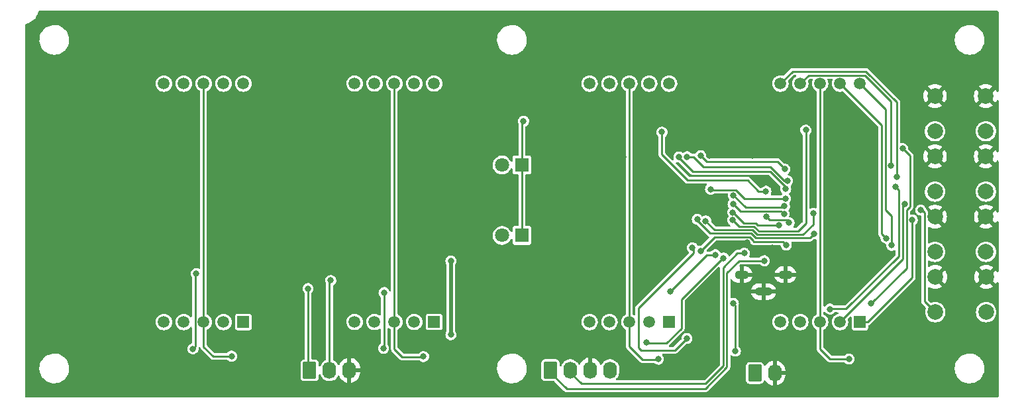
<source format=gbr>
G04 #@! TF.GenerationSoftware,KiCad,Pcbnew,6.0.11-2627ca5db0~126~ubuntu22.04.1*
G04 #@! TF.CreationDate,2023-10-21T07:57:24+01:00*
G04 #@! TF.ProjectId,LEDClock,4c454443-6c6f-4636-9b2e-6b696361645f,rev?*
G04 #@! TF.SameCoordinates,PX44794c0PY22243c0*
G04 #@! TF.FileFunction,Copper,L2,Bot*
G04 #@! TF.FilePolarity,Positive*
%FSLAX45Y45*%
G04 Gerber Fmt 4.5, Leading zero omitted, Abs format (unit mm)*
G04 Created by KiCad (PCBNEW 6.0.11-2627ca5db0~126~ubuntu22.04.1) date 2023-10-21 07:57:24*
%MOMM*%
%LPD*%
G01*
G04 APERTURE LIST*
G04 Aperture macros list*
%AMRoundRect*
0 Rectangle with rounded corners*
0 $1 Rounding radius*
0 $2 $3 $4 $5 $6 $7 $8 $9 X,Y pos of 4 corners*
0 Add a 4 corners polygon primitive as box body*
4,1,4,$2,$3,$4,$5,$6,$7,$8,$9,$2,$3,0*
0 Add four circle primitives for the rounded corners*
1,1,$1+$1,$2,$3*
1,1,$1+$1,$4,$5*
1,1,$1+$1,$6,$7*
1,1,$1+$1,$8,$9*
0 Add four rect primitives between the rounded corners*
20,1,$1+$1,$2,$3,$4,$5,0*
20,1,$1+$1,$4,$5,$6,$7,0*
20,1,$1+$1,$6,$7,$8,$9,0*
20,1,$1+$1,$8,$9,$2,$3,0*%
G04 Aperture macros list end*
G04 #@! TA.AperFunction,ComponentPad*
%ADD10O,1.800000X1.100000*%
G04 #@! TD*
G04 #@! TA.AperFunction,ComponentPad*
%ADD11O,2.200000X1.100000*%
G04 #@! TD*
G04 #@! TA.AperFunction,ComponentPad*
%ADD12RoundRect,0.250000X-0.620000X-0.845000X0.620000X-0.845000X0.620000X0.845000X-0.620000X0.845000X0*%
G04 #@! TD*
G04 #@! TA.AperFunction,ComponentPad*
%ADD13O,1.740000X2.190000*%
G04 #@! TD*
G04 #@! TA.AperFunction,ComponentPad*
%ADD14R,1.500000X1.500000*%
G04 #@! TD*
G04 #@! TA.AperFunction,ComponentPad*
%ADD15C,1.500000*%
G04 #@! TD*
G04 #@! TA.AperFunction,ComponentPad*
%ADD16C,2.000000*%
G04 #@! TD*
G04 #@! TA.AperFunction,ComponentPad*
%ADD17R,1.800000X1.800000*%
G04 #@! TD*
G04 #@! TA.AperFunction,ComponentPad*
%ADD18C,1.800000*%
G04 #@! TD*
G04 #@! TA.AperFunction,ViaPad*
%ADD19C,0.800000*%
G04 #@! TD*
G04 #@! TA.AperFunction,Conductor*
%ADD20C,0.500000*%
G04 #@! TD*
G04 #@! TA.AperFunction,Conductor*
%ADD21C,0.250000*%
G04 #@! TD*
G04 APERTURE END LIST*
D10*
X9745000Y-3402500D03*
X9185000Y-3402500D03*
D11*
X9465000Y-3617500D03*
D12*
X6741000Y-4622000D03*
D13*
X6995000Y-4622000D03*
X7249000Y-4622000D03*
X7503000Y-4622000D03*
D12*
X3664000Y-4624000D03*
D13*
X3918000Y-4624000D03*
X4172000Y-4624000D03*
D12*
X9354000Y-4659000D03*
D13*
X9608000Y-4659000D03*
D14*
X8258000Y-4008000D03*
D15*
X8004000Y-4008000D03*
X7750000Y-4008000D03*
X7496000Y-4008000D03*
X7242000Y-4008000D03*
X7242000Y-960000D03*
X7496000Y-960000D03*
X7750000Y-960000D03*
X8004000Y-960000D03*
X8258000Y-960000D03*
D16*
X12308000Y-2661000D03*
X11658000Y-2661000D03*
X12308000Y-3111000D03*
X11658000Y-3111000D03*
X12307000Y-1890000D03*
X11657000Y-1890000D03*
X12307000Y-2340000D03*
X11657000Y-2340000D03*
D17*
X6376500Y-2000000D03*
D18*
X6122500Y-2000000D03*
D16*
X12307000Y-1118000D03*
X11657000Y-1118000D03*
X12307000Y-1568000D03*
X11657000Y-1568000D03*
D14*
X5255000Y-4006000D03*
D15*
X5001000Y-4006000D03*
X4747000Y-4006000D03*
X4493000Y-4006000D03*
X4239000Y-4006000D03*
X4239000Y-958000D03*
X4493000Y-958000D03*
X4747000Y-958000D03*
X5001000Y-958000D03*
X5255000Y-958000D03*
D17*
X6376500Y-2900000D03*
D18*
X6122500Y-2900000D03*
D14*
X2817000Y-4007000D03*
D15*
X2563000Y-4007000D03*
X2309000Y-4007000D03*
X2055000Y-4007000D03*
X1801000Y-4007000D03*
X1801000Y-959000D03*
X2055000Y-959000D03*
X2309000Y-959000D03*
X2563000Y-959000D03*
X2817000Y-959000D03*
D16*
X11661000Y-3431000D03*
X12311000Y-3431000D03*
X12311000Y-3881000D03*
X11661000Y-3881000D03*
D14*
X10697000Y-4008000D03*
D15*
X10443000Y-4008000D03*
X10189000Y-4008000D03*
X9935000Y-4008000D03*
X9681000Y-4008000D03*
X9681000Y-960000D03*
X9935000Y-960000D03*
X10189000Y-960000D03*
X10443000Y-960000D03*
X10697000Y-960000D03*
D19*
X9449960Y-2244550D03*
X884000Y-4386000D03*
X9322000Y-1880000D03*
X9259117Y-2992665D03*
X5884000Y-4379000D03*
X4709000Y-4677000D03*
X10096000Y-1900000D03*
X3426000Y-4384000D03*
X9968000Y-4672000D03*
X9942500Y-3042500D03*
X3294000Y-4583000D03*
X11354000Y-4414000D03*
X2640000Y-1240000D03*
X8654000Y-1283000D03*
X8316550Y-2711892D03*
X8124000Y-2929000D03*
X8769000Y-4605000D03*
X7673430Y-1894110D03*
X6081500Y-1446000D03*
X9575000Y-3055000D03*
X537380Y-2494000D03*
X6800000Y-1100000D03*
X930000Y-4761000D03*
X8773200Y-1884550D03*
X5752000Y-4578000D03*
X9255500Y-1375500D03*
X11222000Y-4613000D03*
X10024000Y-3203000D03*
X7972450Y-2231000D03*
X4891000Y-3216250D03*
X10415000Y-1896000D03*
X1504000Y-4920000D03*
X9572600Y-1851000D03*
X7932000Y-3304000D03*
X7435000Y-3226000D03*
X2355000Y-4570000D03*
X5600000Y-1100000D03*
X1633380Y-2498000D03*
X5469000Y-3229000D03*
X5469000Y-4170000D03*
X11367000Y-2702000D03*
X11268450Y-2499000D03*
X10313000Y-3841450D03*
X11156000Y-2280000D03*
X11170000Y-2150000D03*
X11097000Y-2012000D03*
X11032000Y-2936000D03*
X11105000Y-3027000D03*
X8661758Y-1882729D03*
X9739000Y-2053000D03*
X5120000Y-4449050D03*
X2173000Y-4349000D03*
X2216000Y-3389000D03*
X4614901Y-3630050D03*
X8851300Y-3146876D03*
X4608000Y-4344000D03*
X8277000Y-3613000D03*
X8955067Y-3189058D03*
X7972350Y-4272110D03*
X9080498Y-3769422D03*
X9106000Y-4380000D03*
X9772460Y-2202000D03*
X8487195Y-1895550D03*
X8383000Y-1899000D03*
X9749000Y-2308000D03*
X8787799Y-2310201D03*
X9747063Y-2428296D03*
X6398000Y-1441000D03*
X9733290Y-2527293D03*
X9081000Y-2390000D03*
X9222000Y-3128000D03*
X9474000Y-3225000D03*
X9727450Y-2627073D03*
X9077000Y-2499000D03*
X3642000Y-3579000D03*
X3934000Y-3475550D03*
X9073141Y-2705600D03*
X10006000Y-1554000D03*
X10099000Y-2617000D03*
X8726623Y-2715163D03*
X8121350Y-4482160D03*
X9496000Y-2335000D03*
X8168000Y-1580000D03*
X8618817Y-2695183D03*
X10112000Y-2881000D03*
X9505992Y-2663519D03*
X9793000Y-2738000D03*
X11475000Y-2577000D03*
X9665550Y-2772450D03*
X9074003Y-2605653D03*
X10558000Y-4480000D03*
X9757000Y-3025000D03*
X8661450Y-3101865D03*
X11247000Y-1791000D03*
X10842000Y-3769000D03*
X2665000Y-4444000D03*
X8557000Y-3058000D03*
X8486000Y-4217000D03*
D20*
X5469000Y-4170000D02*
X5469000Y-3229000D01*
D21*
X11367000Y-3438000D02*
X11367000Y-2702000D01*
X10797000Y-4008000D02*
X11367000Y-3438000D01*
X10697000Y-4008000D02*
X10797000Y-4008000D01*
X11247450Y-2520000D02*
X11268450Y-2499000D01*
X10443000Y-4008000D02*
X11247450Y-3203550D01*
X11247450Y-3203550D02*
X11247450Y-2520000D01*
X11196000Y-3165000D02*
X11196000Y-2320000D01*
X10296500Y-3839500D02*
X10521500Y-3839500D01*
X11196000Y-2320000D02*
X11156000Y-2280000D01*
X10521500Y-3839500D02*
X11196000Y-3165000D01*
X9681000Y-960000D02*
X9837000Y-804000D01*
X11170000Y-1198000D02*
X11170000Y-2150000D01*
X9837000Y-804000D02*
X10776000Y-804000D01*
X10776000Y-804000D02*
X11170000Y-1198000D01*
X10042500Y-852500D02*
X10760931Y-852500D01*
X11097000Y-1188569D02*
X11097000Y-2012000D01*
X9935000Y-960000D02*
X10042500Y-852500D01*
X10760931Y-852500D02*
X11097000Y-1188569D01*
X10978000Y-1495000D02*
X10978000Y-2882000D01*
X10978000Y-2882000D02*
X11032000Y-2936000D01*
X10443000Y-960000D02*
X10978000Y-1495000D01*
X10697000Y-960000D02*
X11022950Y-1285950D01*
X11022950Y-2571950D02*
X11105000Y-2654000D01*
X11022950Y-1285950D02*
X11022950Y-2571950D01*
X11105000Y-2654000D02*
X11105000Y-3027000D01*
X9643000Y-1957000D02*
X9739000Y-2053000D01*
X8661758Y-1882729D02*
X8736029Y-1957000D01*
X8736029Y-1957000D02*
X9643000Y-1957000D01*
X5120050Y-4449050D02*
X5120000Y-4449050D01*
X4849000Y-4453000D02*
X5120000Y-4453000D01*
X4747000Y-4006000D02*
X4747000Y-4351000D01*
X5122000Y-4451000D02*
X5120050Y-4449050D01*
X4747000Y-958000D02*
X4747000Y-4006000D01*
X5120000Y-4453000D02*
X5122000Y-4451000D01*
X4747000Y-4351000D02*
X4849000Y-4453000D01*
X2201500Y-4320500D02*
X2173000Y-4349000D01*
X2201500Y-3403500D02*
X2201500Y-4320500D01*
X2216000Y-3389000D02*
X2201500Y-3403500D01*
X4616000Y-3631149D02*
X4614901Y-3630050D01*
X8743124Y-3146876D02*
X8277000Y-3613000D01*
X4616000Y-4336000D02*
X4616000Y-3631149D01*
X4608000Y-4344000D02*
X4616000Y-4336000D01*
X8851300Y-3146876D02*
X8743124Y-3146876D01*
X8414460Y-4087540D02*
X8226000Y-4276000D01*
X8945402Y-3189058D02*
X8414460Y-3720000D01*
X8226000Y-4276000D02*
X7951000Y-4276000D01*
X8414460Y-3720000D02*
X8414460Y-4087540D01*
X8955067Y-3189058D02*
X8945402Y-3189058D01*
X9106000Y-4380000D02*
X9106000Y-3794924D01*
X9106000Y-3794924D02*
X9080498Y-3769422D01*
X9553569Y-2022000D02*
X9733569Y-2202000D01*
X9733569Y-2202000D02*
X9772460Y-2202000D01*
X8487195Y-1895550D02*
X8568550Y-1895550D01*
X8695000Y-2022000D02*
X9553569Y-2022000D01*
X8568550Y-1895550D02*
X8695000Y-2022000D01*
X9749000Y-2281000D02*
X9549000Y-2081000D01*
X9549000Y-2081000D02*
X8561000Y-2081000D01*
X8561000Y-2081000D02*
X8383000Y-1903000D01*
X9749000Y-2308000D02*
X9749000Y-2281000D01*
X8383000Y-1903000D02*
X8383000Y-1899000D01*
X9222350Y-2428890D02*
X9746470Y-2428890D01*
X8795148Y-2317550D02*
X9111010Y-2317550D01*
X9746470Y-2428890D02*
X9747063Y-2428296D01*
X9111010Y-2317550D02*
X9222350Y-2428890D01*
X8787799Y-2310201D02*
X8795148Y-2317550D01*
X6376500Y-1462500D02*
X6376500Y-2000000D01*
X6376500Y-2000000D02*
X6376500Y-2900000D01*
X6398000Y-1441000D02*
X6376500Y-1462500D01*
X9081000Y-2390000D02*
X9235831Y-2544831D01*
X9235831Y-2544831D02*
X9715753Y-2544831D01*
X9715753Y-2544831D02*
X9733290Y-2527293D01*
X8952000Y-3308000D02*
X9132000Y-3128000D01*
X6974000Y-4632000D02*
X7136000Y-4794000D01*
X8952000Y-4568000D02*
X8952000Y-3308000D01*
X7136000Y-4794000D02*
X8726000Y-4794000D01*
X9132000Y-3128000D02*
X9222000Y-3128000D01*
X8726000Y-4794000D02*
X8952000Y-4568000D01*
X8998000Y-4585569D02*
X8998000Y-3380000D01*
X6720000Y-4632000D02*
X6950000Y-4862000D01*
X8998000Y-3380000D02*
X9153000Y-3225000D01*
X9153000Y-3225000D02*
X9474000Y-3225000D01*
X6950000Y-4862000D02*
X8721569Y-4862000D01*
X8721569Y-4862000D02*
X8998000Y-4585569D01*
X9691447Y-2591069D02*
X9727450Y-2627073D01*
X9077000Y-2499000D02*
X9169069Y-2591069D01*
X9169069Y-2591069D02*
X9691447Y-2591069D01*
X3642000Y-3579000D02*
X3642000Y-4602000D01*
X3642000Y-4602000D02*
X3664000Y-4624000D01*
X3918000Y-3491550D02*
X3934000Y-3475550D01*
X3918000Y-4624000D02*
X3918000Y-3491550D01*
X9404518Y-2844900D02*
X9344983Y-2785365D01*
X9152907Y-2785365D02*
X9073141Y-2705600D01*
X10006000Y-2748000D02*
X9909100Y-2844900D01*
X9344983Y-2785365D02*
X9152907Y-2785365D01*
X9909100Y-2844900D02*
X9404518Y-2844900D01*
X10006000Y-1554000D02*
X10006000Y-2748000D01*
X8841775Y-2830315D02*
X9326364Y-2830315D01*
X9968150Y-2889850D02*
X10099000Y-2759000D01*
X9326364Y-2830315D02*
X9385899Y-2889850D01*
X8726623Y-2715163D02*
X8841775Y-2830315D01*
X10099000Y-2759000D02*
X10099000Y-2617000D01*
X9385899Y-2889850D02*
X9968150Y-2889850D01*
X7750000Y-4318760D02*
X7750000Y-4008000D01*
X7752000Y-981000D02*
X7752000Y-4029000D01*
X7916350Y-4485110D02*
X7750000Y-4318760D01*
X8121350Y-4485110D02*
X8121350Y-4482160D01*
X7916350Y-4485110D02*
X8121350Y-4485110D01*
X9496000Y-2335000D02*
X9403000Y-2335000D01*
X9403000Y-2335000D02*
X9262000Y-2194000D01*
X9262000Y-2194000D02*
X8494000Y-2194000D01*
X8494000Y-2194000D02*
X8168000Y-1868000D01*
X8168000Y-1868000D02*
X8168000Y-1580000D01*
X9367280Y-2934800D02*
X10058200Y-2934800D01*
X8784265Y-2875265D02*
X9307745Y-2875265D01*
X8618817Y-2709817D02*
X8784265Y-2875265D01*
X8618817Y-2695183D02*
X8618817Y-2709817D01*
X10058200Y-2934800D02*
X10112000Y-2881000D01*
X9307745Y-2875265D02*
X9367280Y-2934800D01*
X11525500Y-3745500D02*
X11525500Y-2607500D01*
X11661000Y-3881000D02*
X11525500Y-3745500D01*
X9542473Y-2700000D02*
X9763000Y-2700000D01*
X9542473Y-2700000D02*
X9505992Y-2663519D01*
X9763000Y-2700000D02*
X9776000Y-2713000D01*
X9776000Y-2721000D02*
X9793000Y-2738000D01*
X11498000Y-2580000D02*
X11478000Y-2580000D01*
X11525500Y-2607500D02*
X11498000Y-2580000D01*
X11478000Y-2580000D02*
X11475000Y-2577000D01*
X9776000Y-2713000D02*
X9776000Y-2721000D01*
X9075655Y-2605653D02*
X9210416Y-2740415D01*
X9395637Y-2772450D02*
X9665550Y-2772450D01*
X9210416Y-2740415D02*
X9363602Y-2740415D01*
X9074003Y-2605653D02*
X9075655Y-2605653D01*
X9363602Y-2740415D02*
X9395637Y-2772450D01*
X10189000Y-960000D02*
X10189000Y-4008000D01*
X10189000Y-4351000D02*
X10318000Y-4480000D01*
X10189000Y-4008000D02*
X10189000Y-4351000D01*
X10318000Y-4480000D02*
X10558000Y-4480000D01*
X9229107Y-2920215D02*
X9225146Y-2924176D01*
X9338909Y-2979750D02*
X9331567Y-2972408D01*
X8839139Y-2924176D02*
X8661450Y-3101865D01*
X9289126Y-2920215D02*
X9229107Y-2920215D01*
X9331567Y-2962656D02*
X9289126Y-2920215D01*
X9331567Y-2972408D02*
X9331567Y-2962656D01*
X9225146Y-2924176D02*
X8839139Y-2924176D01*
X9757000Y-3025000D02*
X9711750Y-2979750D01*
X9711750Y-2979750D02*
X9338909Y-2979750D01*
X11247000Y-1791000D02*
X11340900Y-1884900D01*
X11293900Y-2576010D02*
X11293900Y-3317100D01*
X11340900Y-1884900D02*
X11340900Y-2529010D01*
X11340900Y-2529010D02*
X11293900Y-2576010D01*
X11293900Y-3317100D02*
X10842000Y-3769000D01*
X2309000Y-959000D02*
X2309000Y-4007000D01*
X2432000Y-4448000D02*
X2661000Y-4448000D01*
X2661000Y-4448000D02*
X2665000Y-4444000D01*
X2309000Y-4325000D02*
X2432000Y-4448000D01*
X2309000Y-4007000D02*
X2309000Y-4325000D01*
X7866000Y-3830000D02*
X7866000Y-4335000D01*
X8573000Y-3074000D02*
X8557000Y-3058000D01*
X8334000Y-4369000D02*
X8486000Y-4217000D01*
X8573000Y-3123000D02*
X7866000Y-3830000D01*
X7900000Y-4369000D02*
X8334000Y-4369000D01*
X8573000Y-3123000D02*
X8573000Y-3074000D01*
X7866000Y-4335000D02*
X7900000Y-4369000D01*
G04 #@! TA.AperFunction,Conductor*
G36*
X12464162Y-32050D02*
G01*
X12468811Y-37416D01*
X12469950Y-42650D01*
X12469950Y-1053992D01*
X12467950Y-1060804D01*
X12462584Y-1065454D01*
X12455557Y-1066464D01*
X12449099Y-1063515D01*
X12445709Y-1058814D01*
X12441969Y-1049784D01*
X12441520Y-1048904D01*
X12431257Y-1032155D01*
X12430211Y-1031209D01*
X12429333Y-1031588D01*
X12344202Y-1116719D01*
X12343441Y-1118113D01*
X12343454Y-1118297D01*
X12343879Y-1118958D01*
X12429029Y-1204108D01*
X12430267Y-1204784D01*
X12431032Y-1204211D01*
X12441520Y-1187096D01*
X12441969Y-1186216D01*
X12445709Y-1177186D01*
X12450164Y-1171658D01*
X12456900Y-1169416D01*
X12463779Y-1171172D01*
X12468617Y-1176368D01*
X12469950Y-1182008D01*
X12469950Y-1825992D01*
X12467950Y-1832804D01*
X12462584Y-1837453D01*
X12455557Y-1838464D01*
X12449099Y-1835514D01*
X12445709Y-1830814D01*
X12441969Y-1821784D01*
X12441520Y-1820904D01*
X12431257Y-1804155D01*
X12430211Y-1803209D01*
X12429333Y-1803588D01*
X12344202Y-1888719D01*
X12343441Y-1890113D01*
X12343454Y-1890296D01*
X12343879Y-1890958D01*
X12429029Y-1976108D01*
X12430267Y-1976784D01*
X12431032Y-1976211D01*
X12441520Y-1959096D01*
X12441969Y-1958216D01*
X12445709Y-1949186D01*
X12450164Y-1943658D01*
X12456900Y-1941416D01*
X12463779Y-1943172D01*
X12468617Y-1948368D01*
X12469950Y-1954008D01*
X12469950Y-2594578D01*
X12467950Y-2601390D01*
X12462584Y-2606039D01*
X12455557Y-2607050D01*
X12449099Y-2604100D01*
X12445709Y-2599400D01*
X12442969Y-2592784D01*
X12442520Y-2591904D01*
X12432257Y-2575156D01*
X12431211Y-2574209D01*
X12430333Y-2574588D01*
X12345202Y-2659719D01*
X12344441Y-2661113D01*
X12344454Y-2661297D01*
X12344879Y-2661958D01*
X12430029Y-2747108D01*
X12431267Y-2747784D01*
X12432032Y-2747211D01*
X12442520Y-2730096D01*
X12442969Y-2729216D01*
X12445709Y-2722600D01*
X12450164Y-2717072D01*
X12456900Y-2714830D01*
X12463779Y-2716586D01*
X12468617Y-2721782D01*
X12469950Y-2727422D01*
X12469950Y-3357367D01*
X12467950Y-3364179D01*
X12462584Y-3368828D01*
X12455557Y-3369839D01*
X12449099Y-3366889D01*
X12446123Y-3363088D01*
X12445520Y-3361904D01*
X12435257Y-3345155D01*
X12434211Y-3344209D01*
X12433333Y-3344588D01*
X12348202Y-3429719D01*
X12347441Y-3431113D01*
X12347454Y-3431296D01*
X12347879Y-3431958D01*
X12433029Y-3517108D01*
X12434267Y-3517784D01*
X12435032Y-3517211D01*
X12445520Y-3500096D01*
X12446123Y-3498912D01*
X12450999Y-3493751D01*
X12457890Y-3492045D01*
X12464610Y-3494335D01*
X12469025Y-3499895D01*
X12469950Y-3504633D01*
X12469950Y-4957350D01*
X12467950Y-4964162D01*
X12462584Y-4968811D01*
X12457350Y-4969950D01*
X42650Y-4969950D01*
X35838Y-4967950D01*
X31189Y-4962584D01*
X30050Y-4957350D01*
X30050Y-4604323D01*
X209491Y-4604323D01*
X212110Y-4631779D01*
X212219Y-4632223D01*
X212219Y-4632223D01*
X217419Y-4653474D01*
X218666Y-4658569D01*
X229020Y-4684133D01*
X229250Y-4684526D01*
X229250Y-4684526D01*
X242725Y-4707540D01*
X242726Y-4707541D01*
X242956Y-4707934D01*
X243240Y-4708290D01*
X255003Y-4722997D01*
X260182Y-4729473D01*
X260516Y-4729785D01*
X279370Y-4747398D01*
X280336Y-4748301D01*
X302998Y-4764022D01*
X303406Y-4764224D01*
X303406Y-4764225D01*
X327283Y-4776103D01*
X327283Y-4776103D01*
X327691Y-4776307D01*
X353900Y-4784898D01*
X354349Y-4784976D01*
X354349Y-4784976D01*
X380696Y-4789551D01*
X380696Y-4789551D01*
X381074Y-4789616D01*
X381457Y-4789635D01*
X389630Y-4790042D01*
X389631Y-4790042D01*
X389788Y-4790050D01*
X407007Y-4790050D01*
X407234Y-4790034D01*
X407235Y-4790034D01*
X420660Y-4789059D01*
X427508Y-4788563D01*
X427954Y-4788464D01*
X427954Y-4788464D01*
X453995Y-4782715D01*
X453995Y-4782715D01*
X454440Y-4782616D01*
X480232Y-4772845D01*
X496966Y-4763550D01*
X503943Y-4759674D01*
X503944Y-4759674D01*
X504343Y-4759453D01*
X519621Y-4747792D01*
X525905Y-4742997D01*
X525905Y-4742997D01*
X526268Y-4742720D01*
X526587Y-4742393D01*
X545228Y-4723324D01*
X545229Y-4723324D01*
X545548Y-4722997D01*
X545817Y-4722628D01*
X552987Y-4712777D01*
X3546950Y-4712777D01*
X3548036Y-4721755D01*
X3548334Y-4722508D01*
X3548334Y-4722508D01*
X3550099Y-4726964D01*
X3553589Y-4735778D01*
X3562708Y-4747792D01*
X3574722Y-4756911D01*
X3580529Y-4759211D01*
X3587992Y-4762166D01*
X3587992Y-4762166D01*
X3588745Y-4762464D01*
X3597723Y-4763550D01*
X3730277Y-4763550D01*
X3739255Y-4762464D01*
X3740007Y-4762166D01*
X3740008Y-4762166D01*
X3747471Y-4759211D01*
X3753278Y-4756911D01*
X3765292Y-4747792D01*
X3774411Y-4735778D01*
X3777901Y-4726964D01*
X3779665Y-4722508D01*
X3779666Y-4722508D01*
X3779964Y-4721755D01*
X3781050Y-4712777D01*
X3781050Y-4683256D01*
X3783050Y-4676444D01*
X3788416Y-4671795D01*
X3795443Y-4670784D01*
X3801901Y-4673734D01*
X3805777Y-4679836D01*
X3808256Y-4688627D01*
X3808511Y-4689144D01*
X3808512Y-4689145D01*
X3812539Y-4697311D01*
X3817771Y-4707921D01*
X3819904Y-4710777D01*
X3829441Y-4723549D01*
X3830642Y-4725157D01*
X3836529Y-4730599D01*
X3845625Y-4739007D01*
X3846439Y-4739760D01*
X3864633Y-4751239D01*
X3884614Y-4759211D01*
X3885180Y-4759323D01*
X3885180Y-4759323D01*
X3905146Y-4763295D01*
X3905146Y-4763295D01*
X3905712Y-4763408D01*
X3906290Y-4763415D01*
X3906290Y-4763415D01*
X3917081Y-4763556D01*
X3927223Y-4763689D01*
X3927793Y-4763591D01*
X3927793Y-4763591D01*
X3947856Y-4760144D01*
X3947856Y-4760144D01*
X3948425Y-4760046D01*
X3968607Y-4752600D01*
X3977838Y-4747109D01*
X3986598Y-4741897D01*
X3986598Y-4741897D01*
X3987095Y-4741601D01*
X3987529Y-4741221D01*
X3987529Y-4741220D01*
X4002835Y-4727798D01*
X4003269Y-4727417D01*
X4006991Y-4722695D01*
X4016230Y-4710977D01*
X4016230Y-4710976D01*
X4016587Y-4710523D01*
X4016856Y-4710012D01*
X4016856Y-4710011D01*
X4022398Y-4699478D01*
X4027340Y-4694381D01*
X4034253Y-4692764D01*
X4040943Y-4695142D01*
X4045037Y-4700170D01*
X4050940Y-4713273D01*
X4051457Y-4714202D01*
X4063921Y-4732716D01*
X4064587Y-4733544D01*
X4079992Y-4749693D01*
X4080789Y-4750398D01*
X4098695Y-4763720D01*
X4099598Y-4764280D01*
X4119493Y-4774395D01*
X4120479Y-4774796D01*
X4141793Y-4781414D01*
X4142831Y-4781642D01*
X4144804Y-4781904D01*
X4146221Y-4781684D01*
X4146600Y-4780366D01*
X4146600Y-4780163D01*
X4197400Y-4780163D01*
X4197797Y-4781516D01*
X4198858Y-4781668D01*
X4211219Y-4779075D01*
X4212238Y-4778769D01*
X4232995Y-4770572D01*
X4233949Y-4770098D01*
X4253029Y-4758520D01*
X4253888Y-4757894D01*
X4270744Y-4743267D01*
X4271486Y-4742504D01*
X4285637Y-4725246D01*
X4286239Y-4724369D01*
X4297280Y-4704974D01*
X4297726Y-4704007D01*
X4305341Y-4683029D01*
X4305618Y-4682002D01*
X4309611Y-4659923D01*
X4309704Y-4659101D01*
X4309793Y-4657213D01*
X4309800Y-4656915D01*
X4309800Y-4651212D01*
X4309353Y-4649688D01*
X4309214Y-4649567D01*
X4308445Y-4649400D01*
X4199212Y-4649400D01*
X4197688Y-4649848D01*
X4197567Y-4649987D01*
X4197400Y-4650755D01*
X4197400Y-4780163D01*
X4146600Y-4780163D01*
X4146600Y-4604323D01*
X6059491Y-4604323D01*
X6062110Y-4631779D01*
X6062219Y-4632223D01*
X6062219Y-4632223D01*
X6067419Y-4653474D01*
X6068666Y-4658569D01*
X6079020Y-4684133D01*
X6079250Y-4684526D01*
X6079250Y-4684526D01*
X6092725Y-4707540D01*
X6092726Y-4707541D01*
X6092956Y-4707934D01*
X6093240Y-4708290D01*
X6105003Y-4722997D01*
X6110182Y-4729473D01*
X6110516Y-4729785D01*
X6129370Y-4747398D01*
X6130336Y-4748301D01*
X6152998Y-4764022D01*
X6153405Y-4764224D01*
X6153406Y-4764225D01*
X6177283Y-4776103D01*
X6177283Y-4776103D01*
X6177691Y-4776307D01*
X6203900Y-4784898D01*
X6204349Y-4784976D01*
X6204349Y-4784976D01*
X6230696Y-4789551D01*
X6230696Y-4789551D01*
X6231074Y-4789616D01*
X6231457Y-4789635D01*
X6239630Y-4790042D01*
X6239631Y-4790042D01*
X6239788Y-4790050D01*
X6257007Y-4790050D01*
X6257234Y-4790034D01*
X6257235Y-4790034D01*
X6270660Y-4789059D01*
X6277508Y-4788563D01*
X6277954Y-4788464D01*
X6277954Y-4788464D01*
X6303995Y-4782715D01*
X6303995Y-4782715D01*
X6304440Y-4782616D01*
X6330232Y-4772845D01*
X6346966Y-4763550D01*
X6353943Y-4759674D01*
X6353944Y-4759674D01*
X6354343Y-4759453D01*
X6369621Y-4747792D01*
X6375905Y-4742997D01*
X6375905Y-4742997D01*
X6376268Y-4742720D01*
X6376587Y-4742393D01*
X6395228Y-4723324D01*
X6395229Y-4723324D01*
X6395548Y-4722997D01*
X6395817Y-4722628D01*
X6404443Y-4710777D01*
X6623950Y-4710777D01*
X6625036Y-4719755D01*
X6625334Y-4720508D01*
X6625334Y-4720508D01*
X6627099Y-4724964D01*
X6630589Y-4733778D01*
X6639708Y-4745792D01*
X6651722Y-4754911D01*
X6654347Y-4755951D01*
X6664992Y-4760166D01*
X6664992Y-4760166D01*
X6665745Y-4760464D01*
X6674723Y-4761550D01*
X6784156Y-4761550D01*
X6790968Y-4763550D01*
X6793066Y-4765241D01*
X6915147Y-4887322D01*
X6915147Y-4887322D01*
X6924678Y-4896853D01*
X6926816Y-4897942D01*
X6928501Y-4898975D01*
X6930442Y-4900385D01*
X6931385Y-4900691D01*
X6931385Y-4900691D01*
X6932724Y-4901126D01*
X6934550Y-4901883D01*
X6935804Y-4902522D01*
X6936687Y-4902972D01*
X6939057Y-4903347D01*
X6940979Y-4903809D01*
X6943261Y-4904550D01*
X8728308Y-4904550D01*
X8730590Y-4903809D01*
X8732512Y-4903347D01*
X8734882Y-4902972D01*
X8735765Y-4902522D01*
X8737019Y-4901883D01*
X8738845Y-4901126D01*
X8740184Y-4900692D01*
X8740184Y-4900691D01*
X8741127Y-4900385D01*
X8743068Y-4898975D01*
X8744753Y-4897942D01*
X8746891Y-4896853D01*
X8895967Y-4747777D01*
X9236950Y-4747777D01*
X9238036Y-4756755D01*
X9238334Y-4757508D01*
X9238335Y-4757508D01*
X9240994Y-4764225D01*
X9243589Y-4770778D01*
X9252708Y-4782792D01*
X9264722Y-4791911D01*
X9271083Y-4794430D01*
X9277992Y-4797166D01*
X9277993Y-4797166D01*
X9278745Y-4797464D01*
X9287723Y-4798550D01*
X9420277Y-4798550D01*
X9429255Y-4797464D01*
X9430008Y-4797166D01*
X9430008Y-4797166D01*
X9436917Y-4794430D01*
X9443278Y-4791911D01*
X9455292Y-4782792D01*
X9464411Y-4770778D01*
X9469518Y-4757881D01*
X9473885Y-4752283D01*
X9480586Y-4749936D01*
X9487491Y-4751583D01*
X9491685Y-4755482D01*
X9499921Y-4767716D01*
X9500587Y-4768544D01*
X9515992Y-4784693D01*
X9516789Y-4785398D01*
X9534695Y-4798720D01*
X9535598Y-4799280D01*
X9555493Y-4809395D01*
X9556479Y-4809796D01*
X9577793Y-4816414D01*
X9578831Y-4816642D01*
X9580804Y-4816904D01*
X9582221Y-4816684D01*
X9582600Y-4815366D01*
X9582600Y-4815163D01*
X9633400Y-4815163D01*
X9633797Y-4816516D01*
X9634858Y-4816668D01*
X9647219Y-4814075D01*
X9648238Y-4813769D01*
X9668995Y-4805572D01*
X9669949Y-4805098D01*
X9689029Y-4793520D01*
X9689888Y-4792894D01*
X9706744Y-4778267D01*
X9707486Y-4777504D01*
X9721637Y-4760246D01*
X9722239Y-4759369D01*
X9733280Y-4739974D01*
X9733726Y-4739007D01*
X9741341Y-4718029D01*
X9741618Y-4717002D01*
X9745611Y-4694923D01*
X9745704Y-4694101D01*
X9745793Y-4692213D01*
X9745800Y-4691915D01*
X9745800Y-4686212D01*
X9745353Y-4684688D01*
X9745214Y-4684567D01*
X9744445Y-4684400D01*
X9635212Y-4684400D01*
X9633688Y-4684848D01*
X9633567Y-4684987D01*
X9633400Y-4685755D01*
X9633400Y-4815163D01*
X9582600Y-4815163D01*
X9582600Y-4631789D01*
X9633400Y-4631789D01*
X9633848Y-4633312D01*
X9633987Y-4633433D01*
X9634755Y-4633600D01*
X9743989Y-4633600D01*
X9745512Y-4633153D01*
X9745633Y-4633014D01*
X9745800Y-4632245D01*
X9745800Y-4630895D01*
X9745778Y-4630364D01*
X9744366Y-4613729D01*
X9744187Y-4612682D01*
X9742018Y-4604323D01*
X11909491Y-4604323D01*
X11912110Y-4631779D01*
X11912219Y-4632223D01*
X11912219Y-4632223D01*
X11917419Y-4653474D01*
X11918666Y-4658569D01*
X11929020Y-4684133D01*
X11929250Y-4684526D01*
X11929250Y-4684526D01*
X11942725Y-4707540D01*
X11942726Y-4707541D01*
X11942956Y-4707934D01*
X11943240Y-4708290D01*
X11955003Y-4722997D01*
X11960182Y-4729473D01*
X11960516Y-4729785D01*
X11979370Y-4747398D01*
X11980336Y-4748301D01*
X12002998Y-4764022D01*
X12003405Y-4764224D01*
X12003406Y-4764225D01*
X12027283Y-4776103D01*
X12027283Y-4776103D01*
X12027691Y-4776307D01*
X12053900Y-4784898D01*
X12054349Y-4784976D01*
X12054349Y-4784976D01*
X12080696Y-4789551D01*
X12080696Y-4789551D01*
X12081074Y-4789616D01*
X12081457Y-4789635D01*
X12089630Y-4790042D01*
X12089631Y-4790042D01*
X12089788Y-4790050D01*
X12107007Y-4790050D01*
X12107234Y-4790034D01*
X12107235Y-4790034D01*
X12120660Y-4789059D01*
X12127508Y-4788563D01*
X12127954Y-4788464D01*
X12127954Y-4788464D01*
X12153995Y-4782715D01*
X12153995Y-4782715D01*
X12154440Y-4782616D01*
X12180232Y-4772845D01*
X12196966Y-4763550D01*
X12203943Y-4759674D01*
X12203944Y-4759674D01*
X12204343Y-4759453D01*
X12219621Y-4747792D01*
X12225905Y-4742997D01*
X12225905Y-4742997D01*
X12226268Y-4742720D01*
X12226587Y-4742393D01*
X12245228Y-4723324D01*
X12245229Y-4723324D01*
X12245548Y-4722997D01*
X12245817Y-4722628D01*
X12261510Y-4701068D01*
X12261510Y-4701067D01*
X12261779Y-4700698D01*
X12274621Y-4676290D01*
X12283804Y-4650283D01*
X12286856Y-4634800D01*
X12289050Y-4623670D01*
X12289050Y-4623670D01*
X12289138Y-4623223D01*
X12289663Y-4612682D01*
X12290487Y-4596134D01*
X12290487Y-4596133D01*
X12290509Y-4595677D01*
X12287890Y-4568221D01*
X12287462Y-4566474D01*
X12281443Y-4541874D01*
X12281334Y-4541431D01*
X12270980Y-4515867D01*
X12270750Y-4515474D01*
X12270750Y-4515474D01*
X12257274Y-4492460D01*
X12257274Y-4492459D01*
X12257044Y-4492067D01*
X12256262Y-4491089D01*
X12240104Y-4470883D01*
X12240103Y-4470883D01*
X12239818Y-4470527D01*
X12234253Y-4465328D01*
X12219997Y-4452011D01*
X12219997Y-4452011D01*
X12219664Y-4451699D01*
X12197002Y-4435978D01*
X12196594Y-4435776D01*
X12172717Y-4423897D01*
X12172717Y-4423897D01*
X12172309Y-4423694D01*
X12146100Y-4415102D01*
X12142717Y-4414515D01*
X12119304Y-4410449D01*
X12119303Y-4410449D01*
X12118926Y-4410384D01*
X12117903Y-4410333D01*
X12110369Y-4409958D01*
X12110369Y-4409958D01*
X12110212Y-4409950D01*
X12092993Y-4409950D01*
X12092766Y-4409967D01*
X12092765Y-4409967D01*
X12079340Y-4410941D01*
X12072492Y-4411438D01*
X12072046Y-4411536D01*
X12072046Y-4411536D01*
X12046005Y-4417285D01*
X12046005Y-4417285D01*
X12045560Y-4417384D01*
X12019768Y-4427155D01*
X12019369Y-4427377D01*
X12019369Y-4427377D01*
X11999737Y-4438282D01*
X11995657Y-4440548D01*
X11973732Y-4457280D01*
X11973413Y-4457607D01*
X11973413Y-4457607D01*
X11954772Y-4476676D01*
X11954771Y-4476676D01*
X11954452Y-4477003D01*
X11954184Y-4477372D01*
X11954183Y-4477372D01*
X11939017Y-4498208D01*
X11938221Y-4499302D01*
X11925379Y-4523710D01*
X11916195Y-4549717D01*
X11914747Y-4557066D01*
X11910992Y-4576116D01*
X11910862Y-4576777D01*
X11910839Y-4577232D01*
X11910839Y-4577232D01*
X11909564Y-4602845D01*
X11909491Y-4604323D01*
X9742018Y-4604323D01*
X9738580Y-4591080D01*
X9738227Y-4590076D01*
X9729060Y-4569727D01*
X9728543Y-4568798D01*
X9716079Y-4550285D01*
X9715413Y-4549456D01*
X9700008Y-4533307D01*
X9699211Y-4532602D01*
X9681305Y-4519280D01*
X9680402Y-4518720D01*
X9660507Y-4508605D01*
X9659521Y-4508204D01*
X9638207Y-4501586D01*
X9637169Y-4501358D01*
X9635196Y-4501096D01*
X9633779Y-4501316D01*
X9633400Y-4502635D01*
X9633400Y-4631789D01*
X9582600Y-4631789D01*
X9582600Y-4502837D01*
X9582203Y-4501484D01*
X9581142Y-4501332D01*
X9568781Y-4503925D01*
X9567762Y-4504231D01*
X9547005Y-4512428D01*
X9546051Y-4512902D01*
X9526972Y-4524480D01*
X9526112Y-4525106D01*
X9509256Y-4539733D01*
X9508514Y-4540496D01*
X9494363Y-4557754D01*
X9493761Y-4558631D01*
X9492110Y-4561530D01*
X9487002Y-4566461D01*
X9480039Y-4567847D01*
X9473432Y-4565249D01*
X9469445Y-4559935D01*
X9468929Y-4558631D01*
X9464411Y-4547222D01*
X9455292Y-4535208D01*
X9443278Y-4526089D01*
X9433165Y-4522085D01*
X9430008Y-4520835D01*
X9430008Y-4520834D01*
X9429255Y-4520536D01*
X9420277Y-4519450D01*
X9287723Y-4519450D01*
X9278745Y-4520536D01*
X9277993Y-4520834D01*
X9277992Y-4520835D01*
X9274835Y-4522085D01*
X9264722Y-4526089D01*
X9252708Y-4535208D01*
X9243589Y-4547222D01*
X9241519Y-4552449D01*
X9238555Y-4559935D01*
X9238036Y-4561245D01*
X9236950Y-4570223D01*
X9236950Y-4747777D01*
X8895967Y-4747777D01*
X9032853Y-4610891D01*
X9033942Y-4608753D01*
X9034975Y-4607068D01*
X9035802Y-4605929D01*
X9035802Y-4605929D01*
X9036385Y-4605127D01*
X9037126Y-4602845D01*
X9037883Y-4601019D01*
X9038972Y-4598882D01*
X9039127Y-4597903D01*
X9039127Y-4597902D01*
X9039347Y-4596512D01*
X9039809Y-4594590D01*
X9040244Y-4593252D01*
X9040244Y-4593251D01*
X9040550Y-4592308D01*
X9040550Y-4443660D01*
X9042550Y-4436848D01*
X9047916Y-4432198D01*
X9054943Y-4431188D01*
X9061630Y-4434340D01*
X9065123Y-4437519D01*
X9065791Y-4437881D01*
X9065791Y-4437882D01*
X9079356Y-4445247D01*
X9079356Y-4445247D01*
X9080024Y-4445609D01*
X9080758Y-4445802D01*
X9095688Y-4449719D01*
X9095689Y-4449719D01*
X9096423Y-4449912D01*
X9105061Y-4450047D01*
X9112616Y-4450166D01*
X9112616Y-4450166D01*
X9113376Y-4450178D01*
X9114117Y-4450008D01*
X9114117Y-4450008D01*
X9120159Y-4448625D01*
X9129903Y-4446393D01*
X9145050Y-4438775D01*
X9153558Y-4431508D01*
X9157365Y-4428256D01*
X9157365Y-4428256D01*
X9157942Y-4427763D01*
X9167836Y-4413995D01*
X9168819Y-4411550D01*
X9173877Y-4398969D01*
X9173877Y-4398969D01*
X9174160Y-4398263D01*
X9175410Y-4389478D01*
X9176491Y-4381886D01*
X9176491Y-4381886D01*
X9176549Y-4381478D01*
X9176565Y-4380000D01*
X9176397Y-4378611D01*
X9175837Y-4373992D01*
X9174528Y-4363168D01*
X9169330Y-4349414D01*
X9168803Y-4348018D01*
X9168535Y-4347308D01*
X9167277Y-4345478D01*
X9159361Y-4333961D01*
X9159361Y-4333961D01*
X9158931Y-4333335D01*
X9152768Y-4327844D01*
X9149013Y-4321819D01*
X9148550Y-4318436D01*
X9148550Y-4006526D01*
X9575452Y-4006526D01*
X9575504Y-4007141D01*
X9577040Y-4025441D01*
X9577176Y-4027055D01*
X9577346Y-4027648D01*
X9582568Y-4045859D01*
X9582854Y-4046859D01*
X9583136Y-4047406D01*
X9583136Y-4047407D01*
X9591757Y-4064182D01*
X9592271Y-4065182D01*
X9605068Y-4081327D01*
X9605537Y-4081726D01*
X9605537Y-4081726D01*
X9620287Y-4094279D01*
X9620756Y-4094679D01*
X9621294Y-4094980D01*
X9621294Y-4094980D01*
X9626393Y-4097829D01*
X9638740Y-4104730D01*
X9646030Y-4107098D01*
X9657747Y-4110906D01*
X9657748Y-4110906D01*
X9658333Y-4111096D01*
X9678789Y-4113535D01*
X9679403Y-4113488D01*
X9679403Y-4113488D01*
X9685667Y-4113006D01*
X9699330Y-4111955D01*
X9699923Y-4111789D01*
X9699923Y-4111789D01*
X9718580Y-4106580D01*
X9718580Y-4106580D01*
X9719173Y-4106414D01*
X9719721Y-4106137D01*
X9719722Y-4106137D01*
X9737012Y-4097403D01*
X9737561Y-4097126D01*
X9738841Y-4096126D01*
X9747853Y-4089085D01*
X9753795Y-4084442D01*
X9754634Y-4083471D01*
X9766854Y-4069313D01*
X9766854Y-4069313D01*
X9767256Y-4068847D01*
X9768697Y-4066311D01*
X9771914Y-4060648D01*
X9777432Y-4050934D01*
X9783935Y-4031386D01*
X9786517Y-4010947D01*
X9786558Y-4008000D01*
X9786414Y-4006526D01*
X9829452Y-4006526D01*
X9829504Y-4007141D01*
X9831040Y-4025441D01*
X9831176Y-4027055D01*
X9831346Y-4027648D01*
X9836568Y-4045859D01*
X9836854Y-4046859D01*
X9837136Y-4047406D01*
X9837136Y-4047407D01*
X9845757Y-4064182D01*
X9846271Y-4065182D01*
X9859068Y-4081327D01*
X9859537Y-4081726D01*
X9859537Y-4081726D01*
X9874287Y-4094279D01*
X9874756Y-4094679D01*
X9875294Y-4094980D01*
X9875294Y-4094980D01*
X9880393Y-4097829D01*
X9892740Y-4104730D01*
X9900030Y-4107098D01*
X9911747Y-4110906D01*
X9911748Y-4110906D01*
X9912333Y-4111096D01*
X9932789Y-4113535D01*
X9933403Y-4113488D01*
X9933403Y-4113488D01*
X9939667Y-4113006D01*
X9953330Y-4111955D01*
X9953923Y-4111789D01*
X9953923Y-4111789D01*
X9972580Y-4106580D01*
X9972580Y-4106580D01*
X9973173Y-4106414D01*
X9973721Y-4106137D01*
X9973722Y-4106137D01*
X9991012Y-4097403D01*
X9991561Y-4097126D01*
X9992841Y-4096126D01*
X10001853Y-4089085D01*
X10007795Y-4084442D01*
X10008634Y-4083471D01*
X10020854Y-4069313D01*
X10020854Y-4069313D01*
X10021256Y-4068847D01*
X10022697Y-4066311D01*
X10025914Y-4060648D01*
X10031432Y-4050934D01*
X10037935Y-4031386D01*
X10040517Y-4010947D01*
X10040558Y-4008000D01*
X10038548Y-3987497D01*
X10032594Y-3967775D01*
X10022922Y-3949585D01*
X10014831Y-3939665D01*
X10010291Y-3934097D01*
X10010290Y-3934097D01*
X10009901Y-3933620D01*
X10008646Y-3932581D01*
X9994503Y-3920881D01*
X9994502Y-3920881D01*
X9994028Y-3920488D01*
X9977619Y-3911616D01*
X9976447Y-3910983D01*
X9975906Y-3910690D01*
X9956225Y-3904598D01*
X9955613Y-3904533D01*
X9955613Y-3904533D01*
X9936350Y-3902509D01*
X9936350Y-3902509D01*
X9935737Y-3902444D01*
X9927053Y-3903235D01*
X9915834Y-3904255D01*
X9915834Y-3904256D01*
X9915220Y-3904311D01*
X9895457Y-3910128D01*
X9877200Y-3919673D01*
X9876720Y-3920059D01*
X9876720Y-3920059D01*
X9862341Y-3931620D01*
X9861145Y-3932581D01*
X9847902Y-3948363D01*
X9847606Y-3948903D01*
X9847605Y-3948903D01*
X9838330Y-3965775D01*
X9837978Y-3966416D01*
X9831748Y-3986053D01*
X9831680Y-3986665D01*
X9831680Y-3986665D01*
X9830825Y-3994289D01*
X9829452Y-4006526D01*
X9786414Y-4006526D01*
X9784548Y-3987497D01*
X9778594Y-3967775D01*
X9768922Y-3949585D01*
X9760831Y-3939665D01*
X9756291Y-3934097D01*
X9756290Y-3934097D01*
X9755901Y-3933620D01*
X9754646Y-3932581D01*
X9740503Y-3920881D01*
X9740502Y-3920881D01*
X9740028Y-3920488D01*
X9723619Y-3911616D01*
X9722447Y-3910983D01*
X9721906Y-3910690D01*
X9702225Y-3904598D01*
X9701613Y-3904533D01*
X9701613Y-3904533D01*
X9682350Y-3902509D01*
X9682350Y-3902509D01*
X9681737Y-3902444D01*
X9673053Y-3903235D01*
X9661834Y-3904255D01*
X9661834Y-3904256D01*
X9661220Y-3904311D01*
X9641457Y-3910128D01*
X9623200Y-3919673D01*
X9622720Y-3920059D01*
X9622720Y-3920059D01*
X9608341Y-3931620D01*
X9607145Y-3932581D01*
X9593902Y-3948363D01*
X9593606Y-3948903D01*
X9593605Y-3948903D01*
X9584330Y-3965775D01*
X9583978Y-3966416D01*
X9577748Y-3986053D01*
X9577680Y-3986665D01*
X9577680Y-3986665D01*
X9576825Y-3994289D01*
X9575452Y-4006526D01*
X9148550Y-4006526D01*
X9148550Y-3789335D01*
X9148676Y-3787560D01*
X9150989Y-3771308D01*
X9150989Y-3771308D01*
X9151047Y-3770900D01*
X9151062Y-3769422D01*
X9150883Y-3767943D01*
X9150037Y-3760950D01*
X9149025Y-3752590D01*
X9143032Y-3736730D01*
X9139483Y-3731566D01*
X9133859Y-3723383D01*
X9133859Y-3723383D01*
X9133429Y-3722757D01*
X9132408Y-3721847D01*
X9121337Y-3711983D01*
X9121337Y-3711983D01*
X9120770Y-3711478D01*
X9105786Y-3703544D01*
X9089342Y-3699414D01*
X9088582Y-3699410D01*
X9088582Y-3699410D01*
X9080865Y-3699369D01*
X9072387Y-3699325D01*
X9056091Y-3703237D01*
X9049001Y-3702883D01*
X9043227Y-3698751D01*
X9040604Y-3692153D01*
X9040550Y-3690986D01*
X9040550Y-3644077D01*
X9307530Y-3644077D01*
X9311255Y-3656734D01*
X9311715Y-3657871D01*
X9320757Y-3675167D01*
X9321428Y-3676193D01*
X9333657Y-3691402D01*
X9334515Y-3692279D01*
X9349466Y-3704824D01*
X9350477Y-3705516D01*
X9367580Y-3714918D01*
X9368706Y-3715401D01*
X9387310Y-3721302D01*
X9388508Y-3721557D01*
X9403695Y-3723261D01*
X9404397Y-3723300D01*
X9437789Y-3723300D01*
X9439312Y-3722852D01*
X9439433Y-3722713D01*
X9439600Y-3721945D01*
X9439600Y-3721488D01*
X9490400Y-3721488D01*
X9490848Y-3723012D01*
X9490987Y-3723133D01*
X9491755Y-3723300D01*
X9524912Y-3723300D01*
X9525527Y-3723270D01*
X9540036Y-3721847D01*
X9541240Y-3721609D01*
X9559922Y-3715968D01*
X9561057Y-3715501D01*
X9578288Y-3706339D01*
X9579310Y-3705660D01*
X9594434Y-3693325D01*
X9595304Y-3692461D01*
X9607744Y-3677424D01*
X9608430Y-3676407D01*
X9617712Y-3659239D01*
X9618187Y-3658109D01*
X9622360Y-3644631D01*
X9622380Y-3643220D01*
X9621705Y-3642900D01*
X9492212Y-3642900D01*
X9490688Y-3643347D01*
X9490567Y-3643486D01*
X9490400Y-3644255D01*
X9490400Y-3721488D01*
X9439600Y-3721488D01*
X9439600Y-3644711D01*
X9439153Y-3643188D01*
X9439014Y-3643067D01*
X9438245Y-3642900D01*
X9308995Y-3642900D01*
X9307642Y-3643297D01*
X9307530Y-3644077D01*
X9040550Y-3644077D01*
X9040550Y-3591779D01*
X9307620Y-3591779D01*
X9308296Y-3592100D01*
X9437789Y-3592100D01*
X9439312Y-3591652D01*
X9439433Y-3591513D01*
X9439600Y-3590745D01*
X9439600Y-3590288D01*
X9490400Y-3590288D01*
X9490848Y-3591812D01*
X9490987Y-3591933D01*
X9491755Y-3592100D01*
X9621005Y-3592100D01*
X9622358Y-3591703D01*
X9622470Y-3590923D01*
X9618745Y-3578266D01*
X9618285Y-3577129D01*
X9609243Y-3559833D01*
X9608572Y-3558807D01*
X9596343Y-3543598D01*
X9595485Y-3542721D01*
X9580534Y-3530176D01*
X9579523Y-3529484D01*
X9562420Y-3520082D01*
X9561294Y-3519599D01*
X9542691Y-3513697D01*
X9541492Y-3513443D01*
X9526305Y-3511739D01*
X9525603Y-3511700D01*
X9492212Y-3511700D01*
X9490688Y-3512147D01*
X9490567Y-3512286D01*
X9490400Y-3513055D01*
X9490400Y-3590288D01*
X9439600Y-3590288D01*
X9439600Y-3513511D01*
X9439153Y-3511988D01*
X9439014Y-3511867D01*
X9438245Y-3511700D01*
X9405088Y-3511700D01*
X9404473Y-3511730D01*
X9389964Y-3513153D01*
X9388760Y-3513391D01*
X9370078Y-3519032D01*
X9368944Y-3519499D01*
X9351712Y-3528661D01*
X9350691Y-3529340D01*
X9335567Y-3541675D01*
X9334696Y-3542539D01*
X9322256Y-3557576D01*
X9321570Y-3558593D01*
X9312288Y-3575761D01*
X9311813Y-3576891D01*
X9307641Y-3590369D01*
X9307620Y-3591779D01*
X9040550Y-3591779D01*
X9040550Y-3471005D01*
X9042550Y-3464193D01*
X9047916Y-3459544D01*
X9054943Y-3458533D01*
X9061401Y-3461483D01*
X9062970Y-3463110D01*
X9073657Y-3476402D01*
X9074515Y-3477279D01*
X9089466Y-3489824D01*
X9090477Y-3490516D01*
X9107580Y-3499918D01*
X9108706Y-3500401D01*
X9127310Y-3506302D01*
X9128508Y-3506557D01*
X9143695Y-3508261D01*
X9144397Y-3508300D01*
X9157789Y-3508300D01*
X9159312Y-3507852D01*
X9159433Y-3507713D01*
X9159600Y-3506945D01*
X9159600Y-3506488D01*
X9210400Y-3506488D01*
X9210848Y-3508012D01*
X9210987Y-3508133D01*
X9211755Y-3508300D01*
X9224912Y-3508300D01*
X9225527Y-3508270D01*
X9240036Y-3506847D01*
X9241240Y-3506609D01*
X9259922Y-3500968D01*
X9261057Y-3500501D01*
X9278288Y-3491339D01*
X9279310Y-3490660D01*
X9294434Y-3478325D01*
X9295304Y-3477461D01*
X9307744Y-3462424D01*
X9308430Y-3461407D01*
X9317712Y-3444239D01*
X9318187Y-3443109D01*
X9322360Y-3429631D01*
X9322368Y-3429077D01*
X9607530Y-3429077D01*
X9611255Y-3441734D01*
X9611715Y-3442871D01*
X9620757Y-3460167D01*
X9621428Y-3461193D01*
X9633657Y-3476402D01*
X9634515Y-3477279D01*
X9649466Y-3489824D01*
X9650477Y-3490516D01*
X9667580Y-3499918D01*
X9668706Y-3500401D01*
X9687310Y-3506302D01*
X9688508Y-3506557D01*
X9703695Y-3508261D01*
X9704397Y-3508300D01*
X9717789Y-3508300D01*
X9719312Y-3507852D01*
X9719433Y-3507713D01*
X9719600Y-3506945D01*
X9719600Y-3506488D01*
X9770400Y-3506488D01*
X9770848Y-3508012D01*
X9770987Y-3508133D01*
X9771755Y-3508300D01*
X9784912Y-3508300D01*
X9785527Y-3508270D01*
X9800036Y-3506847D01*
X9801240Y-3506609D01*
X9819922Y-3500968D01*
X9821057Y-3500501D01*
X9838288Y-3491339D01*
X9839310Y-3490660D01*
X9854434Y-3478325D01*
X9855304Y-3477461D01*
X9867744Y-3462424D01*
X9868430Y-3461407D01*
X9877712Y-3444239D01*
X9878187Y-3443109D01*
X9882360Y-3429631D01*
X9882380Y-3428220D01*
X9881705Y-3427900D01*
X9772212Y-3427900D01*
X9770688Y-3428347D01*
X9770567Y-3428486D01*
X9770400Y-3429255D01*
X9770400Y-3506488D01*
X9719600Y-3506488D01*
X9719600Y-3429711D01*
X9719153Y-3428188D01*
X9719014Y-3428067D01*
X9718245Y-3427900D01*
X9608995Y-3427900D01*
X9607642Y-3428297D01*
X9607530Y-3429077D01*
X9322368Y-3429077D01*
X9322380Y-3428220D01*
X9321705Y-3427900D01*
X9212212Y-3427900D01*
X9210688Y-3428347D01*
X9210567Y-3428486D01*
X9210400Y-3429255D01*
X9210400Y-3506488D01*
X9159600Y-3506488D01*
X9159600Y-3375288D01*
X9210400Y-3375288D01*
X9210848Y-3376812D01*
X9210987Y-3376933D01*
X9211755Y-3377100D01*
X9321005Y-3377100D01*
X9322096Y-3376779D01*
X9607620Y-3376779D01*
X9608296Y-3377100D01*
X9717789Y-3377100D01*
X9719312Y-3376652D01*
X9719433Y-3376513D01*
X9719600Y-3375745D01*
X9719600Y-3375288D01*
X9770400Y-3375288D01*
X9770848Y-3376812D01*
X9770987Y-3376933D01*
X9771755Y-3377100D01*
X9881005Y-3377100D01*
X9882358Y-3376703D01*
X9882470Y-3375923D01*
X9878745Y-3363266D01*
X9878285Y-3362129D01*
X9869243Y-3344833D01*
X9868572Y-3343807D01*
X9856343Y-3328598D01*
X9855485Y-3327721D01*
X9840534Y-3315176D01*
X9839523Y-3314484D01*
X9822420Y-3305082D01*
X9821294Y-3304599D01*
X9802691Y-3298697D01*
X9801492Y-3298443D01*
X9786305Y-3296739D01*
X9785603Y-3296700D01*
X9772212Y-3296700D01*
X9770688Y-3297147D01*
X9770567Y-3297286D01*
X9770400Y-3298055D01*
X9770400Y-3375288D01*
X9719600Y-3375288D01*
X9719600Y-3298511D01*
X9719153Y-3296988D01*
X9719014Y-3296867D01*
X9718245Y-3296700D01*
X9705088Y-3296700D01*
X9704473Y-3296730D01*
X9689964Y-3298153D01*
X9688760Y-3298391D01*
X9670078Y-3304032D01*
X9668944Y-3304499D01*
X9651712Y-3313661D01*
X9650691Y-3314340D01*
X9635567Y-3326675D01*
X9634696Y-3327539D01*
X9622256Y-3342576D01*
X9621570Y-3343593D01*
X9612288Y-3360761D01*
X9611813Y-3361891D01*
X9607641Y-3375369D01*
X9607620Y-3376779D01*
X9322096Y-3376779D01*
X9322358Y-3376703D01*
X9322470Y-3375923D01*
X9318745Y-3363266D01*
X9318285Y-3362129D01*
X9309243Y-3344833D01*
X9308572Y-3343807D01*
X9296343Y-3328598D01*
X9295485Y-3327721D01*
X9280534Y-3315176D01*
X9279523Y-3314484D01*
X9262420Y-3305082D01*
X9261294Y-3304599D01*
X9242691Y-3298697D01*
X9241492Y-3298443D01*
X9226305Y-3296739D01*
X9225603Y-3296700D01*
X9212212Y-3296700D01*
X9210688Y-3297147D01*
X9210567Y-3297286D01*
X9210400Y-3298055D01*
X9210400Y-3375288D01*
X9159600Y-3375288D01*
X9159600Y-3298511D01*
X9158928Y-3296222D01*
X9155917Y-3291537D01*
X9155917Y-3284438D01*
X9159097Y-3279078D01*
X9166934Y-3271240D01*
X9173166Y-3267838D01*
X9175844Y-3267550D01*
X9411863Y-3267550D01*
X9418676Y-3269550D01*
X9420533Y-3271163D01*
X9420583Y-3271108D01*
X9432561Y-3282008D01*
X9432562Y-3282008D01*
X9433123Y-3282519D01*
X9433791Y-3282881D01*
X9433791Y-3282882D01*
X9447356Y-3290247D01*
X9447356Y-3290247D01*
X9448024Y-3290609D01*
X9448758Y-3290802D01*
X9463688Y-3294719D01*
X9463689Y-3294719D01*
X9464423Y-3294912D01*
X9473061Y-3295047D01*
X9480616Y-3295166D01*
X9480616Y-3295166D01*
X9481376Y-3295178D01*
X9482117Y-3295008D01*
X9482117Y-3295008D01*
X9488326Y-3293586D01*
X9497903Y-3291393D01*
X9513050Y-3283775D01*
X9525942Y-3272763D01*
X9535836Y-3258995D01*
X9540552Y-3247263D01*
X9541877Y-3243969D01*
X9541877Y-3243968D01*
X9542160Y-3243263D01*
X9544188Y-3229016D01*
X9544491Y-3226886D01*
X9544491Y-3226886D01*
X9544549Y-3226478D01*
X9544565Y-3225000D01*
X9542528Y-3208168D01*
X9536535Y-3192308D01*
X9534752Y-3189714D01*
X9527361Y-3178961D01*
X9527361Y-3178961D01*
X9526931Y-3178335D01*
X9526312Y-3177783D01*
X9514839Y-3167561D01*
X9514839Y-3167561D01*
X9514272Y-3167056D01*
X9499288Y-3159122D01*
X9482844Y-3154992D01*
X9482084Y-3154988D01*
X9482084Y-3154988D01*
X9474367Y-3154947D01*
X9465890Y-3154903D01*
X9465151Y-3155080D01*
X9465150Y-3155080D01*
X9454120Y-3157729D01*
X9449403Y-3158861D01*
X9448729Y-3159209D01*
X9448729Y-3159209D01*
X9438019Y-3164737D01*
X9434337Y-3166637D01*
X9433765Y-3167137D01*
X9433765Y-3167137D01*
X9428693Y-3171561D01*
X9421560Y-3177783D01*
X9421192Y-3178308D01*
X9415191Y-3182005D01*
X9411871Y-3182450D01*
X9293707Y-3182450D01*
X9286895Y-3180450D01*
X9282246Y-3175084D01*
X9281235Y-3168057D01*
X9283136Y-3163337D01*
X9283027Y-3163277D01*
X9283393Y-3162611D01*
X9283836Y-3161995D01*
X9285043Y-3158992D01*
X9289877Y-3146969D01*
X9289877Y-3146968D01*
X9290160Y-3146263D01*
X9290888Y-3141151D01*
X9292491Y-3129886D01*
X9292491Y-3129886D01*
X9292549Y-3129478D01*
X9292565Y-3128000D01*
X9290528Y-3111168D01*
X9284535Y-3095308D01*
X9281992Y-3091608D01*
X9275361Y-3081961D01*
X9275361Y-3081961D01*
X9274931Y-3081335D01*
X9274312Y-3080783D01*
X9262839Y-3070561D01*
X9262839Y-3070561D01*
X9262272Y-3070056D01*
X9247288Y-3062122D01*
X9230844Y-3057992D01*
X9230084Y-3057988D01*
X9230084Y-3057988D01*
X9222367Y-3057947D01*
X9213890Y-3057903D01*
X9213151Y-3058080D01*
X9213150Y-3058080D01*
X9198816Y-3061522D01*
X9197403Y-3061861D01*
X9196729Y-3062209D01*
X9196729Y-3062209D01*
X9188706Y-3066350D01*
X9182337Y-3069637D01*
X9181765Y-3070137D01*
X9181765Y-3070137D01*
X9173042Y-3077746D01*
X9169560Y-3080783D01*
X9169192Y-3081308D01*
X9163191Y-3085005D01*
X9159871Y-3085450D01*
X9125261Y-3085450D01*
X9122979Y-3086191D01*
X9121057Y-3086653D01*
X9118687Y-3087028D01*
X9117804Y-3087478D01*
X9117804Y-3087478D01*
X9116550Y-3088117D01*
X9114724Y-3088874D01*
X9113385Y-3089308D01*
X9113385Y-3089309D01*
X9112442Y-3089615D01*
X9110501Y-3091025D01*
X9108816Y-3092058D01*
X9106678Y-3093147D01*
X9038491Y-3161334D01*
X9032260Y-3164737D01*
X9025178Y-3164230D01*
X9019495Y-3159976D01*
X9018262Y-3157729D01*
X9018222Y-3157750D01*
X9017870Y-3157076D01*
X9017601Y-3156366D01*
X9016596Y-3154903D01*
X9008428Y-3143019D01*
X9008428Y-3143019D01*
X9007998Y-3142393D01*
X9007431Y-3141888D01*
X8995906Y-3131619D01*
X8995906Y-3131619D01*
X8995339Y-3131114D01*
X8990238Y-3128413D01*
X8987288Y-3126851D01*
X8980355Y-3123180D01*
X8963911Y-3119050D01*
X8963151Y-3119046D01*
X8963151Y-3119046D01*
X8955434Y-3119006D01*
X8946956Y-3118961D01*
X8946218Y-3119139D01*
X8946217Y-3119139D01*
X8936081Y-3121572D01*
X8930470Y-3122919D01*
X8930311Y-3123001D01*
X8923477Y-3123483D01*
X8917249Y-3120075D01*
X8914380Y-3115627D01*
X8914103Y-3114894D01*
X8914103Y-3114894D01*
X8913835Y-3114183D01*
X8907780Y-3105373D01*
X8904662Y-3100836D01*
X8904661Y-3100836D01*
X8904231Y-3100211D01*
X8903612Y-3099659D01*
X8892139Y-3089437D01*
X8892139Y-3089437D01*
X8891572Y-3088932D01*
X8885610Y-3085775D01*
X8882477Y-3084116D01*
X8876588Y-3080998D01*
X8860144Y-3076868D01*
X8859384Y-3076864D01*
X8859384Y-3076864D01*
X8851667Y-3076823D01*
X8843190Y-3076779D01*
X8842451Y-3076956D01*
X8842451Y-3076956D01*
X8828592Y-3080283D01*
X8826703Y-3080737D01*
X8826029Y-3081085D01*
X8826029Y-3081085D01*
X8812404Y-3088117D01*
X8811637Y-3088513D01*
X8811065Y-3089012D01*
X8811065Y-3089012D01*
X8801704Y-3097178D01*
X8798861Y-3099659D01*
X8798492Y-3100183D01*
X8792491Y-3103881D01*
X8789171Y-3104326D01*
X8749583Y-3104326D01*
X8742771Y-3102325D01*
X8738122Y-3096960D01*
X8737111Y-3089932D01*
X8740061Y-3083474D01*
X8740674Y-3082816D01*
X8853073Y-2970417D01*
X8859304Y-2967014D01*
X8861983Y-2966726D01*
X9231885Y-2966726D01*
X9234167Y-2965985D01*
X9236089Y-2965523D01*
X9238459Y-2965148D01*
X9239342Y-2964698D01*
X9239342Y-2964698D01*
X9240440Y-2964139D01*
X9246160Y-2962765D01*
X9266283Y-2962765D01*
X9273095Y-2964766D01*
X9275192Y-2966456D01*
X9286973Y-2978237D01*
X9289853Y-2983889D01*
X9290133Y-2983798D01*
X9290440Y-2984741D01*
X9290595Y-2985720D01*
X9291045Y-2986604D01*
X9291045Y-2986604D01*
X9291684Y-2987858D01*
X9292440Y-2989684D01*
X9292875Y-2991023D01*
X9292875Y-2991023D01*
X9293182Y-2991966D01*
X9293765Y-2992768D01*
X9294592Y-2993907D01*
X9295624Y-2995592D01*
X9296714Y-2997730D01*
X9313587Y-3014603D01*
X9315725Y-3015692D01*
X9317410Y-3016725D01*
X9318223Y-3017316D01*
X9319351Y-3018135D01*
X9320294Y-3018442D01*
X9320294Y-3018442D01*
X9321633Y-3018877D01*
X9323459Y-3019633D01*
X9324194Y-3020007D01*
X9325596Y-3020722D01*
X9327966Y-3021097D01*
X9329888Y-3021559D01*
X9332170Y-3022300D01*
X9674937Y-3022300D01*
X9681750Y-3024300D01*
X9686399Y-3029666D01*
X9687461Y-3033518D01*
X9688300Y-3041113D01*
X9694127Y-3057036D01*
X9694550Y-3057666D01*
X9694550Y-3057666D01*
X9695471Y-3059036D01*
X9703583Y-3071108D01*
X9704144Y-3071619D01*
X9704145Y-3071619D01*
X9715561Y-3082008D01*
X9715562Y-3082008D01*
X9716123Y-3082519D01*
X9716791Y-3082881D01*
X9716791Y-3082882D01*
X9730356Y-3090247D01*
X9730356Y-3090247D01*
X9731024Y-3090609D01*
X9731758Y-3090802D01*
X9746688Y-3094719D01*
X9746689Y-3094719D01*
X9747423Y-3094912D01*
X9756061Y-3095047D01*
X9763616Y-3095166D01*
X9763616Y-3095166D01*
X9764376Y-3095178D01*
X9765117Y-3095008D01*
X9765117Y-3095008D01*
X9772170Y-3093393D01*
X9780903Y-3091393D01*
X9796050Y-3083775D01*
X9806527Y-3074827D01*
X9808365Y-3073256D01*
X9808365Y-3073256D01*
X9808942Y-3072763D01*
X9818836Y-3058995D01*
X9819836Y-3056508D01*
X9824877Y-3043969D01*
X9824877Y-3043968D01*
X9825160Y-3043263D01*
X9826755Y-3032055D01*
X9827491Y-3026886D01*
X9827491Y-3026886D01*
X9827549Y-3026478D01*
X9827565Y-3025000D01*
X9825528Y-3008168D01*
X9820327Y-2994404D01*
X9819790Y-2987325D01*
X9823166Y-2981079D01*
X9829382Y-2977650D01*
X9832113Y-2977350D01*
X10064939Y-2977350D01*
X10067221Y-2976609D01*
X10069143Y-2976147D01*
X10071512Y-2975772D01*
X10072396Y-2975322D01*
X10073650Y-2974683D01*
X10075476Y-2973927D01*
X10076815Y-2973492D01*
X10076815Y-2973491D01*
X10077758Y-2973185D01*
X10079699Y-2971775D01*
X10081384Y-2970742D01*
X10083522Y-2969653D01*
X10098493Y-2954682D01*
X10104724Y-2951279D01*
X10107600Y-2950993D01*
X10112065Y-2951063D01*
X10118616Y-2951166D01*
X10118617Y-2951166D01*
X10119376Y-2951178D01*
X10120117Y-2951008D01*
X10120117Y-2951008D01*
X10131037Y-2948507D01*
X10138124Y-2948936D01*
X10143854Y-2953128D01*
X10146407Y-2959753D01*
X10146450Y-2960789D01*
X10146450Y-3904069D01*
X10144450Y-3910881D01*
X10139688Y-3915235D01*
X10133953Y-3918233D01*
X10131200Y-3919673D01*
X10130720Y-3920059D01*
X10130720Y-3920059D01*
X10116341Y-3931620D01*
X10115145Y-3932581D01*
X10101902Y-3948363D01*
X10101606Y-3948903D01*
X10101605Y-3948903D01*
X10092330Y-3965775D01*
X10091978Y-3966416D01*
X10085748Y-3986053D01*
X10085680Y-3986665D01*
X10085680Y-3986665D01*
X10084825Y-3994289D01*
X10083452Y-4006526D01*
X10083504Y-4007141D01*
X10085040Y-4025441D01*
X10085176Y-4027055D01*
X10085346Y-4027648D01*
X10090568Y-4045859D01*
X10090854Y-4046859D01*
X10091136Y-4047406D01*
X10091136Y-4047407D01*
X10099757Y-4064182D01*
X10100271Y-4065182D01*
X10113068Y-4081327D01*
X10113537Y-4081726D01*
X10113537Y-4081726D01*
X10128287Y-4094279D01*
X10128756Y-4094679D01*
X10129294Y-4094980D01*
X10129294Y-4094980D01*
X10130052Y-4095403D01*
X10139997Y-4100961D01*
X10144968Y-4106030D01*
X10146450Y-4111960D01*
X10146450Y-4357739D01*
X10147191Y-4360021D01*
X10147653Y-4361943D01*
X10148028Y-4364313D01*
X10148478Y-4365196D01*
X10148478Y-4365196D01*
X10149117Y-4366450D01*
X10149874Y-4368276D01*
X10150309Y-4369615D01*
X10150309Y-4369615D01*
X10150615Y-4370558D01*
X10151198Y-4371360D01*
X10152025Y-4372499D01*
X10153058Y-4374184D01*
X10154147Y-4376322D01*
X10292678Y-4514853D01*
X10294816Y-4515942D01*
X10296501Y-4516975D01*
X10298442Y-4518385D01*
X10299385Y-4518691D01*
X10299385Y-4518692D01*
X10300724Y-4519126D01*
X10302550Y-4519883D01*
X10303804Y-4520522D01*
X10304687Y-4520972D01*
X10307057Y-4521347D01*
X10308979Y-4521809D01*
X10311261Y-4522550D01*
X10495863Y-4522550D01*
X10502676Y-4524550D01*
X10504533Y-4526163D01*
X10504583Y-4526108D01*
X10516561Y-4537008D01*
X10516562Y-4537008D01*
X10517123Y-4537519D01*
X10517791Y-4537881D01*
X10517791Y-4537882D01*
X10531356Y-4545247D01*
X10531356Y-4545247D01*
X10532024Y-4545609D01*
X10532758Y-4545802D01*
X10547688Y-4549719D01*
X10547689Y-4549719D01*
X10548423Y-4549912D01*
X10557061Y-4550047D01*
X10564616Y-4550166D01*
X10564616Y-4550166D01*
X10565376Y-4550178D01*
X10566117Y-4550008D01*
X10566117Y-4550008D01*
X10574796Y-4548020D01*
X10581903Y-4546393D01*
X10597050Y-4538775D01*
X10609942Y-4527763D01*
X10619836Y-4513995D01*
X10620228Y-4513020D01*
X10625877Y-4498969D01*
X10625877Y-4498969D01*
X10626160Y-4498263D01*
X10627410Y-4489480D01*
X10628491Y-4481886D01*
X10628491Y-4481886D01*
X10628549Y-4481478D01*
X10628565Y-4480000D01*
X10628397Y-4478611D01*
X10627578Y-4471850D01*
X10626528Y-4463168D01*
X10620535Y-4447308D01*
X10619500Y-4445802D01*
X10611361Y-4433961D01*
X10611361Y-4433961D01*
X10610931Y-4433335D01*
X10610312Y-4432783D01*
X10598839Y-4422561D01*
X10598839Y-4422561D01*
X10598272Y-4422056D01*
X10595208Y-4420434D01*
X10589753Y-4417545D01*
X10583288Y-4414122D01*
X10566844Y-4409992D01*
X10566084Y-4409988D01*
X10566084Y-4409988D01*
X10558367Y-4409948D01*
X10549890Y-4409903D01*
X10549151Y-4410081D01*
X10549150Y-4410081D01*
X10535782Y-4413290D01*
X10533403Y-4413861D01*
X10532729Y-4414209D01*
X10532729Y-4414209D01*
X10520670Y-4420434D01*
X10518337Y-4421638D01*
X10517765Y-4422137D01*
X10517765Y-4422137D01*
X10512387Y-4426828D01*
X10505560Y-4432783D01*
X10505192Y-4433308D01*
X10499191Y-4437005D01*
X10495871Y-4437450D01*
X10340844Y-4437450D01*
X10334032Y-4435450D01*
X10331934Y-4433760D01*
X10235241Y-4337066D01*
X10231838Y-4330835D01*
X10231550Y-4328156D01*
X10231550Y-4111955D01*
X10233550Y-4105143D01*
X10238469Y-4100708D01*
X10241227Y-4099315D01*
X10245561Y-4097126D01*
X10246841Y-4096126D01*
X10255853Y-4089085D01*
X10261795Y-4084442D01*
X10262634Y-4083471D01*
X10274854Y-4069313D01*
X10274854Y-4069313D01*
X10275256Y-4068847D01*
X10276697Y-4066311D01*
X10279914Y-4060648D01*
X10285432Y-4050934D01*
X10291935Y-4031386D01*
X10294517Y-4010947D01*
X10294558Y-4008000D01*
X10292548Y-3987497D01*
X10286594Y-3967775D01*
X10276922Y-3949585D01*
X10268831Y-3939665D01*
X10264291Y-3934097D01*
X10264290Y-3934097D01*
X10263901Y-3933620D01*
X10262646Y-3932581D01*
X10248502Y-3920881D01*
X10248502Y-3920881D01*
X10248028Y-3920488D01*
X10247485Y-3920195D01*
X10247485Y-3920195D01*
X10239225Y-3915729D01*
X10238157Y-3915151D01*
X10233116Y-3910152D01*
X10231550Y-3904068D01*
X10231550Y-3887183D01*
X10233550Y-3880370D01*
X10238916Y-3875721D01*
X10245943Y-3874711D01*
X10252401Y-3877660D01*
X10254608Y-3880155D01*
X10259583Y-3887558D01*
X10260144Y-3888069D01*
X10260145Y-3888069D01*
X10271561Y-3898458D01*
X10271562Y-3898458D01*
X10272123Y-3898969D01*
X10272791Y-3899331D01*
X10272791Y-3899332D01*
X10286356Y-3906697D01*
X10286356Y-3906697D01*
X10287024Y-3907059D01*
X10287758Y-3907252D01*
X10302688Y-3911169D01*
X10302689Y-3911169D01*
X10303423Y-3911362D01*
X10312061Y-3911497D01*
X10319616Y-3911616D01*
X10319616Y-3911616D01*
X10320376Y-3911628D01*
X10321117Y-3911458D01*
X10321117Y-3911458D01*
X10328364Y-3909798D01*
X10336903Y-3907843D01*
X10352050Y-3900225D01*
X10364942Y-3889213D01*
X10365414Y-3888557D01*
X10366319Y-3887297D01*
X10371919Y-3882933D01*
X10376551Y-3882050D01*
X10411420Y-3882050D01*
X10418232Y-3884050D01*
X10422881Y-3889416D01*
X10423892Y-3896443D01*
X10420942Y-3902901D01*
X10414978Y-3906737D01*
X10403457Y-3910128D01*
X10385200Y-3919673D01*
X10384720Y-3920059D01*
X10384720Y-3920059D01*
X10370341Y-3931620D01*
X10369145Y-3932581D01*
X10355902Y-3948363D01*
X10355606Y-3948903D01*
X10355605Y-3948903D01*
X10346330Y-3965775D01*
X10345978Y-3966416D01*
X10339748Y-3986053D01*
X10339680Y-3986665D01*
X10339680Y-3986665D01*
X10338825Y-3994289D01*
X10337452Y-4006526D01*
X10337504Y-4007141D01*
X10339040Y-4025441D01*
X10339176Y-4027055D01*
X10339346Y-4027648D01*
X10344568Y-4045859D01*
X10344854Y-4046859D01*
X10345136Y-4047406D01*
X10345136Y-4047407D01*
X10353757Y-4064182D01*
X10354271Y-4065182D01*
X10367068Y-4081327D01*
X10367537Y-4081726D01*
X10367537Y-4081726D01*
X10382287Y-4094279D01*
X10382756Y-4094679D01*
X10383294Y-4094980D01*
X10383294Y-4094980D01*
X10388393Y-4097829D01*
X10400740Y-4104730D01*
X10408030Y-4107098D01*
X10419747Y-4110906D01*
X10419748Y-4110906D01*
X10420333Y-4111096D01*
X10440789Y-4113535D01*
X10441403Y-4113488D01*
X10441403Y-4113488D01*
X10447667Y-4113006D01*
X10461330Y-4111955D01*
X10461923Y-4111789D01*
X10461923Y-4111789D01*
X10480580Y-4106580D01*
X10480580Y-4106580D01*
X10481173Y-4106414D01*
X10481721Y-4106137D01*
X10481722Y-4106137D01*
X10499012Y-4097403D01*
X10499561Y-4097126D01*
X10500841Y-4096126D01*
X10509853Y-4089085D01*
X10515795Y-4084442D01*
X10516634Y-4083471D01*
X10528854Y-4069313D01*
X10528854Y-4069313D01*
X10529256Y-4068847D01*
X10530697Y-4066311D01*
X10533914Y-4060648D01*
X10539432Y-4050934D01*
X10545935Y-4031386D01*
X10548517Y-4010947D01*
X10548558Y-4008000D01*
X10546548Y-3987497D01*
X10545766Y-3984907D01*
X10543424Y-3977149D01*
X10543370Y-3970050D01*
X10546577Y-3964598D01*
X10570441Y-3940734D01*
X10576672Y-3937332D01*
X10583753Y-3937838D01*
X10589437Y-3942093D01*
X10591918Y-3948745D01*
X10591950Y-3949644D01*
X10591950Y-4087465D01*
X10592262Y-4090085D01*
X10592646Y-4090949D01*
X10592646Y-4090949D01*
X10596314Y-4099207D01*
X10596806Y-4100315D01*
X10597629Y-4101137D01*
X10597630Y-4101137D01*
X10598924Y-4102429D01*
X10604729Y-4108224D01*
X10605792Y-4108694D01*
X10605793Y-4108694D01*
X10611012Y-4111002D01*
X10614967Y-4112751D01*
X10617535Y-4113050D01*
X10776465Y-4113050D01*
X10776835Y-4113006D01*
X10776835Y-4113006D01*
X10777575Y-4112918D01*
X10779085Y-4112738D01*
X10780730Y-4112007D01*
X10788252Y-4108666D01*
X10789315Y-4108194D01*
X10790840Y-4106666D01*
X10794932Y-4102568D01*
X10797224Y-4100271D01*
X10797726Y-4099137D01*
X10800719Y-4092367D01*
X10801751Y-4090033D01*
X10802050Y-4087465D01*
X10802050Y-4060648D01*
X10804050Y-4053836D01*
X10809416Y-4049186D01*
X10809730Y-4049064D01*
X10810313Y-4048972D01*
X10811196Y-4048522D01*
X10811196Y-4048522D01*
X10812450Y-4047883D01*
X10814276Y-4047126D01*
X10815615Y-4046691D01*
X10815615Y-4046691D01*
X10816558Y-4046385D01*
X10818499Y-4044975D01*
X10820184Y-4043942D01*
X10822322Y-4042853D01*
X11401853Y-3463322D01*
X11402942Y-3461184D01*
X11403975Y-3459499D01*
X11404802Y-3458360D01*
X11405385Y-3457558D01*
X11405691Y-3456615D01*
X11405691Y-3456615D01*
X11406126Y-3455276D01*
X11406883Y-3453450D01*
X11407522Y-3452196D01*
X11407522Y-3452196D01*
X11407972Y-3451313D01*
X11408347Y-3448943D01*
X11408809Y-3447021D01*
X11409550Y-3444739D01*
X11409550Y-2763594D01*
X11411550Y-2756782D01*
X11413967Y-2754013D01*
X11418365Y-2750256D01*
X11418365Y-2750256D01*
X11418942Y-2749763D01*
X11428836Y-2735995D01*
X11430455Y-2731968D01*
X11434877Y-2720969D01*
X11434877Y-2720969D01*
X11435160Y-2720263D01*
X11436544Y-2710542D01*
X11437491Y-2703886D01*
X11437491Y-2703886D01*
X11437549Y-2703478D01*
X11437564Y-2702000D01*
X11435528Y-2685168D01*
X11429534Y-2669308D01*
X11427129Y-2665808D01*
X11420361Y-2655961D01*
X11420361Y-2655961D01*
X11419931Y-2655335D01*
X11418869Y-2654389D01*
X11415113Y-2648364D01*
X11415138Y-2646576D01*
X11409676Y-2645655D01*
X11407995Y-2644670D01*
X11407839Y-2644561D01*
X11407272Y-2644056D01*
X11392288Y-2636122D01*
X11375844Y-2631992D01*
X11375084Y-2631988D01*
X11375084Y-2631988D01*
X11367367Y-2631948D01*
X11358889Y-2631903D01*
X11358151Y-2632081D01*
X11358150Y-2632081D01*
X11351991Y-2633559D01*
X11344901Y-2633205D01*
X11339127Y-2629073D01*
X11336504Y-2622475D01*
X11336450Y-2621307D01*
X11336450Y-2598854D01*
X11338450Y-2592042D01*
X11340140Y-2589944D01*
X11353823Y-2576261D01*
X11404439Y-2576261D01*
X11406300Y-2593114D01*
X11408753Y-2599817D01*
X11411400Y-2607050D01*
X11412127Y-2609036D01*
X11412550Y-2609666D01*
X11412550Y-2609666D01*
X11413443Y-2610995D01*
X11421583Y-2623108D01*
X11423178Y-2624559D01*
X11423666Y-2625004D01*
X11427359Y-2631068D01*
X11427318Y-2632752D01*
X11432642Y-2633593D01*
X11433942Y-2634354D01*
X11434123Y-2634519D01*
X11434790Y-2634881D01*
X11448356Y-2642247D01*
X11448356Y-2642247D01*
X11449023Y-2642609D01*
X11449758Y-2642802D01*
X11464688Y-2646719D01*
X11464688Y-2646719D01*
X11465423Y-2646912D01*
X11470473Y-2646991D01*
X11470548Y-2646992D01*
X11477328Y-2649099D01*
X11481892Y-2654537D01*
X11482950Y-2659591D01*
X11482950Y-3752239D01*
X11483691Y-3754521D01*
X11484153Y-3756443D01*
X11484528Y-3758813D01*
X11484978Y-3759696D01*
X11484978Y-3759696D01*
X11485617Y-3760950D01*
X11486374Y-3762776D01*
X11486772Y-3764002D01*
X11487115Y-3765058D01*
X11487698Y-3765860D01*
X11488525Y-3766999D01*
X11489558Y-3768684D01*
X11490647Y-3770822D01*
X11537764Y-3817939D01*
X11541166Y-3824170D01*
X11540660Y-3831251D01*
X11540274Y-3832173D01*
X11538559Y-3835852D01*
X11538558Y-3835852D01*
X11538326Y-3836350D01*
X11538184Y-3836881D01*
X11538184Y-3836881D01*
X11536866Y-3841799D01*
X11532436Y-3858331D01*
X11530453Y-3881000D01*
X11532436Y-3903669D01*
X11532579Y-3904200D01*
X11532579Y-3904201D01*
X11538179Y-3925101D01*
X11538326Y-3925650D01*
X11538558Y-3926148D01*
X11538558Y-3926148D01*
X11547029Y-3944314D01*
X11547943Y-3946273D01*
X11560995Y-3964914D01*
X11577086Y-3981005D01*
X11595727Y-3994057D01*
X11596224Y-3994289D01*
X11596225Y-3994289D01*
X11615852Y-4003442D01*
X11616350Y-4003674D01*
X11616881Y-4003816D01*
X11616881Y-4003816D01*
X11637799Y-4009421D01*
X11637799Y-4009421D01*
X11638331Y-4009563D01*
X11661000Y-4011547D01*
X11683669Y-4009563D01*
X11684200Y-4009421D01*
X11684201Y-4009421D01*
X11705119Y-4003816D01*
X11705119Y-4003816D01*
X11705650Y-4003674D01*
X11706148Y-4003442D01*
X11725775Y-3994289D01*
X11725776Y-3994289D01*
X11726273Y-3994057D01*
X11744914Y-3981005D01*
X11761005Y-3964914D01*
X11774057Y-3946273D01*
X11774971Y-3944314D01*
X11783442Y-3926148D01*
X11783442Y-3926148D01*
X11783674Y-3925650D01*
X11783821Y-3925101D01*
X11789421Y-3904201D01*
X11789421Y-3904200D01*
X11789563Y-3903669D01*
X11791547Y-3881000D01*
X12180453Y-3881000D01*
X12182436Y-3903669D01*
X12182579Y-3904200D01*
X12182579Y-3904201D01*
X12188179Y-3925101D01*
X12188326Y-3925650D01*
X12188558Y-3926148D01*
X12188558Y-3926148D01*
X12197029Y-3944314D01*
X12197943Y-3946273D01*
X12210995Y-3964914D01*
X12227086Y-3981005D01*
X12245727Y-3994057D01*
X12246224Y-3994289D01*
X12246225Y-3994289D01*
X12265852Y-4003442D01*
X12266350Y-4003674D01*
X12266881Y-4003816D01*
X12266881Y-4003816D01*
X12287799Y-4009421D01*
X12287799Y-4009421D01*
X12288331Y-4009563D01*
X12311000Y-4011547D01*
X12333669Y-4009563D01*
X12334200Y-4009421D01*
X12334201Y-4009421D01*
X12355119Y-4003816D01*
X12355119Y-4003816D01*
X12355650Y-4003674D01*
X12356148Y-4003442D01*
X12375775Y-3994289D01*
X12375776Y-3994289D01*
X12376273Y-3994057D01*
X12394914Y-3981005D01*
X12411005Y-3964914D01*
X12424057Y-3946273D01*
X12424971Y-3944314D01*
X12433442Y-3926148D01*
X12433442Y-3926148D01*
X12433674Y-3925650D01*
X12433821Y-3925101D01*
X12439421Y-3904201D01*
X12439421Y-3904200D01*
X12439563Y-3903669D01*
X12441547Y-3881000D01*
X12439563Y-3858331D01*
X12435134Y-3841799D01*
X12433816Y-3836881D01*
X12433816Y-3836881D01*
X12433674Y-3836350D01*
X12433068Y-3835052D01*
X12424289Y-3816225D01*
X12424289Y-3816224D01*
X12424057Y-3815727D01*
X12411005Y-3797086D01*
X12394914Y-3780995D01*
X12376273Y-3767943D01*
X12375776Y-3767711D01*
X12375775Y-3767711D01*
X12356148Y-3758558D01*
X12356148Y-3758558D01*
X12355650Y-3758326D01*
X12355119Y-3758184D01*
X12355119Y-3758184D01*
X12334201Y-3752579D01*
X12334200Y-3752579D01*
X12333669Y-3752436D01*
X12311000Y-3750453D01*
X12288331Y-3752436D01*
X12287799Y-3752579D01*
X12287799Y-3752579D01*
X12266881Y-3758184D01*
X12266881Y-3758184D01*
X12266350Y-3758326D01*
X12265852Y-3758558D01*
X12265852Y-3758558D01*
X12246225Y-3767711D01*
X12246224Y-3767711D01*
X12245727Y-3767943D01*
X12227086Y-3780995D01*
X12210995Y-3797086D01*
X12197943Y-3815727D01*
X12197711Y-3816224D01*
X12197711Y-3816225D01*
X12188932Y-3835052D01*
X12188326Y-3836350D01*
X12188184Y-3836881D01*
X12188184Y-3836881D01*
X12186866Y-3841799D01*
X12182436Y-3858331D01*
X12180453Y-3881000D01*
X11791547Y-3881000D01*
X11789563Y-3858331D01*
X11785134Y-3841799D01*
X11783816Y-3836881D01*
X11783816Y-3836881D01*
X11783674Y-3836350D01*
X11783068Y-3835052D01*
X11774289Y-3816225D01*
X11774289Y-3816224D01*
X11774057Y-3815727D01*
X11761005Y-3797086D01*
X11744914Y-3780995D01*
X11726273Y-3767943D01*
X11725776Y-3767711D01*
X11725775Y-3767711D01*
X11706148Y-3758558D01*
X11706148Y-3758558D01*
X11705650Y-3758326D01*
X11705119Y-3758184D01*
X11705119Y-3758184D01*
X11684201Y-3752579D01*
X11684200Y-3752579D01*
X11683669Y-3752436D01*
X11661000Y-3750453D01*
X11638331Y-3752436D01*
X11637799Y-3752579D01*
X11637799Y-3752579D01*
X11616881Y-3758184D01*
X11616881Y-3758184D01*
X11616350Y-3758326D01*
X11615852Y-3758558D01*
X11615852Y-3758559D01*
X11612173Y-3760274D01*
X11605154Y-3761340D01*
X11598673Y-3758442D01*
X11597939Y-3757764D01*
X11571740Y-3731566D01*
X11568338Y-3725334D01*
X11568050Y-3722656D01*
X11568050Y-3573401D01*
X11570050Y-3566589D01*
X11575416Y-3561940D01*
X11582443Y-3560930D01*
X11587233Y-3562658D01*
X11591905Y-3565521D01*
X11592784Y-3565969D01*
X11613799Y-3574673D01*
X11614737Y-3574978D01*
X11636855Y-3580288D01*
X11637830Y-3580443D01*
X11660507Y-3582227D01*
X11661493Y-3582227D01*
X11684170Y-3580443D01*
X11685145Y-3580288D01*
X11707263Y-3574978D01*
X11708201Y-3574673D01*
X11729216Y-3565969D01*
X11730096Y-3565520D01*
X11746844Y-3555257D01*
X11747740Y-3554267D01*
X12224216Y-3554267D01*
X12224789Y-3555032D01*
X12241904Y-3565520D01*
X12242784Y-3565969D01*
X12263799Y-3574673D01*
X12264737Y-3574978D01*
X12286855Y-3580288D01*
X12287830Y-3580443D01*
X12310507Y-3582227D01*
X12311493Y-3582227D01*
X12334170Y-3580443D01*
X12335145Y-3580288D01*
X12357263Y-3574978D01*
X12358201Y-3574673D01*
X12379216Y-3565969D01*
X12380096Y-3565520D01*
X12396844Y-3555257D01*
X12397791Y-3554211D01*
X12397412Y-3553333D01*
X12312281Y-3468202D01*
X12310887Y-3467441D01*
X12310703Y-3467454D01*
X12310042Y-3467879D01*
X12224892Y-3553029D01*
X12224216Y-3554267D01*
X11747740Y-3554267D01*
X11747791Y-3554211D01*
X11747412Y-3553333D01*
X11633988Y-3439909D01*
X11630586Y-3433678D01*
X11630769Y-3431113D01*
X11697441Y-3431113D01*
X11697454Y-3431296D01*
X11697879Y-3431958D01*
X11783029Y-3517108D01*
X11784267Y-3517784D01*
X11785032Y-3517211D01*
X11795520Y-3500096D01*
X11795969Y-3499216D01*
X11804673Y-3478201D01*
X11804978Y-3477263D01*
X11810288Y-3455145D01*
X11810443Y-3454170D01*
X11812227Y-3431493D01*
X12159772Y-3431493D01*
X12161557Y-3454170D01*
X12161711Y-3455145D01*
X12167022Y-3477263D01*
X12167327Y-3478201D01*
X12176031Y-3499216D01*
X12176479Y-3500096D01*
X12186743Y-3516844D01*
X12187789Y-3517791D01*
X12188667Y-3517412D01*
X12273798Y-3432281D01*
X12274559Y-3430887D01*
X12274546Y-3430703D01*
X12274121Y-3430042D01*
X12188971Y-3344892D01*
X12187733Y-3344216D01*
X12186968Y-3344789D01*
X12176479Y-3361904D01*
X12176031Y-3362784D01*
X12167327Y-3383799D01*
X12167022Y-3384737D01*
X12161711Y-3406855D01*
X12161557Y-3407830D01*
X12159772Y-3430507D01*
X12159772Y-3431493D01*
X11812227Y-3431493D01*
X11812227Y-3430507D01*
X11810443Y-3407830D01*
X11810288Y-3406855D01*
X11804978Y-3384737D01*
X11804673Y-3383799D01*
X11795969Y-3362784D01*
X11795520Y-3361904D01*
X11785257Y-3345155D01*
X11784211Y-3344209D01*
X11783333Y-3344588D01*
X11698202Y-3429719D01*
X11697441Y-3431113D01*
X11630769Y-3431113D01*
X11631092Y-3426597D01*
X11633988Y-3422090D01*
X11747108Y-3308971D01*
X11747753Y-3307789D01*
X12224209Y-3307789D01*
X12224588Y-3308667D01*
X12309719Y-3393798D01*
X12311113Y-3394559D01*
X12311296Y-3394546D01*
X12311958Y-3394121D01*
X12397108Y-3308971D01*
X12397784Y-3307733D01*
X12397211Y-3306968D01*
X12380096Y-3296479D01*
X12379216Y-3296031D01*
X12358201Y-3287327D01*
X12357263Y-3287022D01*
X12335145Y-3281711D01*
X12334170Y-3281557D01*
X12311493Y-3279772D01*
X12310507Y-3279772D01*
X12287830Y-3281557D01*
X12286855Y-3281711D01*
X12264737Y-3287022D01*
X12263799Y-3287327D01*
X12242784Y-3296031D01*
X12241904Y-3296479D01*
X12225155Y-3306743D01*
X12224209Y-3307789D01*
X11747753Y-3307789D01*
X11747784Y-3307733D01*
X11747211Y-3306968D01*
X11730096Y-3296479D01*
X11729216Y-3296031D01*
X11708201Y-3287327D01*
X11707263Y-3287022D01*
X11685145Y-3281711D01*
X11684170Y-3281557D01*
X11661493Y-3279772D01*
X11660507Y-3279772D01*
X11637830Y-3281557D01*
X11636855Y-3281711D01*
X11614737Y-3287022D01*
X11613799Y-3287327D01*
X11592784Y-3296031D01*
X11591905Y-3296479D01*
X11587233Y-3299342D01*
X11580380Y-3301196D01*
X11573612Y-3299050D01*
X11569079Y-3293586D01*
X11568050Y-3288598D01*
X11568050Y-3230982D01*
X11570050Y-3224170D01*
X11575416Y-3219521D01*
X11582443Y-3218511D01*
X11587877Y-3220661D01*
X11592727Y-3224057D01*
X11593224Y-3224289D01*
X11593225Y-3224289D01*
X11612852Y-3233442D01*
X11613350Y-3233674D01*
X11613881Y-3233816D01*
X11613881Y-3233816D01*
X11634799Y-3239421D01*
X11634799Y-3239421D01*
X11635331Y-3239563D01*
X11658000Y-3241547D01*
X11680669Y-3239563D01*
X11681200Y-3239421D01*
X11681201Y-3239421D01*
X11702119Y-3233816D01*
X11702119Y-3233816D01*
X11702650Y-3233674D01*
X11703148Y-3233442D01*
X11722775Y-3224289D01*
X11722776Y-3224289D01*
X11723273Y-3224057D01*
X11741914Y-3211005D01*
X11758005Y-3194914D01*
X11771057Y-3176273D01*
X11771611Y-3175084D01*
X11780442Y-3156148D01*
X11780442Y-3156148D01*
X11780674Y-3155650D01*
X11781902Y-3151066D01*
X11786421Y-3134201D01*
X11786421Y-3134200D01*
X11786563Y-3133669D01*
X11788547Y-3111000D01*
X12177453Y-3111000D01*
X12179436Y-3133669D01*
X12179579Y-3134200D01*
X12179579Y-3134201D01*
X12184098Y-3151066D01*
X12185326Y-3155650D01*
X12185558Y-3156148D01*
X12185558Y-3156148D01*
X12194389Y-3175084D01*
X12194943Y-3176273D01*
X12207995Y-3194914D01*
X12224086Y-3211005D01*
X12242727Y-3224057D01*
X12243224Y-3224289D01*
X12243225Y-3224289D01*
X12262852Y-3233442D01*
X12263350Y-3233674D01*
X12263881Y-3233816D01*
X12263881Y-3233816D01*
X12284799Y-3239421D01*
X12284799Y-3239421D01*
X12285331Y-3239563D01*
X12308000Y-3241547D01*
X12330669Y-3239563D01*
X12331200Y-3239421D01*
X12331201Y-3239421D01*
X12352119Y-3233816D01*
X12352119Y-3233816D01*
X12352650Y-3233674D01*
X12353148Y-3233442D01*
X12372775Y-3224289D01*
X12372776Y-3224289D01*
X12373273Y-3224057D01*
X12391914Y-3211005D01*
X12408005Y-3194914D01*
X12421057Y-3176273D01*
X12421611Y-3175084D01*
X12430442Y-3156148D01*
X12430442Y-3156148D01*
X12430674Y-3155650D01*
X12431902Y-3151066D01*
X12436421Y-3134201D01*
X12436421Y-3134200D01*
X12436563Y-3133669D01*
X12438547Y-3111000D01*
X12436563Y-3088331D01*
X12436335Y-3087478D01*
X12430816Y-3066881D01*
X12430816Y-3066881D01*
X12430674Y-3066350D01*
X12428743Y-3062209D01*
X12421289Y-3046225D01*
X12421289Y-3046224D01*
X12421057Y-3045727D01*
X12408005Y-3027086D01*
X12391914Y-3010995D01*
X12373273Y-2997943D01*
X12372776Y-2997711D01*
X12372775Y-2997711D01*
X12353148Y-2988558D01*
X12353148Y-2988558D01*
X12352650Y-2988326D01*
X12352119Y-2988184D01*
X12352119Y-2988184D01*
X12331201Y-2982579D01*
X12331200Y-2982579D01*
X12330669Y-2982436D01*
X12308000Y-2980453D01*
X12285331Y-2982436D01*
X12284799Y-2982579D01*
X12284799Y-2982579D01*
X12263881Y-2988184D01*
X12263881Y-2988184D01*
X12263350Y-2988326D01*
X12262852Y-2988558D01*
X12262852Y-2988558D01*
X12243225Y-2997711D01*
X12243224Y-2997711D01*
X12242727Y-2997943D01*
X12224086Y-3010995D01*
X12207995Y-3027086D01*
X12194943Y-3045727D01*
X12194711Y-3046224D01*
X12194711Y-3046225D01*
X12187257Y-3062209D01*
X12185326Y-3066350D01*
X12185184Y-3066881D01*
X12185184Y-3066881D01*
X12179665Y-3087478D01*
X12179436Y-3088331D01*
X12177453Y-3111000D01*
X11788547Y-3111000D01*
X11786563Y-3088331D01*
X11786335Y-3087478D01*
X11780816Y-3066881D01*
X11780816Y-3066881D01*
X11780674Y-3066350D01*
X11778743Y-3062209D01*
X11771289Y-3046225D01*
X11771289Y-3046224D01*
X11771057Y-3045727D01*
X11758005Y-3027086D01*
X11741914Y-3010995D01*
X11723273Y-2997943D01*
X11722776Y-2997711D01*
X11722775Y-2997711D01*
X11703148Y-2988558D01*
X11703148Y-2988558D01*
X11702650Y-2988326D01*
X11702119Y-2988184D01*
X11702119Y-2988184D01*
X11681201Y-2982579D01*
X11681200Y-2982579D01*
X11680669Y-2982436D01*
X11658000Y-2980453D01*
X11635331Y-2982436D01*
X11634799Y-2982579D01*
X11634799Y-2982579D01*
X11613881Y-2988184D01*
X11613881Y-2988184D01*
X11613350Y-2988326D01*
X11612852Y-2988558D01*
X11612852Y-2988558D01*
X11593225Y-2997711D01*
X11593224Y-2997711D01*
X11592727Y-2997943D01*
X11589709Y-3000056D01*
X11587877Y-3001339D01*
X11581150Y-3003608D01*
X11574264Y-3001879D01*
X11569405Y-2996702D01*
X11568050Y-2991018D01*
X11568050Y-2805240D01*
X11570050Y-2798428D01*
X11575416Y-2793779D01*
X11582443Y-2792768D01*
X11587233Y-2794497D01*
X11588904Y-2795521D01*
X11589784Y-2795969D01*
X11610799Y-2804673D01*
X11611737Y-2804978D01*
X11633855Y-2810288D01*
X11634830Y-2810443D01*
X11657507Y-2812227D01*
X11658493Y-2812227D01*
X11681170Y-2810443D01*
X11682145Y-2810288D01*
X11704263Y-2804978D01*
X11705201Y-2804673D01*
X11726216Y-2795969D01*
X11727096Y-2795521D01*
X11743844Y-2785257D01*
X11744740Y-2784267D01*
X12221216Y-2784267D01*
X12221789Y-2785032D01*
X12238904Y-2795521D01*
X12239784Y-2795969D01*
X12260799Y-2804673D01*
X12261737Y-2804978D01*
X12283855Y-2810288D01*
X12284830Y-2810443D01*
X12307507Y-2812227D01*
X12308493Y-2812227D01*
X12331170Y-2810443D01*
X12332145Y-2810288D01*
X12354263Y-2804978D01*
X12355201Y-2804673D01*
X12376216Y-2795969D01*
X12377096Y-2795521D01*
X12393844Y-2785257D01*
X12394791Y-2784211D01*
X12394412Y-2783333D01*
X12309281Y-2698202D01*
X12307887Y-2697441D01*
X12307703Y-2697454D01*
X12307042Y-2697879D01*
X12221892Y-2783029D01*
X12221216Y-2784267D01*
X11744740Y-2784267D01*
X11744791Y-2784211D01*
X11744412Y-2783333D01*
X11622192Y-2661113D01*
X11694441Y-2661113D01*
X11694454Y-2661297D01*
X11694879Y-2661958D01*
X11780029Y-2747108D01*
X11781267Y-2747784D01*
X11782032Y-2747211D01*
X11792520Y-2730096D01*
X11792969Y-2729216D01*
X11801673Y-2708201D01*
X11801978Y-2707263D01*
X11807288Y-2685145D01*
X11807443Y-2684170D01*
X11809227Y-2661493D01*
X12156772Y-2661493D01*
X12158557Y-2684170D01*
X12158711Y-2685145D01*
X12164022Y-2707263D01*
X12164327Y-2708201D01*
X12173031Y-2729216D01*
X12173479Y-2730096D01*
X12183743Y-2746845D01*
X12184789Y-2747791D01*
X12185667Y-2747412D01*
X12270798Y-2662281D01*
X12271559Y-2660887D01*
X12271546Y-2660704D01*
X12271121Y-2660042D01*
X12185971Y-2574892D01*
X12184733Y-2574216D01*
X12183968Y-2574789D01*
X12173479Y-2591904D01*
X12173031Y-2592784D01*
X12164327Y-2613799D01*
X12164022Y-2614737D01*
X12158711Y-2636855D01*
X12158557Y-2637830D01*
X12156772Y-2660507D01*
X12156772Y-2661493D01*
X11809227Y-2661493D01*
X11809227Y-2660507D01*
X11807443Y-2637830D01*
X11807288Y-2636855D01*
X11801978Y-2614737D01*
X11801673Y-2613799D01*
X11792969Y-2592784D01*
X11792520Y-2591904D01*
X11782257Y-2575156D01*
X11781211Y-2574209D01*
X11780333Y-2574588D01*
X11695202Y-2659719D01*
X11694441Y-2661113D01*
X11622192Y-2661113D01*
X11571740Y-2610662D01*
X11568338Y-2604430D01*
X11568050Y-2601752D01*
X11568050Y-2600761D01*
X11567744Y-2599818D01*
X11567744Y-2599817D01*
X11567309Y-2598479D01*
X11566847Y-2596557D01*
X11566627Y-2595167D01*
X11566627Y-2595167D01*
X11566472Y-2594187D01*
X11565383Y-2592050D01*
X11564626Y-2590224D01*
X11563885Y-2587942D01*
X11562475Y-2586001D01*
X11561442Y-2584315D01*
X11560803Y-2583062D01*
X11560353Y-2582178D01*
X11547318Y-2569143D01*
X11543915Y-2562912D01*
X11543719Y-2561749D01*
X11543528Y-2560168D01*
X11537534Y-2544308D01*
X11535497Y-2541343D01*
X11533054Y-2537789D01*
X11571209Y-2537789D01*
X11571588Y-2538667D01*
X11656719Y-2623798D01*
X11658113Y-2624559D01*
X11658296Y-2624546D01*
X11658958Y-2624121D01*
X11744108Y-2538971D01*
X11744753Y-2537789D01*
X12221209Y-2537789D01*
X12221588Y-2538667D01*
X12306719Y-2623798D01*
X12308113Y-2624559D01*
X12308296Y-2624546D01*
X12308958Y-2624121D01*
X12394108Y-2538971D01*
X12394784Y-2537733D01*
X12394211Y-2536968D01*
X12377096Y-2526480D01*
X12376216Y-2526031D01*
X12355201Y-2517327D01*
X12354263Y-2517022D01*
X12332145Y-2511712D01*
X12331170Y-2511557D01*
X12308493Y-2509773D01*
X12307507Y-2509773D01*
X12284830Y-2511557D01*
X12283855Y-2511712D01*
X12261737Y-2517022D01*
X12260799Y-2517327D01*
X12239784Y-2526031D01*
X12238904Y-2526480D01*
X12222155Y-2536743D01*
X12221209Y-2537789D01*
X11744753Y-2537789D01*
X11744784Y-2537733D01*
X11744211Y-2536968D01*
X11727096Y-2526480D01*
X11726216Y-2526031D01*
X11705201Y-2517327D01*
X11704263Y-2517022D01*
X11682145Y-2511712D01*
X11681170Y-2511557D01*
X11658493Y-2509773D01*
X11657507Y-2509773D01*
X11634830Y-2511557D01*
X11633855Y-2511712D01*
X11611737Y-2517022D01*
X11610799Y-2517327D01*
X11589784Y-2526031D01*
X11588904Y-2526480D01*
X11572155Y-2536743D01*
X11571209Y-2537789D01*
X11533054Y-2537789D01*
X11528361Y-2530961D01*
X11528361Y-2530961D01*
X11527931Y-2530335D01*
X11526634Y-2529179D01*
X11515839Y-2519561D01*
X11515839Y-2519561D01*
X11515272Y-2519056D01*
X11512006Y-2517327D01*
X11501401Y-2511712D01*
X11500288Y-2511122D01*
X11483844Y-2506992D01*
X11483084Y-2506988D01*
X11483084Y-2506988D01*
X11475367Y-2506948D01*
X11466889Y-2506903D01*
X11466151Y-2507081D01*
X11466150Y-2507081D01*
X11452070Y-2510461D01*
X11450403Y-2510861D01*
X11449729Y-2511209D01*
X11449728Y-2511209D01*
X11437877Y-2517327D01*
X11435337Y-2518638D01*
X11422560Y-2529783D01*
X11421237Y-2531666D01*
X11413748Y-2542322D01*
X11412811Y-2543655D01*
X11406652Y-2559451D01*
X11406553Y-2560205D01*
X11406553Y-2560205D01*
X11404585Y-2575156D01*
X11404439Y-2576261D01*
X11353823Y-2576261D01*
X11375753Y-2554332D01*
X11376842Y-2552194D01*
X11377875Y-2550509D01*
X11378702Y-2549370D01*
X11379285Y-2548568D01*
X11379591Y-2547625D01*
X11379591Y-2547625D01*
X11380026Y-2546286D01*
X11380783Y-2544460D01*
X11381422Y-2543206D01*
X11381422Y-2543206D01*
X11381872Y-2542322D01*
X11382247Y-2539953D01*
X11382709Y-2538031D01*
X11383450Y-2535749D01*
X11383450Y-2340000D01*
X11526453Y-2340000D01*
X11528436Y-2362669D01*
X11528579Y-2363201D01*
X11528579Y-2363201D01*
X11533136Y-2380209D01*
X11534326Y-2384650D01*
X11534558Y-2385148D01*
X11534558Y-2385148D01*
X11539434Y-2395604D01*
X11543943Y-2405273D01*
X11556995Y-2423914D01*
X11573086Y-2440005D01*
X11591727Y-2453057D01*
X11592224Y-2453289D01*
X11592225Y-2453289D01*
X11611852Y-2462442D01*
X11612350Y-2462674D01*
X11612881Y-2462816D01*
X11612881Y-2462816D01*
X11633799Y-2468421D01*
X11633799Y-2468421D01*
X11634331Y-2468564D01*
X11657000Y-2470547D01*
X11679669Y-2468564D01*
X11680200Y-2468421D01*
X11680201Y-2468421D01*
X11701119Y-2462816D01*
X11701119Y-2462816D01*
X11701650Y-2462674D01*
X11702148Y-2462442D01*
X11721775Y-2453289D01*
X11721776Y-2453289D01*
X11722273Y-2453057D01*
X11740914Y-2440005D01*
X11757005Y-2423914D01*
X11770057Y-2405273D01*
X11774566Y-2395604D01*
X11779442Y-2385148D01*
X11779442Y-2385148D01*
X11779674Y-2384650D01*
X11780864Y-2380209D01*
X11785421Y-2363201D01*
X11785421Y-2363201D01*
X11785563Y-2362669D01*
X11787547Y-2340000D01*
X12176453Y-2340000D01*
X12178436Y-2362669D01*
X12178579Y-2363201D01*
X12178579Y-2363201D01*
X12183136Y-2380209D01*
X12184326Y-2384650D01*
X12184558Y-2385148D01*
X12184558Y-2385148D01*
X12189434Y-2395604D01*
X12193943Y-2405273D01*
X12206995Y-2423914D01*
X12223086Y-2440005D01*
X12241727Y-2453057D01*
X12242224Y-2453289D01*
X12242225Y-2453289D01*
X12261852Y-2462442D01*
X12262350Y-2462674D01*
X12262881Y-2462816D01*
X12262881Y-2462816D01*
X12283799Y-2468421D01*
X12283799Y-2468421D01*
X12284331Y-2468564D01*
X12307000Y-2470547D01*
X12329669Y-2468564D01*
X12330200Y-2468421D01*
X12330201Y-2468421D01*
X12351119Y-2462816D01*
X12351119Y-2462816D01*
X12351650Y-2462674D01*
X12352148Y-2462442D01*
X12371775Y-2453289D01*
X12371776Y-2453289D01*
X12372273Y-2453057D01*
X12390914Y-2440005D01*
X12407005Y-2423914D01*
X12420057Y-2405273D01*
X12424566Y-2395604D01*
X12429442Y-2385148D01*
X12429442Y-2385148D01*
X12429674Y-2384650D01*
X12430864Y-2380209D01*
X12435421Y-2363201D01*
X12435421Y-2363201D01*
X12435563Y-2362669D01*
X12437547Y-2340000D01*
X12435563Y-2317331D01*
X12433953Y-2311322D01*
X12429816Y-2295881D01*
X12429816Y-2295881D01*
X12429674Y-2295350D01*
X12427389Y-2290450D01*
X12420289Y-2275225D01*
X12420289Y-2275224D01*
X12420057Y-2274727D01*
X12407005Y-2256086D01*
X12390914Y-2239995D01*
X12372273Y-2226943D01*
X12371776Y-2226711D01*
X12371775Y-2226711D01*
X12352148Y-2217558D01*
X12352148Y-2217558D01*
X12351650Y-2217326D01*
X12351119Y-2217184D01*
X12351119Y-2217184D01*
X12330201Y-2211579D01*
X12330200Y-2211579D01*
X12329669Y-2211437D01*
X12307000Y-2209453D01*
X12284331Y-2211437D01*
X12283799Y-2211579D01*
X12283799Y-2211579D01*
X12262881Y-2217184D01*
X12262881Y-2217184D01*
X12262350Y-2217326D01*
X12261852Y-2217558D01*
X12261852Y-2217558D01*
X12242225Y-2226711D01*
X12242224Y-2226711D01*
X12241727Y-2226943D01*
X12223086Y-2239995D01*
X12206995Y-2256086D01*
X12193943Y-2274727D01*
X12193711Y-2275224D01*
X12193711Y-2275225D01*
X12186611Y-2290450D01*
X12184326Y-2295350D01*
X12184184Y-2295881D01*
X12184184Y-2295881D01*
X12180046Y-2311322D01*
X12178436Y-2317331D01*
X12176453Y-2340000D01*
X11787547Y-2340000D01*
X11785563Y-2317331D01*
X11783953Y-2311322D01*
X11779816Y-2295881D01*
X11779816Y-2295881D01*
X11779674Y-2295350D01*
X11777389Y-2290450D01*
X11770289Y-2275225D01*
X11770289Y-2275224D01*
X11770057Y-2274727D01*
X11757005Y-2256086D01*
X11740914Y-2239995D01*
X11722273Y-2226943D01*
X11721776Y-2226711D01*
X11721775Y-2226711D01*
X11702148Y-2217558D01*
X11702148Y-2217558D01*
X11701650Y-2217326D01*
X11701119Y-2217184D01*
X11701119Y-2217184D01*
X11680201Y-2211579D01*
X11680200Y-2211579D01*
X11679669Y-2211437D01*
X11657000Y-2209453D01*
X11634331Y-2211437D01*
X11633799Y-2211579D01*
X11633799Y-2211579D01*
X11612881Y-2217184D01*
X11612881Y-2217184D01*
X11612350Y-2217326D01*
X11611852Y-2217558D01*
X11611852Y-2217558D01*
X11592225Y-2226711D01*
X11592224Y-2226711D01*
X11591727Y-2226943D01*
X11573086Y-2239995D01*
X11556995Y-2256086D01*
X11543943Y-2274727D01*
X11543711Y-2275224D01*
X11543711Y-2275225D01*
X11536611Y-2290450D01*
X11534326Y-2295350D01*
X11534184Y-2295881D01*
X11534184Y-2295881D01*
X11530046Y-2311322D01*
X11528436Y-2317331D01*
X11526453Y-2340000D01*
X11383450Y-2340000D01*
X11383450Y-2013267D01*
X11570216Y-2013267D01*
X11570789Y-2014032D01*
X11587904Y-2024520D01*
X11588784Y-2024969D01*
X11609799Y-2033673D01*
X11610737Y-2033978D01*
X11632855Y-2039288D01*
X11633830Y-2039443D01*
X11656507Y-2041227D01*
X11657493Y-2041227D01*
X11680170Y-2039443D01*
X11681145Y-2039288D01*
X11703263Y-2033978D01*
X11704201Y-2033673D01*
X11725216Y-2024969D01*
X11726096Y-2024520D01*
X11742844Y-2014257D01*
X11743740Y-2013267D01*
X12220216Y-2013267D01*
X12220789Y-2014032D01*
X12237904Y-2024520D01*
X12238784Y-2024969D01*
X12259799Y-2033673D01*
X12260737Y-2033978D01*
X12282855Y-2039288D01*
X12283830Y-2039443D01*
X12306507Y-2041227D01*
X12307493Y-2041227D01*
X12330170Y-2039443D01*
X12331145Y-2039288D01*
X12353263Y-2033978D01*
X12354201Y-2033673D01*
X12375216Y-2024969D01*
X12376096Y-2024520D01*
X12392844Y-2014257D01*
X12393791Y-2013211D01*
X12393412Y-2012333D01*
X12308281Y-1927202D01*
X12306887Y-1926441D01*
X12306703Y-1926454D01*
X12306042Y-1926879D01*
X12220892Y-2012029D01*
X12220216Y-2013267D01*
X11743740Y-2013267D01*
X11743791Y-2013211D01*
X11743412Y-2012333D01*
X11658281Y-1927202D01*
X11656887Y-1926441D01*
X11656703Y-1926454D01*
X11656042Y-1926879D01*
X11570892Y-2012029D01*
X11570216Y-2013267D01*
X11383450Y-2013267D01*
X11383450Y-1890493D01*
X11505772Y-1890493D01*
X11507557Y-1913170D01*
X11507711Y-1914145D01*
X11513022Y-1936263D01*
X11513327Y-1937201D01*
X11522031Y-1958216D01*
X11522479Y-1959096D01*
X11532743Y-1975844D01*
X11533789Y-1976791D01*
X11534667Y-1976412D01*
X11619798Y-1891281D01*
X11620436Y-1890113D01*
X11693441Y-1890113D01*
X11693454Y-1890296D01*
X11693879Y-1890958D01*
X11779029Y-1976108D01*
X11780267Y-1976784D01*
X11781032Y-1976211D01*
X11791520Y-1959096D01*
X11791969Y-1958216D01*
X11800673Y-1937201D01*
X11800978Y-1936263D01*
X11806288Y-1914145D01*
X11806443Y-1913170D01*
X11808227Y-1890493D01*
X12155772Y-1890493D01*
X12157557Y-1913170D01*
X12157711Y-1914145D01*
X12163022Y-1936263D01*
X12163327Y-1937201D01*
X12172031Y-1958216D01*
X12172479Y-1959096D01*
X12182743Y-1975844D01*
X12183789Y-1976791D01*
X12184667Y-1976412D01*
X12269798Y-1891281D01*
X12270559Y-1889887D01*
X12270546Y-1889703D01*
X12270121Y-1889042D01*
X12184971Y-1803892D01*
X12183733Y-1803216D01*
X12182968Y-1803789D01*
X12172479Y-1820904D01*
X12172031Y-1821784D01*
X12163327Y-1842799D01*
X12163022Y-1843737D01*
X12157711Y-1865855D01*
X12157557Y-1866830D01*
X12155772Y-1889507D01*
X12155772Y-1890493D01*
X11808227Y-1890493D01*
X11808227Y-1889507D01*
X11806443Y-1866830D01*
X11806288Y-1865855D01*
X11800978Y-1843737D01*
X11800673Y-1842799D01*
X11791969Y-1821784D01*
X11791520Y-1820904D01*
X11781257Y-1804155D01*
X11780211Y-1803209D01*
X11779333Y-1803588D01*
X11694202Y-1888719D01*
X11693441Y-1890113D01*
X11620436Y-1890113D01*
X11620559Y-1889887D01*
X11620546Y-1889703D01*
X11620121Y-1889042D01*
X11534971Y-1803892D01*
X11533733Y-1803216D01*
X11532968Y-1803789D01*
X11522479Y-1820904D01*
X11522031Y-1821784D01*
X11513327Y-1842799D01*
X11513022Y-1843737D01*
X11507711Y-1865855D01*
X11507557Y-1866830D01*
X11505772Y-1889507D01*
X11505772Y-1890493D01*
X11383450Y-1890493D01*
X11383450Y-1878161D01*
X11383144Y-1877218D01*
X11383144Y-1877217D01*
X11382709Y-1875879D01*
X11382247Y-1873957D01*
X11382027Y-1872567D01*
X11382027Y-1872567D01*
X11381872Y-1871587D01*
X11380783Y-1869450D01*
X11380026Y-1867624D01*
X11379591Y-1866285D01*
X11379591Y-1866285D01*
X11379285Y-1865342D01*
X11377874Y-1863401D01*
X11376842Y-1861715D01*
X11376568Y-1861178D01*
X11375753Y-1859578D01*
X11320892Y-1804718D01*
X11317490Y-1798486D01*
X11317328Y-1794033D01*
X11317491Y-1792886D01*
X11317491Y-1792886D01*
X11317549Y-1792478D01*
X11317564Y-1791000D01*
X11315528Y-1774168D01*
X11312739Y-1766789D01*
X11570209Y-1766789D01*
X11570588Y-1767667D01*
X11655719Y-1852798D01*
X11657113Y-1853559D01*
X11657296Y-1853546D01*
X11657958Y-1853121D01*
X11743108Y-1767971D01*
X11743753Y-1766789D01*
X12220209Y-1766789D01*
X12220588Y-1767667D01*
X12305719Y-1852798D01*
X12307113Y-1853559D01*
X12307296Y-1853546D01*
X12307958Y-1853121D01*
X12393108Y-1767971D01*
X12393784Y-1766733D01*
X12393211Y-1765968D01*
X12376096Y-1755479D01*
X12375216Y-1755031D01*
X12354201Y-1746327D01*
X12353263Y-1746022D01*
X12331145Y-1740711D01*
X12330170Y-1740557D01*
X12307493Y-1738772D01*
X12306507Y-1738772D01*
X12283830Y-1740557D01*
X12282855Y-1740711D01*
X12260737Y-1746022D01*
X12259799Y-1746327D01*
X12238784Y-1755031D01*
X12237904Y-1755479D01*
X12221155Y-1765743D01*
X12220209Y-1766789D01*
X11743753Y-1766789D01*
X11743784Y-1766733D01*
X11743211Y-1765968D01*
X11726096Y-1755479D01*
X11725216Y-1755031D01*
X11704201Y-1746327D01*
X11703263Y-1746022D01*
X11681145Y-1740711D01*
X11680170Y-1740557D01*
X11657493Y-1738772D01*
X11656507Y-1738772D01*
X11633830Y-1740557D01*
X11632855Y-1740711D01*
X11610737Y-1746022D01*
X11609799Y-1746327D01*
X11588784Y-1755031D01*
X11587904Y-1755479D01*
X11571155Y-1765743D01*
X11570209Y-1766789D01*
X11312739Y-1766789D01*
X11309534Y-1758308D01*
X11299931Y-1744335D01*
X11299364Y-1743830D01*
X11287839Y-1733561D01*
X11287839Y-1733561D01*
X11287272Y-1733056D01*
X11272288Y-1725122D01*
X11255844Y-1720992D01*
X11255084Y-1720988D01*
X11255084Y-1720988D01*
X11247367Y-1720947D01*
X11238889Y-1720903D01*
X11228091Y-1723496D01*
X11221001Y-1723141D01*
X11215227Y-1719009D01*
X11212604Y-1712412D01*
X11212550Y-1711244D01*
X11212550Y-1568000D01*
X11526453Y-1568000D01*
X11528436Y-1590669D01*
X11528579Y-1591200D01*
X11528579Y-1591201D01*
X11531541Y-1602256D01*
X11534326Y-1612650D01*
X11534558Y-1613148D01*
X11534558Y-1613148D01*
X11543465Y-1632248D01*
X11543943Y-1633273D01*
X11556995Y-1651914D01*
X11573086Y-1668005D01*
X11591727Y-1681057D01*
X11592224Y-1681289D01*
X11592225Y-1681289D01*
X11611852Y-1690442D01*
X11612350Y-1690674D01*
X11612881Y-1690816D01*
X11612881Y-1690816D01*
X11633799Y-1696421D01*
X11633799Y-1696421D01*
X11634331Y-1696563D01*
X11657000Y-1698547D01*
X11679669Y-1696563D01*
X11680200Y-1696421D01*
X11680201Y-1696421D01*
X11701119Y-1690816D01*
X11701119Y-1690816D01*
X11701650Y-1690674D01*
X11702148Y-1690442D01*
X11721775Y-1681289D01*
X11721776Y-1681289D01*
X11722273Y-1681057D01*
X11740914Y-1668005D01*
X11757005Y-1651914D01*
X11770057Y-1633273D01*
X11770535Y-1632248D01*
X11779442Y-1613148D01*
X11779442Y-1613148D01*
X11779674Y-1612650D01*
X11782459Y-1602256D01*
X11785421Y-1591201D01*
X11785421Y-1591200D01*
X11785563Y-1590669D01*
X11787547Y-1568000D01*
X12176453Y-1568000D01*
X12178436Y-1590669D01*
X12178579Y-1591200D01*
X12178579Y-1591201D01*
X12181541Y-1602256D01*
X12184326Y-1612650D01*
X12184558Y-1613148D01*
X12184558Y-1613148D01*
X12193465Y-1632248D01*
X12193943Y-1633273D01*
X12206995Y-1651914D01*
X12223086Y-1668005D01*
X12241727Y-1681057D01*
X12242224Y-1681289D01*
X12242225Y-1681289D01*
X12261852Y-1690442D01*
X12262350Y-1690674D01*
X12262881Y-1690816D01*
X12262881Y-1690816D01*
X12283799Y-1696421D01*
X12283799Y-1696421D01*
X12284331Y-1696563D01*
X12307000Y-1698547D01*
X12329669Y-1696563D01*
X12330200Y-1696421D01*
X12330201Y-1696421D01*
X12351119Y-1690816D01*
X12351119Y-1690816D01*
X12351650Y-1690674D01*
X12352148Y-1690442D01*
X12371775Y-1681289D01*
X12371776Y-1681289D01*
X12372273Y-1681057D01*
X12390914Y-1668005D01*
X12407005Y-1651914D01*
X12420057Y-1633273D01*
X12420535Y-1632248D01*
X12429442Y-1613148D01*
X12429442Y-1613148D01*
X12429674Y-1612650D01*
X12432459Y-1602256D01*
X12435421Y-1591201D01*
X12435421Y-1591200D01*
X12435563Y-1590669D01*
X12437547Y-1568000D01*
X12435563Y-1545331D01*
X12432995Y-1535743D01*
X12429816Y-1523881D01*
X12429816Y-1523881D01*
X12429674Y-1523350D01*
X12428721Y-1521308D01*
X12420289Y-1503225D01*
X12420289Y-1503224D01*
X12420057Y-1502727D01*
X12407005Y-1484086D01*
X12390914Y-1467995D01*
X12372273Y-1454943D01*
X12371776Y-1454711D01*
X12371775Y-1454711D01*
X12352148Y-1445558D01*
X12352148Y-1445558D01*
X12351650Y-1445326D01*
X12351119Y-1445184D01*
X12351119Y-1445184D01*
X12330201Y-1439579D01*
X12330200Y-1439579D01*
X12329669Y-1439436D01*
X12307000Y-1437453D01*
X12284331Y-1439436D01*
X12283799Y-1439579D01*
X12283799Y-1439579D01*
X12262881Y-1445184D01*
X12262881Y-1445184D01*
X12262350Y-1445326D01*
X12261852Y-1445558D01*
X12261852Y-1445558D01*
X12242225Y-1454711D01*
X12242224Y-1454711D01*
X12241727Y-1454943D01*
X12223086Y-1467995D01*
X12206995Y-1484086D01*
X12193943Y-1502727D01*
X12193711Y-1503224D01*
X12193711Y-1503225D01*
X12185279Y-1521308D01*
X12184326Y-1523350D01*
X12184184Y-1523881D01*
X12184184Y-1523881D01*
X12181005Y-1535743D01*
X12178436Y-1545331D01*
X12176453Y-1568000D01*
X11787547Y-1568000D01*
X11785563Y-1545331D01*
X11782995Y-1535743D01*
X11779816Y-1523881D01*
X11779816Y-1523881D01*
X11779674Y-1523350D01*
X11778721Y-1521308D01*
X11770289Y-1503225D01*
X11770289Y-1503224D01*
X11770057Y-1502727D01*
X11757005Y-1484086D01*
X11740914Y-1467995D01*
X11722273Y-1454943D01*
X11721776Y-1454711D01*
X11721775Y-1454711D01*
X11702148Y-1445558D01*
X11702148Y-1445558D01*
X11701650Y-1445326D01*
X11701119Y-1445184D01*
X11701119Y-1445184D01*
X11680201Y-1439579D01*
X11680200Y-1439579D01*
X11679669Y-1439436D01*
X11657000Y-1437453D01*
X11634331Y-1439436D01*
X11633799Y-1439579D01*
X11633799Y-1439579D01*
X11612881Y-1445184D01*
X11612881Y-1445184D01*
X11612350Y-1445326D01*
X11611852Y-1445558D01*
X11611852Y-1445558D01*
X11592225Y-1454711D01*
X11592224Y-1454711D01*
X11591727Y-1454943D01*
X11573086Y-1467995D01*
X11556995Y-1484086D01*
X11543943Y-1502727D01*
X11543711Y-1503224D01*
X11543711Y-1503225D01*
X11535279Y-1521308D01*
X11534326Y-1523350D01*
X11534184Y-1523881D01*
X11534184Y-1523881D01*
X11531005Y-1535743D01*
X11528436Y-1545331D01*
X11526453Y-1568000D01*
X11212550Y-1568000D01*
X11212550Y-1241267D01*
X11570216Y-1241267D01*
X11570789Y-1242032D01*
X11587904Y-1252521D01*
X11588784Y-1252969D01*
X11609799Y-1261673D01*
X11610737Y-1261978D01*
X11632855Y-1267289D01*
X11633830Y-1267443D01*
X11656507Y-1269228D01*
X11657493Y-1269228D01*
X11680170Y-1267443D01*
X11681145Y-1267289D01*
X11703263Y-1261978D01*
X11704201Y-1261673D01*
X11725216Y-1252969D01*
X11726096Y-1252521D01*
X11742844Y-1242257D01*
X11743740Y-1241267D01*
X12220216Y-1241267D01*
X12220789Y-1242032D01*
X12237904Y-1252521D01*
X12238784Y-1252969D01*
X12259799Y-1261673D01*
X12260737Y-1261978D01*
X12282855Y-1267289D01*
X12283830Y-1267443D01*
X12306507Y-1269228D01*
X12307493Y-1269228D01*
X12330170Y-1267443D01*
X12331145Y-1267289D01*
X12353263Y-1261978D01*
X12354201Y-1261673D01*
X12375216Y-1252969D01*
X12376096Y-1252521D01*
X12392844Y-1242257D01*
X12393791Y-1241211D01*
X12393412Y-1240333D01*
X12308281Y-1155202D01*
X12306887Y-1154441D01*
X12306703Y-1154454D01*
X12306042Y-1154879D01*
X12220892Y-1240029D01*
X12220216Y-1241267D01*
X11743740Y-1241267D01*
X11743791Y-1241211D01*
X11743412Y-1240333D01*
X11658281Y-1155202D01*
X11656887Y-1154441D01*
X11656703Y-1154454D01*
X11656042Y-1154879D01*
X11570892Y-1240029D01*
X11570216Y-1241267D01*
X11212550Y-1241267D01*
X11212550Y-1191261D01*
X11211809Y-1188979D01*
X11211347Y-1187057D01*
X11210972Y-1184687D01*
X11209883Y-1182550D01*
X11209126Y-1180724D01*
X11208691Y-1179385D01*
X11208691Y-1179385D01*
X11208385Y-1178442D01*
X11206975Y-1176501D01*
X11205942Y-1174816D01*
X11204853Y-1172678D01*
X11150668Y-1118493D01*
X11505772Y-1118493D01*
X11507557Y-1141170D01*
X11507711Y-1142145D01*
X11513022Y-1164263D01*
X11513327Y-1165201D01*
X11522031Y-1186216D01*
X11522479Y-1187096D01*
X11532743Y-1203845D01*
X11533789Y-1204791D01*
X11534667Y-1204412D01*
X11619798Y-1119281D01*
X11620436Y-1118113D01*
X11693441Y-1118113D01*
X11693454Y-1118297D01*
X11693879Y-1118958D01*
X11779029Y-1204108D01*
X11780267Y-1204784D01*
X11781032Y-1204211D01*
X11791520Y-1187096D01*
X11791969Y-1186216D01*
X11800673Y-1165201D01*
X11800978Y-1164263D01*
X11806288Y-1142145D01*
X11806443Y-1141170D01*
X11808227Y-1118493D01*
X12155772Y-1118493D01*
X12157557Y-1141170D01*
X12157711Y-1142145D01*
X12163022Y-1164263D01*
X12163327Y-1165201D01*
X12172031Y-1186216D01*
X12172479Y-1187096D01*
X12182743Y-1203845D01*
X12183789Y-1204791D01*
X12184667Y-1204412D01*
X12269798Y-1119281D01*
X12270559Y-1117887D01*
X12270546Y-1117704D01*
X12270121Y-1117042D01*
X12184971Y-1031892D01*
X12183733Y-1031216D01*
X12182968Y-1031789D01*
X12172479Y-1048904D01*
X12172031Y-1049784D01*
X12163327Y-1070799D01*
X12163022Y-1071737D01*
X12157711Y-1093855D01*
X12157557Y-1094830D01*
X12155772Y-1117507D01*
X12155772Y-1118493D01*
X11808227Y-1118493D01*
X11808227Y-1117507D01*
X11806443Y-1094830D01*
X11806288Y-1093855D01*
X11800978Y-1071737D01*
X11800673Y-1070799D01*
X11791969Y-1049784D01*
X11791520Y-1048904D01*
X11781257Y-1032155D01*
X11780211Y-1031209D01*
X11779333Y-1031588D01*
X11694202Y-1116719D01*
X11693441Y-1118113D01*
X11620436Y-1118113D01*
X11620559Y-1117887D01*
X11620546Y-1117704D01*
X11620121Y-1117042D01*
X11534971Y-1031892D01*
X11533733Y-1031216D01*
X11532968Y-1031789D01*
X11522479Y-1048904D01*
X11522031Y-1049784D01*
X11513327Y-1070799D01*
X11513022Y-1071737D01*
X11507711Y-1093855D01*
X11507557Y-1094830D01*
X11505772Y-1117507D01*
X11505772Y-1118493D01*
X11150668Y-1118493D01*
X11026964Y-994789D01*
X11570209Y-994789D01*
X11570588Y-995667D01*
X11655719Y-1080798D01*
X11657113Y-1081559D01*
X11657296Y-1081546D01*
X11657958Y-1081121D01*
X11743108Y-995971D01*
X11743753Y-994789D01*
X12220209Y-994789D01*
X12220588Y-995667D01*
X12305719Y-1080798D01*
X12307113Y-1081559D01*
X12307296Y-1081546D01*
X12307958Y-1081121D01*
X12393108Y-995971D01*
X12393784Y-994733D01*
X12393211Y-993968D01*
X12376096Y-983479D01*
X12375216Y-983031D01*
X12354201Y-974327D01*
X12353263Y-974022D01*
X12331145Y-968711D01*
X12330170Y-968557D01*
X12307493Y-966772D01*
X12306507Y-966772D01*
X12283830Y-968557D01*
X12282855Y-968711D01*
X12260737Y-974022D01*
X12259799Y-974327D01*
X12238784Y-983031D01*
X12237904Y-983479D01*
X12221155Y-993743D01*
X12220209Y-994789D01*
X11743753Y-994789D01*
X11743784Y-994733D01*
X11743211Y-993968D01*
X11726096Y-983479D01*
X11725216Y-983031D01*
X11704201Y-974327D01*
X11703263Y-974022D01*
X11681145Y-968711D01*
X11680170Y-968557D01*
X11657493Y-966772D01*
X11656507Y-966772D01*
X11633830Y-968557D01*
X11632855Y-968711D01*
X11610737Y-974022D01*
X11609799Y-974327D01*
X11588784Y-983031D01*
X11587904Y-983479D01*
X11571155Y-993743D01*
X11570209Y-994789D01*
X11026964Y-994789D01*
X10801322Y-769147D01*
X10799184Y-768058D01*
X10797499Y-767025D01*
X10796360Y-766198D01*
X10795558Y-765615D01*
X10794615Y-765309D01*
X10794615Y-765308D01*
X10793276Y-764874D01*
X10791450Y-764117D01*
X10790196Y-763478D01*
X10790196Y-763478D01*
X10789313Y-763028D01*
X10786943Y-762653D01*
X10785021Y-762191D01*
X10782739Y-761450D01*
X9830261Y-761450D01*
X9827979Y-762191D01*
X9826057Y-762653D01*
X9823687Y-763028D01*
X9822804Y-763478D01*
X9822804Y-763478D01*
X9821550Y-764117D01*
X9819724Y-764874D01*
X9818385Y-765309D01*
X9818385Y-765309D01*
X9817442Y-765615D01*
X9816640Y-766198D01*
X9816640Y-766198D01*
X9815501Y-767025D01*
X9813816Y-768058D01*
X9811678Y-769147D01*
X9802147Y-778678D01*
X9802147Y-778678D01*
X9724401Y-856424D01*
X9718170Y-859827D01*
X9711766Y-859551D01*
X9702225Y-856598D01*
X9701613Y-856533D01*
X9701613Y-856533D01*
X9682350Y-854509D01*
X9682350Y-854509D01*
X9681737Y-854444D01*
X9673053Y-855235D01*
X9661834Y-856255D01*
X9661834Y-856256D01*
X9661220Y-856311D01*
X9641457Y-862128D01*
X9623200Y-871673D01*
X9622720Y-872059D01*
X9622720Y-872059D01*
X9608341Y-883620D01*
X9607145Y-884581D01*
X9593902Y-900363D01*
X9593606Y-900903D01*
X9593605Y-900903D01*
X9584330Y-917775D01*
X9583978Y-918416D01*
X9577748Y-938053D01*
X9577680Y-938665D01*
X9577680Y-938665D01*
X9575995Y-953683D01*
X9575452Y-958526D01*
X9575504Y-959141D01*
X9577040Y-977441D01*
X9577176Y-979055D01*
X9577346Y-979648D01*
X9582587Y-997924D01*
X9582854Y-998859D01*
X9583136Y-999406D01*
X9583136Y-999407D01*
X9591757Y-1016182D01*
X9592271Y-1017182D01*
X9605068Y-1033327D01*
X9620756Y-1046679D01*
X9621294Y-1046980D01*
X9621294Y-1046980D01*
X9623842Y-1048403D01*
X9638740Y-1056730D01*
X9645154Y-1058814D01*
X9657747Y-1062906D01*
X9657748Y-1062906D01*
X9658333Y-1063096D01*
X9678789Y-1065535D01*
X9679403Y-1065488D01*
X9679403Y-1065488D01*
X9685004Y-1065057D01*
X9699330Y-1063955D01*
X9699923Y-1063789D01*
X9699923Y-1063789D01*
X9718580Y-1058580D01*
X9718580Y-1058580D01*
X9719173Y-1058415D01*
X9719721Y-1058137D01*
X9719722Y-1058137D01*
X9734428Y-1050708D01*
X9737561Y-1049126D01*
X9738841Y-1048126D01*
X9753310Y-1036821D01*
X9753795Y-1036442D01*
X9755060Y-1034977D01*
X9766854Y-1021313D01*
X9766854Y-1021313D01*
X9767256Y-1020847D01*
X9768697Y-1018311D01*
X9777128Y-1003471D01*
X9777432Y-1002934D01*
X9783935Y-983386D01*
X9786517Y-962947D01*
X9786558Y-960000D01*
X9784548Y-939497D01*
X9781424Y-929149D01*
X9781370Y-922050D01*
X9784577Y-916598D01*
X9850934Y-850240D01*
X9857166Y-846838D01*
X9859844Y-846550D01*
X9873957Y-846550D01*
X9880769Y-848550D01*
X9885419Y-853916D01*
X9886429Y-860943D01*
X9883480Y-867401D01*
X9879795Y-870316D01*
X9877200Y-871673D01*
X9876720Y-872059D01*
X9876720Y-872059D01*
X9862341Y-883620D01*
X9861145Y-884581D01*
X9847902Y-900363D01*
X9847606Y-900903D01*
X9847605Y-900903D01*
X9838330Y-917775D01*
X9837978Y-918416D01*
X9831748Y-938053D01*
X9831680Y-938665D01*
X9831680Y-938665D01*
X9829995Y-953683D01*
X9829452Y-958526D01*
X9829504Y-959141D01*
X9831040Y-977441D01*
X9831176Y-979055D01*
X9831346Y-979648D01*
X9836587Y-997924D01*
X9836854Y-998859D01*
X9837136Y-999406D01*
X9837136Y-999407D01*
X9845757Y-1016182D01*
X9846271Y-1017182D01*
X9859068Y-1033327D01*
X9874756Y-1046679D01*
X9875294Y-1046980D01*
X9875294Y-1046980D01*
X9877842Y-1048403D01*
X9892740Y-1056730D01*
X9899154Y-1058814D01*
X9911747Y-1062906D01*
X9911748Y-1062906D01*
X9912333Y-1063096D01*
X9932789Y-1065535D01*
X9933403Y-1065488D01*
X9933403Y-1065488D01*
X9939004Y-1065057D01*
X9953330Y-1063955D01*
X9953923Y-1063789D01*
X9953923Y-1063789D01*
X9972580Y-1058580D01*
X9972580Y-1058580D01*
X9973173Y-1058415D01*
X9973721Y-1058137D01*
X9973722Y-1058137D01*
X9988428Y-1050708D01*
X9991561Y-1049126D01*
X9992841Y-1048126D01*
X10007310Y-1036821D01*
X10007795Y-1036442D01*
X10009060Y-1034977D01*
X10020854Y-1021313D01*
X10020854Y-1021313D01*
X10021256Y-1020847D01*
X10022697Y-1018311D01*
X10031128Y-1003471D01*
X10031432Y-1002934D01*
X10037935Y-983386D01*
X10040517Y-962947D01*
X10040558Y-960000D01*
X10038548Y-939497D01*
X10037766Y-936907D01*
X10035424Y-929149D01*
X10035370Y-922050D01*
X10038577Y-916598D01*
X10056434Y-898740D01*
X10062666Y-895338D01*
X10065344Y-895050D01*
X10083518Y-895050D01*
X10090330Y-897050D01*
X10094979Y-902416D01*
X10095990Y-909443D01*
X10094559Y-913720D01*
X10091978Y-918416D01*
X10085748Y-938053D01*
X10085680Y-938665D01*
X10085680Y-938665D01*
X10083995Y-953683D01*
X10083452Y-958526D01*
X10083504Y-959141D01*
X10085040Y-977441D01*
X10085176Y-979055D01*
X10085346Y-979648D01*
X10090587Y-997924D01*
X10090854Y-998859D01*
X10091136Y-999406D01*
X10091136Y-999407D01*
X10099757Y-1016182D01*
X10100271Y-1017182D01*
X10113068Y-1033327D01*
X10128756Y-1046679D01*
X10129294Y-1046980D01*
X10129294Y-1046980D01*
X10130052Y-1047403D01*
X10139997Y-1052961D01*
X10144968Y-1058031D01*
X10146450Y-1063960D01*
X10146450Y-2541928D01*
X10144450Y-2548740D01*
X10139084Y-2553389D01*
X10132057Y-2554400D01*
X10127954Y-2553063D01*
X10124959Y-2551478D01*
X10124959Y-2551478D01*
X10124288Y-2551122D01*
X10107844Y-2546992D01*
X10107084Y-2546988D01*
X10107084Y-2546988D01*
X10099367Y-2546948D01*
X10090890Y-2546903D01*
X10090151Y-2547081D01*
X10090150Y-2547081D01*
X10075871Y-2550509D01*
X10074403Y-2550861D01*
X10073729Y-2551209D01*
X10073729Y-2551209D01*
X10066929Y-2554719D01*
X10059958Y-2556066D01*
X10053366Y-2553430D01*
X10049245Y-2547649D01*
X10048550Y-2543522D01*
X10048550Y-1615594D01*
X10050550Y-1608782D01*
X10052967Y-1606013D01*
X10057365Y-1602256D01*
X10057365Y-1602256D01*
X10057942Y-1601763D01*
X10067836Y-1587995D01*
X10068624Y-1586036D01*
X10073877Y-1572969D01*
X10073877Y-1572968D01*
X10074160Y-1572263D01*
X10075449Y-1563205D01*
X10076491Y-1555886D01*
X10076491Y-1555886D01*
X10076549Y-1555478D01*
X10076565Y-1554000D01*
X10076384Y-1552508D01*
X10074619Y-1537922D01*
X10074528Y-1537168D01*
X10068535Y-1521308D01*
X10063840Y-1514478D01*
X10059361Y-1507961D01*
X10059361Y-1507961D01*
X10058931Y-1507335D01*
X10057751Y-1506284D01*
X10046839Y-1496561D01*
X10046839Y-1496561D01*
X10046272Y-1496056D01*
X10031288Y-1488122D01*
X10014844Y-1483992D01*
X10014084Y-1483988D01*
X10014084Y-1483988D01*
X10006367Y-1483947D01*
X9997890Y-1483903D01*
X9997151Y-1484080D01*
X9997150Y-1484080D01*
X9982816Y-1487522D01*
X9981403Y-1487861D01*
X9980729Y-1488209D01*
X9980729Y-1488209D01*
X9967012Y-1495289D01*
X9966337Y-1495637D01*
X9953560Y-1506783D01*
X9943811Y-1520655D01*
X9937652Y-1536451D01*
X9937553Y-1537205D01*
X9937553Y-1537205D01*
X9936130Y-1548018D01*
X9935439Y-1553261D01*
X9937300Y-1570113D01*
X9943127Y-1586036D01*
X9943550Y-1586666D01*
X9943550Y-1586666D01*
X9952160Y-1599478D01*
X9952160Y-1599479D01*
X9952583Y-1600108D01*
X9958150Y-1605173D01*
X9959330Y-1606248D01*
X9963022Y-1612312D01*
X9963450Y-1615567D01*
X9963450Y-2725156D01*
X9961450Y-2731968D01*
X9959760Y-2734066D01*
X9895166Y-2798659D01*
X9888935Y-2802062D01*
X9886256Y-2802350D01*
X9857593Y-2802350D01*
X9850781Y-2800350D01*
X9846132Y-2794984D01*
X9845122Y-2787957D01*
X9847361Y-2782397D01*
X9854836Y-2771995D01*
X9857580Y-2765169D01*
X9860877Y-2756969D01*
X9860877Y-2756969D01*
X9861160Y-2756263D01*
X9862085Y-2749763D01*
X9863491Y-2739886D01*
X9863491Y-2739886D01*
X9863549Y-2739478D01*
X9863565Y-2738000D01*
X9863397Y-2736611D01*
X9862584Y-2729900D01*
X9861528Y-2721168D01*
X9855535Y-2705308D01*
X9851813Y-2699893D01*
X9846361Y-2691961D01*
X9846361Y-2691961D01*
X9845931Y-2691335D01*
X9842246Y-2688051D01*
X9833839Y-2680561D01*
X9833839Y-2680561D01*
X9833272Y-2680056D01*
X9832472Y-2679633D01*
X9826508Y-2676475D01*
X9818288Y-2672122D01*
X9807083Y-2669308D01*
X9801918Y-2668010D01*
X9795798Y-2664411D01*
X9792596Y-2658074D01*
X9793297Y-2651090D01*
X9795327Y-2646041D01*
X9795327Y-2646041D01*
X9795610Y-2645336D01*
X9797281Y-2633593D01*
X9797941Y-2628959D01*
X9797941Y-2628958D01*
X9797999Y-2628550D01*
X9798015Y-2627073D01*
X9795978Y-2610241D01*
X9789985Y-2594380D01*
X9789245Y-2593304D01*
X9785889Y-2588421D01*
X9783679Y-2581675D01*
X9785468Y-2574804D01*
X9786041Y-2573932D01*
X9794683Y-2561905D01*
X9794683Y-2561904D01*
X9795127Y-2561288D01*
X9796273Y-2558437D01*
X9801167Y-2546262D01*
X9801167Y-2546262D01*
X9801451Y-2545557D01*
X9802431Y-2538667D01*
X9803781Y-2529179D01*
X9803781Y-2529179D01*
X9803839Y-2528771D01*
X9803855Y-2527293D01*
X9803757Y-2526480D01*
X9802815Y-2518701D01*
X9801818Y-2510461D01*
X9801500Y-2509619D01*
X9796093Y-2495311D01*
X9796093Y-2495311D01*
X9795825Y-2494601D01*
X9795395Y-2493975D01*
X9795043Y-2493301D01*
X9795156Y-2493242D01*
X9793188Y-2487232D01*
X9794976Y-2480361D01*
X9797599Y-2477261D01*
X9798428Y-2476553D01*
X9798428Y-2476553D01*
X9799006Y-2476060D01*
X9808899Y-2462291D01*
X9815223Y-2446560D01*
X9816783Y-2435598D01*
X9817554Y-2430183D01*
X9817554Y-2430182D01*
X9817612Y-2429774D01*
X9817620Y-2428992D01*
X9817623Y-2428710D01*
X9817623Y-2428709D01*
X9817628Y-2428296D01*
X9815591Y-2411464D01*
X9809598Y-2395604D01*
X9801503Y-2383827D01*
X9800425Y-2382257D01*
X9800425Y-2382257D01*
X9799994Y-2381631D01*
X9796419Y-2378445D01*
X9792663Y-2372421D01*
X9792762Y-2365322D01*
X9796618Y-2359457D01*
X9800365Y-2356256D01*
X9800365Y-2356256D01*
X9800942Y-2355763D01*
X9810836Y-2341995D01*
X9811858Y-2339453D01*
X9816877Y-2326969D01*
X9816877Y-2326969D01*
X9817160Y-2326263D01*
X9819095Y-2312666D01*
X9819491Y-2309886D01*
X9819491Y-2309886D01*
X9819549Y-2309478D01*
X9819565Y-2308000D01*
X9819384Y-2306508D01*
X9818926Y-2302724D01*
X9817528Y-2291168D01*
X9814157Y-2282247D01*
X9811803Y-2276018D01*
X9811803Y-2276018D01*
X9811535Y-2275308D01*
X9811104Y-2274682D01*
X9810855Y-2274205D01*
X9809471Y-2267242D01*
X9812072Y-2260635D01*
X9813838Y-2258786D01*
X9814106Y-2258558D01*
X9821972Y-2251839D01*
X9823825Y-2250256D01*
X9823825Y-2250256D01*
X9824402Y-2249763D01*
X9834296Y-2235995D01*
X9835337Y-2233405D01*
X9840336Y-2220969D01*
X9840337Y-2220969D01*
X9840620Y-2220263D01*
X9841876Y-2211437D01*
X9842951Y-2203886D01*
X9842951Y-2203886D01*
X9843009Y-2203478D01*
X9843024Y-2202000D01*
X9842796Y-2200116D01*
X9842437Y-2197147D01*
X9840987Y-2185168D01*
X9834994Y-2169308D01*
X9832799Y-2166114D01*
X9825821Y-2155961D01*
X9825821Y-2155961D01*
X9825391Y-2155335D01*
X9824024Y-2154117D01*
X9813299Y-2144561D01*
X9813299Y-2144561D01*
X9812732Y-2144056D01*
X9810280Y-2142758D01*
X9805968Y-2140475D01*
X9797748Y-2136122D01*
X9797012Y-2135938D01*
X9797012Y-2135937D01*
X9789862Y-2134142D01*
X9784174Y-2132713D01*
X9778055Y-2129113D01*
X9774853Y-2122777D01*
X9775585Y-2115715D01*
X9779061Y-2110911D01*
X9790365Y-2101256D01*
X9790365Y-2101256D01*
X9790942Y-2100763D01*
X9800836Y-2086995D01*
X9801389Y-2085620D01*
X9806877Y-2071969D01*
X9806877Y-2071968D01*
X9807160Y-2071263D01*
X9808656Y-2060754D01*
X9809491Y-2054886D01*
X9809491Y-2054886D01*
X9809549Y-2054478D01*
X9809565Y-2053000D01*
X9807528Y-2036168D01*
X9801535Y-2020308D01*
X9796696Y-2013267D01*
X9792361Y-2006961D01*
X9792361Y-2006961D01*
X9791931Y-2006335D01*
X9791364Y-2005830D01*
X9779839Y-1995561D01*
X9779839Y-1995561D01*
X9779272Y-1995056D01*
X9764288Y-1987122D01*
X9747844Y-1982992D01*
X9747084Y-1982988D01*
X9747084Y-1982988D01*
X9737322Y-1982937D01*
X9734249Y-1982921D01*
X9727447Y-1980885D01*
X9725405Y-1979230D01*
X9668322Y-1922147D01*
X9666184Y-1921058D01*
X9664499Y-1920025D01*
X9663360Y-1919198D01*
X9662558Y-1918615D01*
X9661615Y-1918309D01*
X9661615Y-1918308D01*
X9660276Y-1917874D01*
X9658450Y-1917117D01*
X9657196Y-1916478D01*
X9657196Y-1916478D01*
X9656313Y-1916028D01*
X9653943Y-1915653D01*
X9652021Y-1915191D01*
X9649739Y-1914450D01*
X8758873Y-1914450D01*
X8752061Y-1912450D01*
X8749963Y-1910759D01*
X8735650Y-1896446D01*
X8732248Y-1890215D01*
X8732085Y-1885762D01*
X8732249Y-1884615D01*
X8732249Y-1884614D01*
X8732307Y-1884206D01*
X8732322Y-1882729D01*
X8730285Y-1865897D01*
X8724292Y-1850036D01*
X8723154Y-1848380D01*
X8715119Y-1836689D01*
X8715119Y-1836689D01*
X8714689Y-1836064D01*
X8711786Y-1833478D01*
X8702597Y-1825290D01*
X8702596Y-1825290D01*
X8702030Y-1824785D01*
X8687046Y-1816851D01*
X8670602Y-1812721D01*
X8669842Y-1812717D01*
X8669842Y-1812717D01*
X8662124Y-1812676D01*
X8653647Y-1812632D01*
X8652908Y-1812809D01*
X8652908Y-1812809D01*
X8638574Y-1816251D01*
X8637161Y-1816590D01*
X8636486Y-1816938D01*
X8636486Y-1816938D01*
X8635967Y-1817206D01*
X8622095Y-1824366D01*
X8621522Y-1824865D01*
X8621522Y-1824865D01*
X8616515Y-1829234D01*
X8609318Y-1835512D01*
X8605960Y-1840289D01*
X8600307Y-1848333D01*
X8599569Y-1849383D01*
X8599403Y-1849809D01*
X8594512Y-1854775D01*
X8587587Y-1856337D01*
X8583709Y-1855274D01*
X8583689Y-1855335D01*
X8582746Y-1855028D01*
X8581863Y-1854578D01*
X8579493Y-1854203D01*
X8577571Y-1853741D01*
X8575289Y-1853000D01*
X8549321Y-1853000D01*
X8542509Y-1851000D01*
X8540239Y-1849050D01*
X8540126Y-1848885D01*
X8538947Y-1847834D01*
X8528034Y-1838111D01*
X8528033Y-1838111D01*
X8527467Y-1837606D01*
X8525736Y-1836689D01*
X8518505Y-1832861D01*
X8512483Y-1829672D01*
X8496039Y-1825542D01*
X8495279Y-1825538D01*
X8495279Y-1825538D01*
X8487561Y-1825497D01*
X8479084Y-1825453D01*
X8478345Y-1825630D01*
X8478345Y-1825630D01*
X8464714Y-1828903D01*
X8462598Y-1829411D01*
X8461923Y-1829759D01*
X8461923Y-1829759D01*
X8448206Y-1836839D01*
X8447532Y-1837187D01*
X8446959Y-1837687D01*
X8446959Y-1837687D01*
X8441451Y-1842492D01*
X8435003Y-1845463D01*
X8427972Y-1844476D01*
X8424786Y-1842405D01*
X8423272Y-1841056D01*
X8408288Y-1833122D01*
X8391844Y-1828992D01*
X8391084Y-1828988D01*
X8391084Y-1828988D01*
X8383367Y-1828947D01*
X8374889Y-1828903D01*
X8374151Y-1829080D01*
X8374150Y-1829080D01*
X8359816Y-1832522D01*
X8358403Y-1832861D01*
X8357729Y-1833209D01*
X8357728Y-1833209D01*
X8344012Y-1840289D01*
X8343337Y-1840637D01*
X8342765Y-1841137D01*
X8342764Y-1841137D01*
X8341311Y-1842405D01*
X8330560Y-1851783D01*
X8328458Y-1854775D01*
X8321595Y-1864540D01*
X8320811Y-1865655D01*
X8314652Y-1881451D01*
X8314553Y-1882205D01*
X8314553Y-1882205D01*
X8313028Y-1893793D01*
X8312439Y-1898261D01*
X8314300Y-1915113D01*
X8317203Y-1923047D01*
X8317666Y-1930131D01*
X8314225Y-1936341D01*
X8307972Y-1939705D01*
X8300894Y-1939155D01*
X8296461Y-1936286D01*
X8214240Y-1854066D01*
X8210838Y-1847834D01*
X8210550Y-1845156D01*
X8210550Y-1641594D01*
X8212550Y-1634782D01*
X8214967Y-1632013D01*
X8219365Y-1628256D01*
X8219365Y-1628256D01*
X8219942Y-1627763D01*
X8229836Y-1613995D01*
X8230624Y-1612036D01*
X8235877Y-1598969D01*
X8235877Y-1598968D01*
X8236160Y-1598263D01*
X8237811Y-1586666D01*
X8238491Y-1581886D01*
X8238491Y-1581886D01*
X8238549Y-1581478D01*
X8238564Y-1580000D01*
X8238384Y-1578508D01*
X8236619Y-1563922D01*
X8236528Y-1563168D01*
X8230534Y-1547308D01*
X8228810Y-1544799D01*
X8221361Y-1533961D01*
X8221361Y-1533961D01*
X8220931Y-1533335D01*
X8210321Y-1523881D01*
X8208839Y-1522561D01*
X8208839Y-1522561D01*
X8208272Y-1522056D01*
X8193288Y-1514122D01*
X8176844Y-1509992D01*
X8176084Y-1509988D01*
X8176084Y-1509988D01*
X8168367Y-1509947D01*
X8159889Y-1509903D01*
X8159151Y-1510080D01*
X8159150Y-1510080D01*
X8144816Y-1513522D01*
X8143403Y-1513861D01*
X8142729Y-1514209D01*
X8142728Y-1514209D01*
X8130241Y-1520655D01*
X8128337Y-1521637D01*
X8127765Y-1522137D01*
X8127764Y-1522137D01*
X8120607Y-1528381D01*
X8115560Y-1532783D01*
X8112453Y-1537205D01*
X8106742Y-1545331D01*
X8105811Y-1546655D01*
X8099652Y-1562451D01*
X8099553Y-1563205D01*
X8099553Y-1563205D01*
X8098644Y-1570113D01*
X8097439Y-1579261D01*
X8099300Y-1596113D01*
X8100087Y-1598263D01*
X8104303Y-1609785D01*
X8105127Y-1612036D01*
X8105550Y-1612666D01*
X8105550Y-1612666D01*
X8114160Y-1625478D01*
X8114160Y-1625479D01*
X8114583Y-1626108D01*
X8120150Y-1631173D01*
X8121330Y-1632248D01*
X8125022Y-1638312D01*
X8125450Y-1641567D01*
X8125450Y-1874739D01*
X8126191Y-1877021D01*
X8126653Y-1878943D01*
X8127028Y-1881313D01*
X8127478Y-1882196D01*
X8127478Y-1882196D01*
X8128117Y-1883450D01*
X8128874Y-1885276D01*
X8129308Y-1886615D01*
X8129309Y-1886615D01*
X8129615Y-1887558D01*
X8130198Y-1888360D01*
X8131025Y-1889499D01*
X8132058Y-1891184D01*
X8133147Y-1893322D01*
X8135545Y-1895719D01*
X8459147Y-2219322D01*
X8459147Y-2219322D01*
X8468678Y-2228853D01*
X8470816Y-2229942D01*
X8472501Y-2230975D01*
X8474442Y-2232385D01*
X8475385Y-2232691D01*
X8475385Y-2232691D01*
X8476724Y-2233126D01*
X8478550Y-2233883D01*
X8479804Y-2234522D01*
X8480687Y-2234972D01*
X8483057Y-2235347D01*
X8484979Y-2235809D01*
X8487261Y-2236550D01*
X8732051Y-2236550D01*
X8738863Y-2238550D01*
X8743512Y-2243916D01*
X8744523Y-2250943D01*
X8741573Y-2257401D01*
X8740335Y-2258644D01*
X8735359Y-2262984D01*
X8734923Y-2263606D01*
X8726199Y-2276018D01*
X8725610Y-2276856D01*
X8725334Y-2277564D01*
X8721332Y-2287830D01*
X8719451Y-2292652D01*
X8719352Y-2293406D01*
X8719352Y-2293406D01*
X8717376Y-2308414D01*
X8717238Y-2309462D01*
X8719099Y-2326315D01*
X8719360Y-2327028D01*
X8724579Y-2341290D01*
X8724926Y-2342237D01*
X8734382Y-2356309D01*
X8734943Y-2356820D01*
X8734943Y-2356820D01*
X8746360Y-2367209D01*
X8746361Y-2367209D01*
X8746922Y-2367720D01*
X8747590Y-2368083D01*
X8747590Y-2368083D01*
X8761155Y-2375448D01*
X8761155Y-2375448D01*
X8761822Y-2375810D01*
X8762557Y-2376003D01*
X8777487Y-2379920D01*
X8777487Y-2379920D01*
X8778222Y-2380113D01*
X8786860Y-2380248D01*
X8794415Y-2380367D01*
X8794415Y-2380367D01*
X8795175Y-2380379D01*
X8795915Y-2380209D01*
X8795916Y-2380209D01*
X8803617Y-2378446D01*
X8811702Y-2376594D01*
X8826849Y-2368976D01*
X8833706Y-2363119D01*
X8840185Y-2360216D01*
X8841889Y-2360100D01*
X8999911Y-2360100D01*
X9006723Y-2362100D01*
X9011372Y-2367466D01*
X9012403Y-2374345D01*
X9010539Y-2388508D01*
X9010439Y-2389261D01*
X9012300Y-2406114D01*
X9018127Y-2422036D01*
X9023050Y-2429362D01*
X9026911Y-2435108D01*
X9029050Y-2441878D01*
X9027190Y-2448729D01*
X9025564Y-2450650D01*
X9025641Y-2450719D01*
X9025133Y-2451284D01*
X9024560Y-2451783D01*
X9014811Y-2465655D01*
X9008652Y-2481451D01*
X9008553Y-2482205D01*
X9008553Y-2482205D01*
X9006828Y-2495311D01*
X9006439Y-2498261D01*
X9008300Y-2515114D01*
X9011575Y-2524064D01*
X9013685Y-2529830D01*
X9014127Y-2531036D01*
X9021053Y-2541343D01*
X9022420Y-2543378D01*
X9024560Y-2550148D01*
X9022699Y-2556999D01*
X9021740Y-2558282D01*
X9021563Y-2558437D01*
X9011814Y-2572308D01*
X9005655Y-2588105D01*
X9005556Y-2588858D01*
X9005556Y-2588858D01*
X9003550Y-2604100D01*
X9003442Y-2604915D01*
X9005303Y-2621767D01*
X9007966Y-2629044D01*
X9010372Y-2635619D01*
X9011130Y-2637689D01*
X9011553Y-2638319D01*
X9011553Y-2638320D01*
X9018087Y-2648043D01*
X9020226Y-2654813D01*
X9018366Y-2661665D01*
X9017938Y-2662316D01*
X9017611Y-2662780D01*
X9013936Y-2668010D01*
X9010953Y-2672255D01*
X9004794Y-2688051D01*
X9004695Y-2688805D01*
X9004695Y-2688805D01*
X9002953Y-2702030D01*
X9002581Y-2704861D01*
X9004441Y-2721713D01*
X9007187Y-2729216D01*
X9009410Y-2735290D01*
X9010268Y-2737636D01*
X9019724Y-2751708D01*
X9020286Y-2752219D01*
X9020286Y-2752219D01*
X9031703Y-2762608D01*
X9031703Y-2762608D01*
X9032265Y-2763119D01*
X9034057Y-2764092D01*
X9039089Y-2769100D01*
X9040615Y-2776034D01*
X9038149Y-2782692D01*
X9032476Y-2786960D01*
X9028045Y-2787765D01*
X8864619Y-2787765D01*
X8857807Y-2785765D01*
X8855710Y-2784075D01*
X8800516Y-2728881D01*
X8797113Y-2722650D01*
X8796951Y-2718196D01*
X8797114Y-2717049D01*
X8797114Y-2717049D01*
X8797172Y-2716641D01*
X8797188Y-2715163D01*
X8795151Y-2698331D01*
X8789158Y-2682471D01*
X8787697Y-2680346D01*
X8779985Y-2669124D01*
X8779984Y-2669124D01*
X8779554Y-2668498D01*
X8778923Y-2667936D01*
X8767462Y-2657724D01*
X8767462Y-2657724D01*
X8766895Y-2657219D01*
X8762947Y-2655129D01*
X8756588Y-2651762D01*
X8751911Y-2649286D01*
X8735467Y-2645155D01*
X8734707Y-2645151D01*
X8734707Y-2645151D01*
X8726990Y-2645111D01*
X8718513Y-2645066D01*
X8717774Y-2645244D01*
X8717774Y-2645244D01*
X8704777Y-2648364D01*
X8702026Y-2649024D01*
X8701352Y-2649372D01*
X8701352Y-2649373D01*
X8689804Y-2655333D01*
X8682834Y-2656679D01*
X8676241Y-2654044D01*
X8673642Y-2651273D01*
X8671748Y-2648518D01*
X8671129Y-2647966D01*
X8659656Y-2637744D01*
X8659656Y-2637744D01*
X8659089Y-2637239D01*
X8658364Y-2636855D01*
X8648625Y-2631699D01*
X8644105Y-2629306D01*
X8627661Y-2625175D01*
X8626901Y-2625171D01*
X8626901Y-2625171D01*
X8619184Y-2625131D01*
X8610706Y-2625086D01*
X8609968Y-2625264D01*
X8609967Y-2625264D01*
X8596278Y-2628550D01*
X8594220Y-2629044D01*
X8593546Y-2629392D01*
X8593545Y-2629393D01*
X8579829Y-2636472D01*
X8579154Y-2636821D01*
X8578582Y-2637320D01*
X8578581Y-2637320D01*
X8573428Y-2641816D01*
X8566377Y-2647966D01*
X8564054Y-2651273D01*
X8557138Y-2661113D01*
X8556628Y-2661838D01*
X8550469Y-2677634D01*
X8550370Y-2678388D01*
X8550370Y-2678388D01*
X8548732Y-2690830D01*
X8548256Y-2694444D01*
X8550117Y-2711297D01*
X8555944Y-2727219D01*
X8565400Y-2741291D01*
X8565961Y-2741802D01*
X8565961Y-2741802D01*
X8577378Y-2752191D01*
X8577379Y-2752191D01*
X8577940Y-2752702D01*
X8578608Y-2753065D01*
X8578608Y-2753065D01*
X8592173Y-2760430D01*
X8592173Y-2760430D01*
X8592840Y-2760792D01*
X8609240Y-2765095D01*
X8610000Y-2765107D01*
X8610355Y-2765155D01*
X8616832Y-2768061D01*
X8617554Y-2768729D01*
X8758943Y-2910118D01*
X8761081Y-2911207D01*
X8762767Y-2912240D01*
X8764707Y-2913650D01*
X8765650Y-2913957D01*
X8765788Y-2914027D01*
X8770950Y-2918902D01*
X8772656Y-2925794D01*
X8770366Y-2932514D01*
X8768978Y-2934162D01*
X8674996Y-3028144D01*
X8668765Y-3031547D01*
X8666021Y-3031834D01*
X8660475Y-3031805D01*
X8653340Y-3031768D01*
X8652601Y-3031945D01*
X8652600Y-3031945D01*
X8637592Y-3035549D01*
X8636853Y-3035726D01*
X8636667Y-3035823D01*
X8629818Y-3036306D01*
X8623590Y-3032897D01*
X8620722Y-3028450D01*
X8619535Y-3025308D01*
X8617257Y-3021994D01*
X8610361Y-3011961D01*
X8610361Y-3011961D01*
X8609931Y-3011335D01*
X8609196Y-3010679D01*
X8597839Y-3000561D01*
X8597839Y-3000561D01*
X8597272Y-3000056D01*
X8596492Y-2999643D01*
X8589785Y-2996092D01*
X8582288Y-2992122D01*
X8565844Y-2987992D01*
X8565084Y-2987988D01*
X8565084Y-2987988D01*
X8557367Y-2987947D01*
X8548890Y-2987903D01*
X8548151Y-2988080D01*
X8548150Y-2988080D01*
X8535896Y-2991023D01*
X8532403Y-2991861D01*
X8531729Y-2992209D01*
X8531729Y-2992209D01*
X8518012Y-2999289D01*
X8517337Y-2999637D01*
X8516765Y-3000137D01*
X8516765Y-3000137D01*
X8509607Y-3006381D01*
X8504560Y-3010783D01*
X8501439Y-3015224D01*
X8498181Y-3019860D01*
X8494811Y-3024655D01*
X8488652Y-3040451D01*
X8486439Y-3057261D01*
X8488300Y-3074113D01*
X8490752Y-3080813D01*
X8493732Y-3088957D01*
X8494127Y-3090036D01*
X8503583Y-3104108D01*
X8504145Y-3104619D01*
X8508544Y-3108623D01*
X8512236Y-3114687D01*
X8512064Y-3121784D01*
X8508974Y-3126851D01*
X7831147Y-3804678D01*
X7830058Y-3806816D01*
X7829025Y-3808501D01*
X7827615Y-3810442D01*
X7827309Y-3811385D01*
X7827308Y-3811385D01*
X7826874Y-3812724D01*
X7826117Y-3814550D01*
X7825747Y-3815276D01*
X7825028Y-3816687D01*
X7824873Y-3817667D01*
X7824653Y-3819057D01*
X7824191Y-3820979D01*
X7823450Y-3823261D01*
X7823450Y-3907150D01*
X7821450Y-3913962D01*
X7816084Y-3918611D01*
X7809057Y-3919621D01*
X7804857Y-3918233D01*
X7803292Y-3917387D01*
X7801157Y-3916233D01*
X7796116Y-3911233D01*
X7794550Y-3905149D01*
X7794550Y-1062945D01*
X7796550Y-1056133D01*
X7801469Y-1051698D01*
X7806011Y-1049404D01*
X7806012Y-1049403D01*
X7806561Y-1049126D01*
X7807841Y-1048126D01*
X7822310Y-1036821D01*
X7822795Y-1036442D01*
X7824060Y-1034977D01*
X7835854Y-1021313D01*
X7835854Y-1021313D01*
X7836256Y-1020847D01*
X7837697Y-1018311D01*
X7846128Y-1003471D01*
X7846432Y-1002934D01*
X7852935Y-983386D01*
X7855517Y-962947D01*
X7855558Y-960000D01*
X7855414Y-958526D01*
X7898452Y-958526D01*
X7898504Y-959141D01*
X7900040Y-977441D01*
X7900176Y-979055D01*
X7900346Y-979648D01*
X7905586Y-997924D01*
X7905854Y-998859D01*
X7906136Y-999406D01*
X7906136Y-999407D01*
X7914757Y-1016182D01*
X7915271Y-1017182D01*
X7928068Y-1033327D01*
X7943756Y-1046679D01*
X7944294Y-1046980D01*
X7944294Y-1046980D01*
X7946841Y-1048403D01*
X7961740Y-1056730D01*
X7968154Y-1058814D01*
X7980747Y-1062906D01*
X7980747Y-1062906D01*
X7981333Y-1063096D01*
X8001789Y-1065535D01*
X8002403Y-1065488D01*
X8002403Y-1065488D01*
X8008004Y-1065057D01*
X8022330Y-1063955D01*
X8022923Y-1063789D01*
X8022923Y-1063789D01*
X8041580Y-1058580D01*
X8041580Y-1058580D01*
X8042172Y-1058415D01*
X8042721Y-1058137D01*
X8042722Y-1058137D01*
X8057428Y-1050708D01*
X8060561Y-1049126D01*
X8061841Y-1048126D01*
X8076310Y-1036821D01*
X8076795Y-1036442D01*
X8078060Y-1034977D01*
X8089854Y-1021313D01*
X8089854Y-1021313D01*
X8090256Y-1020847D01*
X8091697Y-1018311D01*
X8100128Y-1003471D01*
X8100432Y-1002934D01*
X8106935Y-983386D01*
X8109517Y-962947D01*
X8109558Y-960000D01*
X8109414Y-958526D01*
X8152452Y-958526D01*
X8152504Y-959141D01*
X8154040Y-977441D01*
X8154176Y-979055D01*
X8154346Y-979648D01*
X8159586Y-997924D01*
X8159854Y-998859D01*
X8160136Y-999406D01*
X8160136Y-999407D01*
X8168757Y-1016182D01*
X8169271Y-1017182D01*
X8182068Y-1033327D01*
X8197756Y-1046679D01*
X8198294Y-1046980D01*
X8198294Y-1046980D01*
X8200841Y-1048403D01*
X8215740Y-1056730D01*
X8222154Y-1058814D01*
X8234747Y-1062906D01*
X8234747Y-1062906D01*
X8235333Y-1063096D01*
X8255789Y-1065535D01*
X8256403Y-1065488D01*
X8256403Y-1065488D01*
X8262004Y-1065057D01*
X8276330Y-1063955D01*
X8276923Y-1063789D01*
X8276923Y-1063789D01*
X8295580Y-1058580D01*
X8295580Y-1058580D01*
X8296172Y-1058415D01*
X8296721Y-1058137D01*
X8296722Y-1058137D01*
X8311428Y-1050708D01*
X8314561Y-1049126D01*
X8315841Y-1048126D01*
X8330310Y-1036821D01*
X8330795Y-1036442D01*
X8332060Y-1034977D01*
X8343854Y-1021313D01*
X8343854Y-1021313D01*
X8344256Y-1020847D01*
X8345697Y-1018311D01*
X8354128Y-1003471D01*
X8354432Y-1002934D01*
X8360935Y-983386D01*
X8363517Y-962947D01*
X8363558Y-960000D01*
X8361548Y-939497D01*
X8355593Y-919775D01*
X8345922Y-901585D01*
X8338586Y-892590D01*
X8333291Y-886097D01*
X8333290Y-886097D01*
X8332901Y-885620D01*
X8331179Y-884195D01*
X8317502Y-872881D01*
X8317502Y-872881D01*
X8317027Y-872488D01*
X8298905Y-862690D01*
X8279225Y-856598D01*
X8278613Y-856533D01*
X8278613Y-856533D01*
X8259350Y-854509D01*
X8259350Y-854509D01*
X8258737Y-854444D01*
X8250053Y-855235D01*
X8238834Y-856255D01*
X8238834Y-856256D01*
X8238220Y-856311D01*
X8218457Y-862128D01*
X8200200Y-871673D01*
X8199720Y-872059D01*
X8199720Y-872059D01*
X8185341Y-883620D01*
X8184145Y-884581D01*
X8170902Y-900363D01*
X8170606Y-900903D01*
X8170605Y-900903D01*
X8161330Y-917775D01*
X8160978Y-918416D01*
X8154748Y-938053D01*
X8154680Y-938665D01*
X8154680Y-938665D01*
X8152995Y-953683D01*
X8152452Y-958526D01*
X8109414Y-958526D01*
X8107548Y-939497D01*
X8101593Y-919775D01*
X8091922Y-901585D01*
X8084586Y-892590D01*
X8079291Y-886097D01*
X8079290Y-886097D01*
X8078901Y-885620D01*
X8077179Y-884195D01*
X8063502Y-872881D01*
X8063502Y-872881D01*
X8063027Y-872488D01*
X8044905Y-862690D01*
X8025225Y-856598D01*
X8024613Y-856533D01*
X8024613Y-856533D01*
X8005350Y-854509D01*
X8005350Y-854509D01*
X8004737Y-854444D01*
X7996053Y-855235D01*
X7984834Y-856255D01*
X7984834Y-856256D01*
X7984220Y-856311D01*
X7964457Y-862128D01*
X7946200Y-871673D01*
X7945720Y-872059D01*
X7945720Y-872059D01*
X7931341Y-883620D01*
X7930145Y-884581D01*
X7916902Y-900363D01*
X7916606Y-900903D01*
X7916605Y-900903D01*
X7907330Y-917775D01*
X7906978Y-918416D01*
X7900748Y-938053D01*
X7900680Y-938665D01*
X7900680Y-938665D01*
X7898995Y-953683D01*
X7898452Y-958526D01*
X7855414Y-958526D01*
X7853548Y-939497D01*
X7847593Y-919775D01*
X7837922Y-901585D01*
X7830586Y-892590D01*
X7825291Y-886097D01*
X7825290Y-886097D01*
X7824901Y-885620D01*
X7823179Y-884195D01*
X7809502Y-872881D01*
X7809502Y-872881D01*
X7809027Y-872488D01*
X7790905Y-862690D01*
X7771225Y-856598D01*
X7770613Y-856533D01*
X7770613Y-856533D01*
X7751350Y-854509D01*
X7751350Y-854509D01*
X7750737Y-854444D01*
X7742053Y-855235D01*
X7730834Y-856255D01*
X7730834Y-856256D01*
X7730220Y-856311D01*
X7710457Y-862128D01*
X7692200Y-871673D01*
X7691720Y-872059D01*
X7691720Y-872059D01*
X7677341Y-883620D01*
X7676145Y-884581D01*
X7662902Y-900363D01*
X7662606Y-900903D01*
X7662605Y-900903D01*
X7653330Y-917775D01*
X7652978Y-918416D01*
X7646748Y-938053D01*
X7646680Y-938665D01*
X7646680Y-938665D01*
X7644995Y-953683D01*
X7644452Y-958526D01*
X7644504Y-959141D01*
X7646040Y-977441D01*
X7646176Y-979055D01*
X7646346Y-979648D01*
X7651586Y-997924D01*
X7651854Y-998859D01*
X7652136Y-999406D01*
X7652136Y-999407D01*
X7660757Y-1016182D01*
X7661271Y-1017182D01*
X7674068Y-1033327D01*
X7689756Y-1046679D01*
X7690294Y-1046980D01*
X7690294Y-1046980D01*
X7692841Y-1048403D01*
X7702997Y-1054079D01*
X7707968Y-1059148D01*
X7709450Y-1065078D01*
X7709450Y-3903024D01*
X7707450Y-3909836D01*
X7702688Y-3914190D01*
X7692200Y-3919673D01*
X7691720Y-3920059D01*
X7691720Y-3920059D01*
X7677388Y-3931581D01*
X7676145Y-3932581D01*
X7662902Y-3948363D01*
X7662606Y-3948903D01*
X7662605Y-3948903D01*
X7653330Y-3965775D01*
X7652978Y-3966416D01*
X7646748Y-3986053D01*
X7646680Y-3986665D01*
X7646680Y-3986665D01*
X7645825Y-3994289D01*
X7644452Y-4006526D01*
X7644504Y-4007141D01*
X7646040Y-4025441D01*
X7646176Y-4027055D01*
X7646346Y-4027648D01*
X7651568Y-4045859D01*
X7651854Y-4046859D01*
X7652136Y-4047406D01*
X7652136Y-4047407D01*
X7660757Y-4064182D01*
X7661271Y-4065182D01*
X7674068Y-4081327D01*
X7674537Y-4081726D01*
X7674537Y-4081726D01*
X7689287Y-4094279D01*
X7689756Y-4094679D01*
X7690294Y-4094980D01*
X7690294Y-4094980D01*
X7691052Y-4095403D01*
X7700997Y-4100961D01*
X7705968Y-4106030D01*
X7707450Y-4111960D01*
X7707450Y-4325499D01*
X7708191Y-4327781D01*
X7708653Y-4329703D01*
X7709028Y-4332072D01*
X7709478Y-4332956D01*
X7709478Y-4332956D01*
X7710117Y-4334210D01*
X7710874Y-4336036D01*
X7711308Y-4337375D01*
X7711309Y-4337375D01*
X7711615Y-4338318D01*
X7712198Y-4339120D01*
X7713025Y-4340259D01*
X7714058Y-4341944D01*
X7715147Y-4344082D01*
X7891028Y-4519963D01*
X7893166Y-4521052D01*
X7894851Y-4522085D01*
X7896792Y-4523495D01*
X7897735Y-4523801D01*
X7897735Y-4523801D01*
X7899074Y-4524236D01*
X7900900Y-4524993D01*
X7901123Y-4525106D01*
X7903037Y-4526082D01*
X7905407Y-4526457D01*
X7907329Y-4526918D01*
X7909611Y-4527660D01*
X8062390Y-4527660D01*
X8069202Y-4529660D01*
X8070870Y-4530940D01*
X8080473Y-4539679D01*
X8081141Y-4540041D01*
X8081141Y-4540042D01*
X8094706Y-4547407D01*
X8094706Y-4547407D01*
X8095373Y-4547769D01*
X8096108Y-4547962D01*
X8111038Y-4551879D01*
X8111038Y-4551879D01*
X8111773Y-4552071D01*
X8120411Y-4552207D01*
X8127966Y-4552326D01*
X8127966Y-4552326D01*
X8128726Y-4552338D01*
X8129466Y-4552168D01*
X8129467Y-4552168D01*
X8135509Y-4550784D01*
X8145253Y-4548553D01*
X8160400Y-4540935D01*
X8173292Y-4529923D01*
X8183186Y-4516155D01*
X8183528Y-4515303D01*
X8189227Y-4501129D01*
X8189227Y-4501128D01*
X8189510Y-4500423D01*
X8190428Y-4493972D01*
X8191841Y-4484046D01*
X8191841Y-4484046D01*
X8191899Y-4483638D01*
X8191910Y-4482593D01*
X8191910Y-4482573D01*
X8191910Y-4482573D01*
X8191914Y-4482160D01*
X8189878Y-4465328D01*
X8183884Y-4449468D01*
X8181365Y-4445802D01*
X8174711Y-4436121D01*
X8174711Y-4436121D01*
X8174281Y-4435495D01*
X8173662Y-4434943D01*
X8172107Y-4433558D01*
X8168351Y-4427533D01*
X8168450Y-4420434D01*
X8172370Y-4414515D01*
X8178868Y-4411655D01*
X8180489Y-4411550D01*
X8340739Y-4411550D01*
X8343021Y-4410809D01*
X8344943Y-4410347D01*
X8347313Y-4409972D01*
X8348203Y-4409518D01*
X8349450Y-4408883D01*
X8351276Y-4408126D01*
X8352615Y-4407692D01*
X8352615Y-4407691D01*
X8353558Y-4407385D01*
X8355499Y-4405975D01*
X8357184Y-4404942D01*
X8359322Y-4403853D01*
X8472493Y-4290682D01*
X8478724Y-4287279D01*
X8481600Y-4286993D01*
X8486065Y-4287063D01*
X8492616Y-4287166D01*
X8492617Y-4287166D01*
X8493376Y-4287178D01*
X8494117Y-4287008D01*
X8494117Y-4287008D01*
X8500171Y-4285622D01*
X8509903Y-4283393D01*
X8525050Y-4275775D01*
X8537942Y-4264763D01*
X8547836Y-4250995D01*
X8552185Y-4240178D01*
X8553877Y-4235969D01*
X8553877Y-4235969D01*
X8554160Y-4235263D01*
X8555335Y-4227008D01*
X8556491Y-4218886D01*
X8556491Y-4218886D01*
X8556549Y-4218478D01*
X8556565Y-4217000D01*
X8556384Y-4215508D01*
X8555272Y-4206319D01*
X8554528Y-4200168D01*
X8548535Y-4184308D01*
X8538931Y-4170335D01*
X8538312Y-4169783D01*
X8526839Y-4159561D01*
X8526839Y-4159561D01*
X8526272Y-4159056D01*
X8511288Y-4151122D01*
X8494844Y-4146992D01*
X8494084Y-4146988D01*
X8494084Y-4146988D01*
X8486367Y-4146947D01*
X8477890Y-4146903D01*
X8477151Y-4147080D01*
X8477150Y-4147080D01*
X8462816Y-4150522D01*
X8461403Y-4150861D01*
X8460729Y-4151209D01*
X8460729Y-4151209D01*
X8455473Y-4153922D01*
X8446337Y-4158637D01*
X8433560Y-4169783D01*
X8423811Y-4183655D01*
X8417652Y-4199451D01*
X8417553Y-4200205D01*
X8417553Y-4200205D01*
X8415543Y-4215478D01*
X8415439Y-4216261D01*
X8415523Y-4217016D01*
X8415882Y-4220266D01*
X8414641Y-4227257D01*
X8412267Y-4230558D01*
X8320066Y-4322760D01*
X8313834Y-4326162D01*
X8311156Y-4326450D01*
X8266144Y-4326450D01*
X8259332Y-4324450D01*
X8254682Y-4319084D01*
X8253672Y-4312057D01*
X8256621Y-4305599D01*
X8257234Y-4304941D01*
X8260853Y-4301322D01*
X8439781Y-4122393D01*
X8439782Y-4122393D01*
X8449313Y-4112862D01*
X8450402Y-4110724D01*
X8451435Y-4109039D01*
X8452262Y-4107900D01*
X8452262Y-4107900D01*
X8452845Y-4107098D01*
X8453192Y-4106030D01*
X8453586Y-4104816D01*
X8454343Y-4102990D01*
X8454981Y-4101737D01*
X8454981Y-4101736D01*
X8455432Y-4100853D01*
X8455807Y-4098483D01*
X8456268Y-4096561D01*
X8457010Y-4094279D01*
X8457010Y-3742844D01*
X8459010Y-3736032D01*
X8460700Y-3733934D01*
X8887941Y-3306694D01*
X8894172Y-3303291D01*
X8901253Y-3303798D01*
X8906937Y-3308053D01*
X8909418Y-3314705D01*
X8909450Y-3315604D01*
X8909450Y-4545156D01*
X8907450Y-4551968D01*
X8905760Y-4554066D01*
X8712066Y-4747760D01*
X8705835Y-4751162D01*
X8703156Y-4751450D01*
X7592061Y-4751450D01*
X7585249Y-4749450D01*
X7580600Y-4744084D01*
X7579590Y-4737057D01*
X7582539Y-4730599D01*
X7583754Y-4729377D01*
X7587834Y-4725798D01*
X7587835Y-4725798D01*
X7588269Y-4725417D01*
X7590050Y-4723157D01*
X7601230Y-4708977D01*
X7601230Y-4708976D01*
X7601587Y-4708523D01*
X7611603Y-4689485D01*
X7616494Y-4673734D01*
X7617811Y-4669492D01*
X7617811Y-4669492D01*
X7617983Y-4668940D01*
X7619813Y-4653474D01*
X7620006Y-4651843D01*
X7620006Y-4651842D01*
X7620050Y-4651474D01*
X7620050Y-4594042D01*
X7618583Y-4578078D01*
X7618345Y-4577235D01*
X7612901Y-4557930D01*
X7612901Y-4557929D01*
X7612744Y-4557373D01*
X7612321Y-4556515D01*
X7603484Y-4538597D01*
X7603229Y-4538080D01*
X7594270Y-4526082D01*
X7590703Y-4521305D01*
X7590703Y-4521305D01*
X7590358Y-4520843D01*
X7578684Y-4510052D01*
X7574985Y-4506632D01*
X7574985Y-4506632D01*
X7574561Y-4506240D01*
X7566757Y-4501316D01*
X7556855Y-4495069D01*
X7556855Y-4495069D01*
X7556367Y-4494761D01*
X7536386Y-4486789D01*
X7535820Y-4486677D01*
X7535820Y-4486677D01*
X7515854Y-4482705D01*
X7515854Y-4482705D01*
X7515287Y-4482593D01*
X7514710Y-4482585D01*
X7514710Y-4482585D01*
X7503919Y-4482444D01*
X7493777Y-4482311D01*
X7493207Y-4482409D01*
X7493207Y-4482409D01*
X7473144Y-4485856D01*
X7473144Y-4485856D01*
X7472575Y-4485954D01*
X7452393Y-4493400D01*
X7444311Y-4498208D01*
X7434402Y-4504103D01*
X7434401Y-4504103D01*
X7433905Y-4504399D01*
X7433471Y-4504779D01*
X7433471Y-4504780D01*
X7419565Y-4516975D01*
X7417731Y-4518583D01*
X7417374Y-4519036D01*
X7417374Y-4519037D01*
X7407313Y-4531798D01*
X7404413Y-4535477D01*
X7404144Y-4535988D01*
X7404144Y-4535989D01*
X7398602Y-4546522D01*
X7393660Y-4551619D01*
X7386747Y-4553236D01*
X7380057Y-4550858D01*
X7375963Y-4545830D01*
X7370060Y-4532727D01*
X7369543Y-4531798D01*
X7357079Y-4513285D01*
X7356413Y-4512456D01*
X7341008Y-4496307D01*
X7340211Y-4495602D01*
X7322305Y-4482280D01*
X7321402Y-4481720D01*
X7301507Y-4471605D01*
X7300521Y-4471204D01*
X7279207Y-4464586D01*
X7278169Y-4464358D01*
X7276196Y-4464096D01*
X7274779Y-4464316D01*
X7274400Y-4465635D01*
X7274400Y-4634800D01*
X7272400Y-4641612D01*
X7267034Y-4646261D01*
X7261800Y-4647400D01*
X7236200Y-4647400D01*
X7229388Y-4645400D01*
X7224739Y-4640034D01*
X7223600Y-4634800D01*
X7223600Y-4465837D01*
X7223203Y-4464484D01*
X7222142Y-4464332D01*
X7209781Y-4466925D01*
X7208762Y-4467231D01*
X7188005Y-4475428D01*
X7187051Y-4475902D01*
X7167971Y-4487480D01*
X7167112Y-4488106D01*
X7150256Y-4502733D01*
X7149514Y-4503496D01*
X7135363Y-4520754D01*
X7134761Y-4521631D01*
X7123720Y-4541026D01*
X7123274Y-4541993D01*
X7122281Y-4544728D01*
X7118076Y-4550449D01*
X7111446Y-4552989D01*
X7104496Y-4551541D01*
X7099136Y-4546002D01*
X7095484Y-4538597D01*
X7095229Y-4538080D01*
X7086270Y-4526082D01*
X7082703Y-4521305D01*
X7082703Y-4521305D01*
X7082358Y-4520843D01*
X7070684Y-4510052D01*
X7066985Y-4506632D01*
X7066985Y-4506632D01*
X7066561Y-4506240D01*
X7058757Y-4501316D01*
X7048855Y-4495069D01*
X7048855Y-4495069D01*
X7048367Y-4494761D01*
X7028386Y-4486789D01*
X7027820Y-4486677D01*
X7027820Y-4486677D01*
X7007854Y-4482705D01*
X7007854Y-4482705D01*
X7007287Y-4482593D01*
X7006710Y-4482585D01*
X7006710Y-4482585D01*
X6995919Y-4482444D01*
X6985777Y-4482311D01*
X6985207Y-4482409D01*
X6985207Y-4482409D01*
X6965144Y-4485856D01*
X6965144Y-4485856D01*
X6964575Y-4485954D01*
X6944393Y-4493400D01*
X6936311Y-4498208D01*
X6926402Y-4504103D01*
X6926401Y-4504103D01*
X6925905Y-4504399D01*
X6925471Y-4504779D01*
X6925471Y-4504780D01*
X6911565Y-4516975D01*
X6909731Y-4518583D01*
X6909374Y-4519036D01*
X6909374Y-4519037D01*
X6899313Y-4531798D01*
X6896413Y-4535477D01*
X6886397Y-4554515D01*
X6886225Y-4555066D01*
X6882683Y-4566474D01*
X6878753Y-4572386D01*
X6872250Y-4575235D01*
X6865239Y-4574116D01*
X6859946Y-4569385D01*
X6858050Y-4562737D01*
X6858050Y-4533223D01*
X6856964Y-4524245D01*
X6856592Y-4523307D01*
X6853245Y-4514853D01*
X6851411Y-4510222D01*
X6842292Y-4498208D01*
X6830278Y-4489089D01*
X6822058Y-4485834D01*
X6817008Y-4483835D01*
X6817007Y-4483834D01*
X6816255Y-4483536D01*
X6807277Y-4482450D01*
X6674723Y-4482450D01*
X6665745Y-4483536D01*
X6664992Y-4483834D01*
X6664992Y-4483835D01*
X6659942Y-4485834D01*
X6651722Y-4489089D01*
X6639708Y-4498208D01*
X6630589Y-4510222D01*
X6628755Y-4514853D01*
X6625408Y-4523307D01*
X6625036Y-4524245D01*
X6623950Y-4533223D01*
X6623950Y-4710777D01*
X6404443Y-4710777D01*
X6411510Y-4701068D01*
X6411510Y-4701067D01*
X6411779Y-4700698D01*
X6424621Y-4676290D01*
X6433804Y-4650283D01*
X6436856Y-4634800D01*
X6439050Y-4623670D01*
X6439050Y-4623670D01*
X6439138Y-4623223D01*
X6439663Y-4612682D01*
X6440487Y-4596134D01*
X6440487Y-4596133D01*
X6440509Y-4595677D01*
X6437890Y-4568221D01*
X6437462Y-4566474D01*
X6431443Y-4541874D01*
X6431334Y-4541431D01*
X6420980Y-4515867D01*
X6420750Y-4515474D01*
X6420750Y-4515474D01*
X6407274Y-4492460D01*
X6407274Y-4492459D01*
X6407044Y-4492067D01*
X6406262Y-4491089D01*
X6390104Y-4470883D01*
X6390103Y-4470883D01*
X6389818Y-4470527D01*
X6384253Y-4465328D01*
X6369997Y-4452011D01*
X6369997Y-4452011D01*
X6369664Y-4451699D01*
X6347002Y-4435978D01*
X6346594Y-4435776D01*
X6322717Y-4423897D01*
X6322717Y-4423897D01*
X6322309Y-4423694D01*
X6296100Y-4415102D01*
X6292717Y-4414515D01*
X6269304Y-4410449D01*
X6269303Y-4410449D01*
X6268926Y-4410384D01*
X6267903Y-4410333D01*
X6260369Y-4409958D01*
X6260369Y-4409958D01*
X6260212Y-4409950D01*
X6242993Y-4409950D01*
X6242766Y-4409967D01*
X6242765Y-4409967D01*
X6229340Y-4410941D01*
X6222492Y-4411438D01*
X6222046Y-4411536D01*
X6222046Y-4411536D01*
X6196005Y-4417285D01*
X6196005Y-4417285D01*
X6195560Y-4417384D01*
X6169768Y-4427155D01*
X6169369Y-4427377D01*
X6169369Y-4427377D01*
X6149737Y-4438282D01*
X6145657Y-4440548D01*
X6123732Y-4457280D01*
X6123413Y-4457607D01*
X6123413Y-4457607D01*
X6104772Y-4476676D01*
X6104771Y-4476676D01*
X6104452Y-4477003D01*
X6104184Y-4477372D01*
X6104183Y-4477372D01*
X6089017Y-4498208D01*
X6088221Y-4499302D01*
X6075379Y-4523710D01*
X6066195Y-4549717D01*
X6064747Y-4557066D01*
X6060992Y-4576116D01*
X6060862Y-4576777D01*
X6060839Y-4577232D01*
X6060839Y-4577232D01*
X6059564Y-4602845D01*
X6059491Y-4604323D01*
X4146600Y-4604323D01*
X4146600Y-4596789D01*
X4197400Y-4596789D01*
X4197848Y-4598312D01*
X4197987Y-4598433D01*
X4198755Y-4598600D01*
X4307989Y-4598600D01*
X4309512Y-4598153D01*
X4309633Y-4598014D01*
X4309800Y-4597245D01*
X4309800Y-4595895D01*
X4309778Y-4595364D01*
X4308366Y-4578729D01*
X4308187Y-4577682D01*
X4302580Y-4556080D01*
X4302227Y-4555076D01*
X4293060Y-4534727D01*
X4292543Y-4533798D01*
X4280079Y-4515285D01*
X4279413Y-4514456D01*
X4264008Y-4498307D01*
X4263211Y-4497602D01*
X4245305Y-4484280D01*
X4244402Y-4483720D01*
X4224507Y-4473605D01*
X4223521Y-4473204D01*
X4202207Y-4466586D01*
X4201169Y-4466358D01*
X4199196Y-4466096D01*
X4197779Y-4466316D01*
X4197400Y-4467635D01*
X4197400Y-4596789D01*
X4146600Y-4596789D01*
X4146600Y-4467837D01*
X4146203Y-4466484D01*
X4145142Y-4466332D01*
X4132781Y-4468925D01*
X4131762Y-4469231D01*
X4111005Y-4477428D01*
X4110051Y-4477902D01*
X4090971Y-4489480D01*
X4090112Y-4490106D01*
X4073256Y-4504733D01*
X4072514Y-4505496D01*
X4058363Y-4522754D01*
X4057761Y-4523631D01*
X4046720Y-4543026D01*
X4046274Y-4543993D01*
X4045281Y-4546728D01*
X4041076Y-4552449D01*
X4034446Y-4554989D01*
X4027496Y-4553541D01*
X4022136Y-4548002D01*
X4018484Y-4540597D01*
X4018229Y-4540080D01*
X4007440Y-4525631D01*
X4005703Y-4523305D01*
X4005703Y-4523305D01*
X4005358Y-4522843D01*
X3995163Y-4513419D01*
X3989985Y-4508632D01*
X3989985Y-4508632D01*
X3989561Y-4508240D01*
X3983207Y-4504231D01*
X3971855Y-4497069D01*
X3971855Y-4497069D01*
X3971367Y-4496761D01*
X3968481Y-4495609D01*
X3962895Y-4491227D01*
X3960550Y-4483906D01*
X3960550Y-4004526D01*
X4133452Y-4004526D01*
X4135176Y-4025055D01*
X4135346Y-4025648D01*
X4140591Y-4043942D01*
X4140854Y-4044859D01*
X4141136Y-4045406D01*
X4141136Y-4045407D01*
X4149990Y-4062634D01*
X4150271Y-4063182D01*
X4163068Y-4079327D01*
X4163537Y-4079726D01*
X4163537Y-4079726D01*
X4175708Y-4090085D01*
X4178756Y-4092679D01*
X4179294Y-4092980D01*
X4179294Y-4092980D01*
X4185670Y-4096543D01*
X4196740Y-4102730D01*
X4205512Y-4105580D01*
X4215747Y-4108906D01*
X4215748Y-4108906D01*
X4216333Y-4109096D01*
X4236789Y-4111535D01*
X4237403Y-4111488D01*
X4237403Y-4111488D01*
X4244334Y-4110955D01*
X4257330Y-4109955D01*
X4257923Y-4109789D01*
X4257923Y-4109789D01*
X4275733Y-4104816D01*
X4277173Y-4104414D01*
X4277721Y-4104137D01*
X4277722Y-4104137D01*
X4295012Y-4095403D01*
X4295561Y-4095126D01*
X4296644Y-4094280D01*
X4307125Y-4086091D01*
X4311795Y-4082442D01*
X4312413Y-4081726D01*
X4324854Y-4067313D01*
X4324854Y-4067313D01*
X4325256Y-4066847D01*
X4327339Y-4063182D01*
X4333632Y-4052104D01*
X4335432Y-4048934D01*
X4341935Y-4029386D01*
X4344517Y-4008947D01*
X4344549Y-4006649D01*
X4344553Y-4006352D01*
X4344553Y-4006352D01*
X4344558Y-4006000D01*
X4344414Y-4004526D01*
X4387452Y-4004526D01*
X4389176Y-4025055D01*
X4389346Y-4025648D01*
X4394592Y-4043942D01*
X4394854Y-4044859D01*
X4395136Y-4045406D01*
X4395136Y-4045407D01*
X4403990Y-4062634D01*
X4404271Y-4063182D01*
X4417068Y-4079327D01*
X4417537Y-4079726D01*
X4417537Y-4079726D01*
X4429708Y-4090085D01*
X4432756Y-4092679D01*
X4433294Y-4092980D01*
X4433294Y-4092980D01*
X4439670Y-4096543D01*
X4450740Y-4102730D01*
X4459512Y-4105580D01*
X4469747Y-4108906D01*
X4469748Y-4108906D01*
X4470333Y-4109096D01*
X4490789Y-4111535D01*
X4491403Y-4111488D01*
X4491403Y-4111488D01*
X4498334Y-4110955D01*
X4511330Y-4109955D01*
X4511923Y-4109789D01*
X4511923Y-4109789D01*
X4529733Y-4104816D01*
X4531173Y-4104414D01*
X4531721Y-4104137D01*
X4531722Y-4104137D01*
X4549012Y-4095403D01*
X4549561Y-4095126D01*
X4553093Y-4092367D01*
X4559692Y-4089749D01*
X4566659Y-4091114D01*
X4571782Y-4096030D01*
X4573450Y-4102295D01*
X4573450Y-4275602D01*
X4571450Y-4282414D01*
X4568323Y-4285622D01*
X4568337Y-4285638D01*
X4555560Y-4296783D01*
X4551784Y-4302156D01*
X4547376Y-4308428D01*
X4545811Y-4310655D01*
X4539652Y-4326451D01*
X4539553Y-4327205D01*
X4539553Y-4327205D01*
X4537729Y-4341061D01*
X4537439Y-4343261D01*
X4539300Y-4360114D01*
X4545127Y-4376036D01*
X4545550Y-4376666D01*
X4545550Y-4376666D01*
X4546529Y-4378122D01*
X4554583Y-4390108D01*
X4555144Y-4390619D01*
X4555145Y-4390619D01*
X4566561Y-4401008D01*
X4566562Y-4401008D01*
X4567123Y-4401519D01*
X4567791Y-4401881D01*
X4567791Y-4401882D01*
X4581356Y-4409247D01*
X4581356Y-4409247D01*
X4582024Y-4409609D01*
X4582758Y-4409802D01*
X4597688Y-4413719D01*
X4597689Y-4413719D01*
X4598423Y-4413912D01*
X4607061Y-4414047D01*
X4614616Y-4414166D01*
X4614616Y-4414166D01*
X4615376Y-4414178D01*
X4616117Y-4414008D01*
X4616117Y-4414008D01*
X4624730Y-4412036D01*
X4631903Y-4410393D01*
X4647050Y-4402775D01*
X4654971Y-4396009D01*
X4659365Y-4392256D01*
X4659365Y-4392256D01*
X4659942Y-4391763D01*
X4669836Y-4377995D01*
X4670864Y-4375439D01*
X4675877Y-4362969D01*
X4675877Y-4362969D01*
X4676160Y-4362263D01*
X4677989Y-4349414D01*
X4678491Y-4345886D01*
X4678491Y-4345886D01*
X4678549Y-4345478D01*
X4678556Y-4344783D01*
X4678560Y-4344414D01*
X4678560Y-4344413D01*
X4678565Y-4344000D01*
X4678384Y-4342508D01*
X4677758Y-4337333D01*
X4676528Y-4327168D01*
X4670535Y-4311308D01*
X4660931Y-4297335D01*
X4661156Y-4297181D01*
X4658694Y-4291910D01*
X4658550Y-4290011D01*
X4658550Y-4095942D01*
X4660550Y-4089130D01*
X4665916Y-4084481D01*
X4672943Y-4083471D01*
X4679316Y-4086347D01*
X4686756Y-4092679D01*
X4697997Y-4098961D01*
X4702968Y-4104030D01*
X4704450Y-4109960D01*
X4704450Y-4357739D01*
X4705191Y-4360021D01*
X4705653Y-4361943D01*
X4706028Y-4364313D01*
X4706478Y-4365196D01*
X4706478Y-4365196D01*
X4707117Y-4366450D01*
X4707874Y-4368276D01*
X4708309Y-4369615D01*
X4708309Y-4369615D01*
X4708615Y-4370558D01*
X4709198Y-4371360D01*
X4710025Y-4372499D01*
X4711058Y-4374184D01*
X4712147Y-4376322D01*
X4823678Y-4487853D01*
X4825816Y-4488942D01*
X4827501Y-4489975D01*
X4829442Y-4491385D01*
X4830385Y-4491691D01*
X4830385Y-4491692D01*
X4831724Y-4492126D01*
X4833550Y-4492883D01*
X4834804Y-4493522D01*
X4835687Y-4493972D01*
X4838057Y-4494347D01*
X4839979Y-4494809D01*
X4842261Y-4495550D01*
X5062139Y-4495550D01*
X5068951Y-4497550D01*
X5070618Y-4498830D01*
X5079123Y-4506569D01*
X5079791Y-4506931D01*
X5079791Y-4506932D01*
X5093356Y-4514297D01*
X5093356Y-4514297D01*
X5094024Y-4514659D01*
X5094758Y-4514852D01*
X5109688Y-4518769D01*
X5109689Y-4518769D01*
X5110423Y-4518962D01*
X5119061Y-4519097D01*
X5126616Y-4519216D01*
X5126616Y-4519216D01*
X5127376Y-4519228D01*
X5128117Y-4519058D01*
X5128117Y-4519058D01*
X5134159Y-4517675D01*
X5143903Y-4515443D01*
X5159050Y-4507825D01*
X5171942Y-4496813D01*
X5181836Y-4483045D01*
X5182632Y-4481065D01*
X5187877Y-4468019D01*
X5187877Y-4468019D01*
X5188160Y-4467313D01*
X5189628Y-4457003D01*
X5190491Y-4450936D01*
X5190491Y-4450936D01*
X5190549Y-4450528D01*
X5190558Y-4449719D01*
X5190560Y-4449464D01*
X5190560Y-4449463D01*
X5190565Y-4449050D01*
X5190172Y-4445802D01*
X5189014Y-4436238D01*
X5188528Y-4432218D01*
X5182535Y-4416358D01*
X5180920Y-4414008D01*
X5173361Y-4403011D01*
X5173361Y-4403011D01*
X5172931Y-4402385D01*
X5171960Y-4401519D01*
X5160839Y-4391611D01*
X5160839Y-4391611D01*
X5160272Y-4391106D01*
X5145288Y-4383172D01*
X5128844Y-4379042D01*
X5128084Y-4379038D01*
X5128084Y-4379038D01*
X5120367Y-4378998D01*
X5111890Y-4378953D01*
X5111151Y-4379131D01*
X5111150Y-4379131D01*
X5100590Y-4381666D01*
X5095403Y-4382911D01*
X5094729Y-4383259D01*
X5094729Y-4383259D01*
X5082680Y-4389478D01*
X5080337Y-4390688D01*
X5079765Y-4391187D01*
X5079765Y-4391187D01*
X5072515Y-4397511D01*
X5067560Y-4401833D01*
X5065268Y-4405095D01*
X5059714Y-4409518D01*
X5054959Y-4410450D01*
X4871844Y-4410450D01*
X4865032Y-4408450D01*
X4862934Y-4406760D01*
X4793241Y-4337066D01*
X4789838Y-4330835D01*
X4789550Y-4328156D01*
X4789550Y-4169261D01*
X5398439Y-4169261D01*
X5400300Y-4186113D01*
X5401087Y-4188263D01*
X5405719Y-4200922D01*
X5406127Y-4202036D01*
X5406550Y-4202666D01*
X5406550Y-4202666D01*
X5407857Y-4204611D01*
X5415583Y-4216108D01*
X5416144Y-4216619D01*
X5416145Y-4216619D01*
X5427561Y-4227008D01*
X5427562Y-4227008D01*
X5428123Y-4227519D01*
X5428791Y-4227881D01*
X5428791Y-4227882D01*
X5442356Y-4235247D01*
X5442356Y-4235247D01*
X5443024Y-4235609D01*
X5443758Y-4235802D01*
X5458688Y-4239719D01*
X5458689Y-4239719D01*
X5459423Y-4239912D01*
X5468061Y-4240047D01*
X5475616Y-4240166D01*
X5475616Y-4240166D01*
X5476376Y-4240178D01*
X5477117Y-4240008D01*
X5477117Y-4240008D01*
X5483159Y-4238625D01*
X5492903Y-4236393D01*
X5508050Y-4228775D01*
X5519628Y-4218886D01*
X5520365Y-4218256D01*
X5520365Y-4218256D01*
X5520942Y-4217763D01*
X5530836Y-4203995D01*
X5531633Y-4202013D01*
X5536877Y-4188969D01*
X5536877Y-4188968D01*
X5537160Y-4188263D01*
X5539549Y-4171478D01*
X5539565Y-4170000D01*
X5539384Y-4168508D01*
X5539100Y-4166165D01*
X5537528Y-4153168D01*
X5535227Y-4147080D01*
X5531803Y-4138018D01*
X5531803Y-4138018D01*
X5531535Y-4137308D01*
X5531105Y-4136682D01*
X5531104Y-4136682D01*
X5526266Y-4129642D01*
X5524050Y-4122505D01*
X5524050Y-4006526D01*
X7136452Y-4006526D01*
X7136504Y-4007141D01*
X7138040Y-4025441D01*
X7138176Y-4027055D01*
X7138346Y-4027648D01*
X7143568Y-4045859D01*
X7143854Y-4046859D01*
X7144136Y-4047406D01*
X7144136Y-4047407D01*
X7152757Y-4064182D01*
X7153271Y-4065182D01*
X7166068Y-4081327D01*
X7166537Y-4081726D01*
X7166537Y-4081726D01*
X7181287Y-4094279D01*
X7181756Y-4094679D01*
X7182294Y-4094980D01*
X7182294Y-4094980D01*
X7187392Y-4097829D01*
X7199740Y-4104730D01*
X7207030Y-4107098D01*
X7218747Y-4110906D01*
X7218747Y-4110906D01*
X7219333Y-4111096D01*
X7239789Y-4113535D01*
X7240403Y-4113488D01*
X7240403Y-4113488D01*
X7246667Y-4113006D01*
X7260330Y-4111955D01*
X7260923Y-4111789D01*
X7260923Y-4111789D01*
X7279580Y-4106580D01*
X7279580Y-4106580D01*
X7280172Y-4106414D01*
X7280721Y-4106137D01*
X7280722Y-4106137D01*
X7298012Y-4097403D01*
X7298561Y-4097126D01*
X7299841Y-4096126D01*
X7308853Y-4089085D01*
X7314795Y-4084442D01*
X7315634Y-4083471D01*
X7327854Y-4069313D01*
X7327854Y-4069313D01*
X7328256Y-4068847D01*
X7329697Y-4066311D01*
X7332914Y-4060648D01*
X7338432Y-4050934D01*
X7344935Y-4031386D01*
X7347517Y-4010947D01*
X7347558Y-4008000D01*
X7347414Y-4006526D01*
X7390452Y-4006526D01*
X7390504Y-4007141D01*
X7392040Y-4025441D01*
X7392176Y-4027055D01*
X7392346Y-4027648D01*
X7397568Y-4045859D01*
X7397854Y-4046859D01*
X7398136Y-4047406D01*
X7398136Y-4047407D01*
X7406757Y-4064182D01*
X7407271Y-4065182D01*
X7420068Y-4081327D01*
X7420537Y-4081726D01*
X7420537Y-4081726D01*
X7435287Y-4094279D01*
X7435756Y-4094679D01*
X7436294Y-4094980D01*
X7436294Y-4094980D01*
X7441392Y-4097829D01*
X7453740Y-4104730D01*
X7461030Y-4107098D01*
X7472747Y-4110906D01*
X7472747Y-4110906D01*
X7473333Y-4111096D01*
X7493789Y-4113535D01*
X7494403Y-4113488D01*
X7494403Y-4113488D01*
X7500667Y-4113006D01*
X7514330Y-4111955D01*
X7514923Y-4111789D01*
X7514923Y-4111789D01*
X7533580Y-4106580D01*
X7533580Y-4106580D01*
X7534172Y-4106414D01*
X7534721Y-4106137D01*
X7534722Y-4106137D01*
X7552012Y-4097403D01*
X7552561Y-4097126D01*
X7553841Y-4096126D01*
X7562853Y-4089085D01*
X7568795Y-4084442D01*
X7569634Y-4083471D01*
X7581854Y-4069313D01*
X7581854Y-4069313D01*
X7582256Y-4068847D01*
X7583697Y-4066311D01*
X7586914Y-4060648D01*
X7592432Y-4050934D01*
X7598935Y-4031386D01*
X7601517Y-4010947D01*
X7601558Y-4008000D01*
X7599548Y-3987497D01*
X7593593Y-3967775D01*
X7583922Y-3949585D01*
X7575831Y-3939665D01*
X7571291Y-3934097D01*
X7571290Y-3934097D01*
X7570901Y-3933620D01*
X7569646Y-3932581D01*
X7555502Y-3920881D01*
X7555502Y-3920881D01*
X7555027Y-3920488D01*
X7538619Y-3911616D01*
X7537447Y-3910983D01*
X7536905Y-3910690D01*
X7517225Y-3904598D01*
X7516613Y-3904533D01*
X7516613Y-3904533D01*
X7497350Y-3902509D01*
X7497350Y-3902509D01*
X7496737Y-3902444D01*
X7488053Y-3903235D01*
X7476834Y-3904255D01*
X7476834Y-3904256D01*
X7476220Y-3904311D01*
X7456457Y-3910128D01*
X7438200Y-3919673D01*
X7437720Y-3920059D01*
X7437720Y-3920059D01*
X7423341Y-3931620D01*
X7422145Y-3932581D01*
X7408902Y-3948363D01*
X7408606Y-3948903D01*
X7408605Y-3948903D01*
X7399330Y-3965775D01*
X7398978Y-3966416D01*
X7392748Y-3986053D01*
X7392680Y-3986665D01*
X7392680Y-3986665D01*
X7391825Y-3994289D01*
X7390452Y-4006526D01*
X7347414Y-4006526D01*
X7345548Y-3987497D01*
X7339593Y-3967775D01*
X7329922Y-3949585D01*
X7321831Y-3939665D01*
X7317291Y-3934097D01*
X7317290Y-3934097D01*
X7316901Y-3933620D01*
X7315646Y-3932581D01*
X7301502Y-3920881D01*
X7301502Y-3920881D01*
X7301027Y-3920488D01*
X7284619Y-3911616D01*
X7283447Y-3910983D01*
X7282905Y-3910690D01*
X7263225Y-3904598D01*
X7262613Y-3904533D01*
X7262613Y-3904533D01*
X7243350Y-3902509D01*
X7243350Y-3902509D01*
X7242737Y-3902444D01*
X7234053Y-3903235D01*
X7222834Y-3904255D01*
X7222834Y-3904256D01*
X7222220Y-3904311D01*
X7202457Y-3910128D01*
X7184200Y-3919673D01*
X7183720Y-3920059D01*
X7183720Y-3920059D01*
X7169341Y-3931620D01*
X7168145Y-3932581D01*
X7154902Y-3948363D01*
X7154606Y-3948903D01*
X7154605Y-3948903D01*
X7145330Y-3965775D01*
X7144978Y-3966416D01*
X7138748Y-3986053D01*
X7138680Y-3986665D01*
X7138680Y-3986665D01*
X7137825Y-3994289D01*
X7136452Y-4006526D01*
X5524050Y-4006526D01*
X5524050Y-3276496D01*
X5526418Y-3269144D01*
X5530393Y-3263611D01*
X5530836Y-3262995D01*
X5531624Y-3261036D01*
X5536877Y-3247969D01*
X5536877Y-3247968D01*
X5537160Y-3247263D01*
X5539074Y-3233816D01*
X5539491Y-3230886D01*
X5539491Y-3230886D01*
X5539549Y-3230478D01*
X5539565Y-3229000D01*
X5539384Y-3227508D01*
X5538087Y-3216787D01*
X5537528Y-3212168D01*
X5531535Y-3196308D01*
X5526805Y-3189426D01*
X5522361Y-3182961D01*
X5522361Y-3182961D01*
X5521931Y-3182335D01*
X5520751Y-3181284D01*
X5509839Y-3171561D01*
X5509839Y-3171561D01*
X5509272Y-3171056D01*
X5508317Y-3170550D01*
X5500927Y-3166637D01*
X5494288Y-3163122D01*
X5477844Y-3158992D01*
X5477084Y-3158988D01*
X5477084Y-3158988D01*
X5469367Y-3158947D01*
X5460890Y-3158903D01*
X5460151Y-3159080D01*
X5460150Y-3159080D01*
X5445816Y-3162522D01*
X5444403Y-3162861D01*
X5443729Y-3163209D01*
X5443729Y-3163209D01*
X5430012Y-3170289D01*
X5429337Y-3170637D01*
X5428765Y-3171137D01*
X5428765Y-3171137D01*
X5428278Y-3171561D01*
X5416560Y-3181783D01*
X5406811Y-3195655D01*
X5400652Y-3211451D01*
X5400553Y-3212205D01*
X5400553Y-3212205D01*
X5398674Y-3226478D01*
X5398439Y-3228261D01*
X5400300Y-3245113D01*
X5401087Y-3247263D01*
X5405605Y-3259611D01*
X5406127Y-3261036D01*
X5406550Y-3261666D01*
X5406550Y-3261666D01*
X5411808Y-3269491D01*
X5413950Y-3276518D01*
X5413950Y-4122512D01*
X5411659Y-4129757D01*
X5406811Y-4136655D01*
X5406535Y-4137362D01*
X5406535Y-4137362D01*
X5402746Y-4147080D01*
X5400652Y-4152451D01*
X5400553Y-4153205D01*
X5400553Y-4153205D01*
X5399772Y-4159137D01*
X5398439Y-4169261D01*
X4789550Y-4169261D01*
X4789550Y-4109955D01*
X4791550Y-4103143D01*
X4796469Y-4098708D01*
X4799052Y-4097403D01*
X4803561Y-4095126D01*
X4804644Y-4094280D01*
X4815125Y-4086091D01*
X4819795Y-4082442D01*
X4820413Y-4081726D01*
X4832854Y-4067313D01*
X4832854Y-4067313D01*
X4833256Y-4066847D01*
X4835339Y-4063182D01*
X4841632Y-4052104D01*
X4843432Y-4048934D01*
X4849935Y-4029386D01*
X4852517Y-4008947D01*
X4852549Y-4006649D01*
X4852553Y-4006352D01*
X4852553Y-4006352D01*
X4852558Y-4006000D01*
X4852414Y-4004526D01*
X4895452Y-4004526D01*
X4897176Y-4025055D01*
X4897346Y-4025648D01*
X4902592Y-4043942D01*
X4902854Y-4044859D01*
X4903136Y-4045406D01*
X4903136Y-4045407D01*
X4911990Y-4062634D01*
X4912271Y-4063182D01*
X4925068Y-4079327D01*
X4925537Y-4079726D01*
X4925537Y-4079726D01*
X4937708Y-4090085D01*
X4940756Y-4092679D01*
X4941294Y-4092980D01*
X4941294Y-4092980D01*
X4947670Y-4096543D01*
X4958740Y-4102730D01*
X4967512Y-4105580D01*
X4977747Y-4108906D01*
X4977748Y-4108906D01*
X4978333Y-4109096D01*
X4998789Y-4111535D01*
X4999403Y-4111488D01*
X4999403Y-4111488D01*
X5006334Y-4110955D01*
X5019330Y-4109955D01*
X5019923Y-4109789D01*
X5019923Y-4109789D01*
X5037733Y-4104816D01*
X5039173Y-4104414D01*
X5039721Y-4104137D01*
X5039722Y-4104137D01*
X5057012Y-4095403D01*
X5057561Y-4095126D01*
X5058644Y-4094280D01*
X5069125Y-4086091D01*
X5069927Y-4085465D01*
X5149950Y-4085465D01*
X5150262Y-4088085D01*
X5150646Y-4088949D01*
X5150646Y-4088949D01*
X5153957Y-4096403D01*
X5154806Y-4098315D01*
X5155629Y-4099137D01*
X5155630Y-4099137D01*
X5155808Y-4099315D01*
X5162729Y-4106224D01*
X5163792Y-4106694D01*
X5163793Y-4106694D01*
X5168794Y-4108906D01*
X5172967Y-4110751D01*
X5175535Y-4111050D01*
X5334465Y-4111050D01*
X5334835Y-4111006D01*
X5334835Y-4111006D01*
X5335575Y-4110918D01*
X5337085Y-4110738D01*
X5338531Y-4110096D01*
X5346252Y-4106666D01*
X5347315Y-4106194D01*
X5348777Y-4104730D01*
X5352791Y-4100708D01*
X5355224Y-4098271D01*
X5355731Y-4097126D01*
X5358483Y-4090899D01*
X5359751Y-4088033D01*
X5360050Y-4085465D01*
X5360050Y-3926535D01*
X5359738Y-3923915D01*
X5357410Y-3918673D01*
X5355666Y-3914748D01*
X5355194Y-3913685D01*
X5353206Y-3911700D01*
X5348832Y-3907334D01*
X5347271Y-3905776D01*
X5346208Y-3905306D01*
X5346207Y-3905305D01*
X5340161Y-3902632D01*
X5337033Y-3901249D01*
X5334465Y-3900950D01*
X5175535Y-3900950D01*
X5175165Y-3900994D01*
X5175165Y-3900994D01*
X5174425Y-3901082D01*
X5172915Y-3901262D01*
X5172051Y-3901646D01*
X5172051Y-3901646D01*
X5165550Y-3904533D01*
X5162685Y-3905806D01*
X5161863Y-3906629D01*
X5161863Y-3906629D01*
X5159542Y-3908954D01*
X5154776Y-3913729D01*
X5154306Y-3914792D01*
X5154306Y-3914793D01*
X5151917Y-3920195D01*
X5150249Y-3923967D01*
X5149950Y-3926535D01*
X5149950Y-4085465D01*
X5069927Y-4085465D01*
X5073795Y-4082442D01*
X5074413Y-4081726D01*
X5086854Y-4067313D01*
X5086854Y-4067313D01*
X5087256Y-4066847D01*
X5089339Y-4063182D01*
X5095632Y-4052104D01*
X5097432Y-4048934D01*
X5103935Y-4029386D01*
X5106517Y-4008947D01*
X5106549Y-4006649D01*
X5106553Y-4006352D01*
X5106553Y-4006352D01*
X5106558Y-4006000D01*
X5104548Y-3985497D01*
X5098594Y-3965775D01*
X5088922Y-3947585D01*
X5080560Y-3937332D01*
X5076291Y-3932097D01*
X5076290Y-3932097D01*
X5075901Y-3931620D01*
X5074179Y-3930195D01*
X5060503Y-3918881D01*
X5060502Y-3918881D01*
X5060028Y-3918488D01*
X5043755Y-3909690D01*
X5042447Y-3908983D01*
X5041906Y-3908690D01*
X5022225Y-3902598D01*
X5021613Y-3902533D01*
X5021613Y-3902533D01*
X5002350Y-3900509D01*
X5002350Y-3900509D01*
X5001737Y-3900444D01*
X4993053Y-3901235D01*
X4981834Y-3902255D01*
X4981834Y-3902256D01*
X4981220Y-3902311D01*
X4961457Y-3908128D01*
X4960911Y-3908414D01*
X4958190Y-3909836D01*
X4943200Y-3917673D01*
X4942720Y-3918059D01*
X4942720Y-3918059D01*
X4927625Y-3930195D01*
X4927145Y-3930581D01*
X4913902Y-3946363D01*
X4913606Y-3946903D01*
X4913605Y-3946903D01*
X4911832Y-3950129D01*
X4903978Y-3964416D01*
X4897748Y-3984053D01*
X4897680Y-3984665D01*
X4897680Y-3984665D01*
X4895574Y-4003442D01*
X4895452Y-4004526D01*
X4852414Y-4004526D01*
X4850548Y-3985497D01*
X4844594Y-3965775D01*
X4834922Y-3947585D01*
X4826560Y-3937332D01*
X4822291Y-3932097D01*
X4822290Y-3932097D01*
X4821901Y-3931620D01*
X4820179Y-3930195D01*
X4806502Y-3918881D01*
X4806502Y-3918881D01*
X4806028Y-3918488D01*
X4805485Y-3918195D01*
X4805485Y-3918195D01*
X4798007Y-3914151D01*
X4796157Y-3913151D01*
X4791116Y-3908152D01*
X4789550Y-3902068D01*
X4789550Y-2896844D01*
X6001977Y-2896844D01*
X6003420Y-2918860D01*
X6003562Y-2919420D01*
X6003562Y-2919420D01*
X6007394Y-2934508D01*
X6008851Y-2940245D01*
X6009093Y-2940769D01*
X6009093Y-2940769D01*
X6012146Y-2947393D01*
X6018088Y-2960282D01*
X6030822Y-2978300D01*
X6046626Y-2993696D01*
X6047106Y-2994017D01*
X6047106Y-2994017D01*
X6055526Y-2999643D01*
X6064972Y-3005954D01*
X6065502Y-3006182D01*
X6065502Y-3006182D01*
X6084562Y-3014370D01*
X6085244Y-3014663D01*
X6089800Y-3015694D01*
X6106199Y-3019405D01*
X6106200Y-3019405D01*
X6106763Y-3019533D01*
X6107340Y-3019556D01*
X6107340Y-3019556D01*
X6114121Y-3019822D01*
X6128810Y-3020399D01*
X6139727Y-3018816D01*
X6150074Y-3017316D01*
X6150074Y-3017316D01*
X6150645Y-3017233D01*
X6151192Y-3017048D01*
X6151192Y-3017047D01*
X6170991Y-3010327D01*
X6170991Y-3010327D01*
X6171538Y-3010141D01*
X6172769Y-3009451D01*
X6186290Y-3001879D01*
X6190788Y-2999360D01*
X6192486Y-2997949D01*
X6206126Y-2986604D01*
X6207752Y-2985252D01*
X6213926Y-2977829D01*
X6221491Y-2968733D01*
X6221491Y-2968732D01*
X6221860Y-2968288D01*
X6232641Y-2949038D01*
X6232752Y-2949100D01*
X6236938Y-2944176D01*
X6243730Y-2942111D01*
X6250561Y-2944046D01*
X6255261Y-2949368D01*
X6256450Y-2954710D01*
X6256450Y-2994465D01*
X6256762Y-2997085D01*
X6257146Y-2997949D01*
X6257146Y-2997949D01*
X6260597Y-3005719D01*
X6261306Y-3007315D01*
X6262129Y-3008137D01*
X6262129Y-3008137D01*
X6264826Y-3010830D01*
X6269229Y-3015224D01*
X6270292Y-3015694D01*
X6270293Y-3015694D01*
X6273773Y-3017233D01*
X6279467Y-3019751D01*
X6282035Y-3020050D01*
X6470965Y-3020050D01*
X6471335Y-3020006D01*
X6471335Y-3020006D01*
X6472075Y-3019918D01*
X6473585Y-3019738D01*
X6475524Y-3018877D01*
X6482752Y-3015666D01*
X6483815Y-3015194D01*
X6485105Y-3013902D01*
X6490076Y-3008922D01*
X6491724Y-3007271D01*
X6492274Y-3006026D01*
X6495846Y-2997949D01*
X6496251Y-2997033D01*
X6496550Y-2994465D01*
X6496550Y-2805535D01*
X6496238Y-2802915D01*
X6492180Y-2793779D01*
X6492166Y-2793748D01*
X6491694Y-2792685D01*
X6489987Y-2790981D01*
X6487716Y-2788714D01*
X6483771Y-2784776D01*
X6482708Y-2784306D01*
X6482707Y-2784306D01*
X6475911Y-2781301D01*
X6473533Y-2780249D01*
X6470965Y-2779950D01*
X6431650Y-2779950D01*
X6424838Y-2777950D01*
X6420189Y-2772584D01*
X6419050Y-2767350D01*
X6419050Y-2132650D01*
X6421050Y-2125838D01*
X6426416Y-2121189D01*
X6431650Y-2120050D01*
X6470965Y-2120050D01*
X6471335Y-2120006D01*
X6471335Y-2120006D01*
X6472075Y-2119918D01*
X6473585Y-2119738D01*
X6476126Y-2118609D01*
X6482752Y-2115666D01*
X6483815Y-2115194D01*
X6487229Y-2111775D01*
X6490902Y-2108095D01*
X6491724Y-2107271D01*
X6493708Y-2102783D01*
X6495867Y-2097899D01*
X6496251Y-2097033D01*
X6496550Y-2094465D01*
X6496550Y-1905535D01*
X6496238Y-1902915D01*
X6494425Y-1898834D01*
X6492166Y-1893748D01*
X6491694Y-1892685D01*
X6489987Y-1890981D01*
X6487362Y-1888360D01*
X6483771Y-1884776D01*
X6482708Y-1884306D01*
X6482707Y-1884305D01*
X6474650Y-1880743D01*
X6473533Y-1880249D01*
X6470965Y-1879950D01*
X6431650Y-1879950D01*
X6424838Y-1877950D01*
X6420189Y-1872584D01*
X6419050Y-1867350D01*
X6419050Y-1516594D01*
X6421050Y-1509782D01*
X6425989Y-1505338D01*
X6436371Y-1500116D01*
X6437050Y-1499775D01*
X6449942Y-1488763D01*
X6459836Y-1474995D01*
X6466160Y-1459263D01*
X6468111Y-1445558D01*
X6468491Y-1442886D01*
X6468491Y-1442886D01*
X6468549Y-1442478D01*
X6468564Y-1441000D01*
X6468384Y-1439508D01*
X6466619Y-1424922D01*
X6466528Y-1424168D01*
X6460534Y-1408308D01*
X6450931Y-1394335D01*
X6449751Y-1393284D01*
X6438839Y-1383561D01*
X6438839Y-1383561D01*
X6438272Y-1383056D01*
X6423288Y-1375122D01*
X6406844Y-1370992D01*
X6406084Y-1370988D01*
X6406084Y-1370988D01*
X6398367Y-1370948D01*
X6389889Y-1370903D01*
X6389151Y-1371081D01*
X6389150Y-1371081D01*
X6374816Y-1374522D01*
X6373403Y-1374861D01*
X6372729Y-1375209D01*
X6372728Y-1375209D01*
X6372209Y-1375478D01*
X6358337Y-1382638D01*
X6345560Y-1393783D01*
X6345124Y-1394405D01*
X6336408Y-1406806D01*
X6335811Y-1407655D01*
X6329652Y-1423451D01*
X6329553Y-1424205D01*
X6329553Y-1424205D01*
X6327548Y-1439436D01*
X6327439Y-1440261D01*
X6329300Y-1457113D01*
X6330087Y-1459263D01*
X6333183Y-1467723D01*
X6333950Y-1472053D01*
X6333950Y-1867350D01*
X6331950Y-1874162D01*
X6326584Y-1878811D01*
X6321350Y-1879950D01*
X6282035Y-1879950D01*
X6281665Y-1879994D01*
X6281665Y-1879994D01*
X6280925Y-1880082D01*
X6279415Y-1880262D01*
X6278551Y-1880646D01*
X6278551Y-1880646D01*
X6270535Y-1884206D01*
X6269185Y-1884806D01*
X6268363Y-1885629D01*
X6268363Y-1885629D01*
X6266437Y-1887558D01*
X6261276Y-1892729D01*
X6260806Y-1893792D01*
X6260805Y-1893793D01*
X6258830Y-1898261D01*
X6256749Y-1902967D01*
X6256450Y-1905535D01*
X6256450Y-1946137D01*
X6254450Y-1952949D01*
X6249084Y-1957598D01*
X6242057Y-1958609D01*
X6235599Y-1955659D01*
X6232549Y-1951710D01*
X6225553Y-1937523D01*
X6225298Y-1937005D01*
X6224761Y-1936286D01*
X6212442Y-1919789D01*
X6212442Y-1919789D01*
X6212097Y-1919327D01*
X6197581Y-1905909D01*
X6196319Y-1904742D01*
X6196319Y-1904742D01*
X6195895Y-1904350D01*
X6177235Y-1892576D01*
X6156742Y-1884401D01*
X6156176Y-1884288D01*
X6156176Y-1884288D01*
X6135669Y-1880209D01*
X6135669Y-1880209D01*
X6135102Y-1880096D01*
X6134525Y-1880089D01*
X6134524Y-1880089D01*
X6123450Y-1879944D01*
X6113041Y-1879807D01*
X6112471Y-1879905D01*
X6112471Y-1879905D01*
X6091865Y-1883446D01*
X6091865Y-1883446D01*
X6091296Y-1883544D01*
X6070596Y-1891180D01*
X6070100Y-1891476D01*
X6070099Y-1891476D01*
X6065817Y-1894023D01*
X6051634Y-1902461D01*
X6035046Y-1917009D01*
X6021386Y-1934336D01*
X6011113Y-1953862D01*
X6004570Y-1974933D01*
X6001977Y-1996844D01*
X6003420Y-2018860D01*
X6003562Y-2019420D01*
X6003562Y-2019420D01*
X6007259Y-2033978D01*
X6008851Y-2040245D01*
X6009093Y-2040769D01*
X6009093Y-2040769D01*
X6012905Y-2049038D01*
X6018088Y-2060282D01*
X6030822Y-2078300D01*
X6046626Y-2093696D01*
X6047106Y-2094017D01*
X6047106Y-2094017D01*
X6055526Y-2099643D01*
X6064972Y-2105954D01*
X6065502Y-2106182D01*
X6065502Y-2106182D01*
X6078520Y-2111775D01*
X6085244Y-2114664D01*
X6091296Y-2116033D01*
X6106199Y-2119405D01*
X6106200Y-2119406D01*
X6106763Y-2119533D01*
X6107340Y-2119556D01*
X6107340Y-2119556D01*
X6114121Y-2119822D01*
X6128810Y-2120399D01*
X6141154Y-2118609D01*
X6150074Y-2117316D01*
X6150074Y-2117316D01*
X6150645Y-2117233D01*
X6151192Y-2117048D01*
X6151192Y-2117048D01*
X6170991Y-2110327D01*
X6170991Y-2110327D01*
X6171538Y-2110141D01*
X6176584Y-2107315D01*
X6183567Y-2103405D01*
X6190788Y-2099360D01*
X6192486Y-2097949D01*
X6207309Y-2085620D01*
X6207752Y-2085252D01*
X6219386Y-2071263D01*
X6221491Y-2068733D01*
X6221491Y-2068732D01*
X6221860Y-2068288D01*
X6232641Y-2049038D01*
X6232752Y-2049100D01*
X6236938Y-2044176D01*
X6243730Y-2042111D01*
X6250561Y-2044046D01*
X6255261Y-2049368D01*
X6256450Y-2054710D01*
X6256450Y-2094465D01*
X6256762Y-2097085D01*
X6257146Y-2097949D01*
X6257146Y-2097949D01*
X6260701Y-2105954D01*
X6261306Y-2107315D01*
X6262129Y-2108137D01*
X6262129Y-2108137D01*
X6264908Y-2110911D01*
X6269229Y-2115224D01*
X6270292Y-2115694D01*
X6270293Y-2115695D01*
X6275451Y-2117975D01*
X6279467Y-2119751D01*
X6282035Y-2120050D01*
X6321350Y-2120050D01*
X6328162Y-2122050D01*
X6332811Y-2127416D01*
X6333950Y-2132650D01*
X6333950Y-2767350D01*
X6331950Y-2774162D01*
X6326584Y-2778811D01*
X6321350Y-2779950D01*
X6282035Y-2779950D01*
X6281665Y-2779994D01*
X6281665Y-2779994D01*
X6280925Y-2780082D01*
X6279415Y-2780262D01*
X6278551Y-2780646D01*
X6278551Y-2780646D01*
X6270248Y-2784334D01*
X6269185Y-2784806D01*
X6268363Y-2785629D01*
X6268363Y-2785630D01*
X6266039Y-2787957D01*
X6261276Y-2792729D01*
X6260806Y-2793792D01*
X6260805Y-2793793D01*
X6258756Y-2798428D01*
X6256749Y-2802967D01*
X6256450Y-2805535D01*
X6256450Y-2846137D01*
X6254450Y-2852949D01*
X6249084Y-2857598D01*
X6242057Y-2858609D01*
X6235599Y-2855659D01*
X6232549Y-2851710D01*
X6225553Y-2837523D01*
X6225298Y-2837005D01*
X6212097Y-2819327D01*
X6197581Y-2805909D01*
X6196319Y-2804742D01*
X6196319Y-2804742D01*
X6195895Y-2804350D01*
X6177235Y-2792576D01*
X6156742Y-2784401D01*
X6156176Y-2784288D01*
X6156176Y-2784288D01*
X6135669Y-2780209D01*
X6135669Y-2780209D01*
X6135102Y-2780096D01*
X6134525Y-2780089D01*
X6134524Y-2780089D01*
X6123450Y-2779944D01*
X6113041Y-2779807D01*
X6112471Y-2779905D01*
X6112471Y-2779905D01*
X6091865Y-2783446D01*
X6091865Y-2783446D01*
X6091296Y-2783544D01*
X6070596Y-2791180D01*
X6070100Y-2791476D01*
X6070099Y-2791476D01*
X6052305Y-2802062D01*
X6051634Y-2802461D01*
X6035046Y-2817009D01*
X6021386Y-2834336D01*
X6011113Y-2853862D01*
X6004570Y-2874933D01*
X6001977Y-2896844D01*
X4789550Y-2896844D01*
X4789550Y-1061955D01*
X4791550Y-1055143D01*
X4796469Y-1050708D01*
X4803012Y-1047403D01*
X4803561Y-1047126D01*
X4804644Y-1046280D01*
X4818030Y-1035821D01*
X4819795Y-1034442D01*
X4820413Y-1033726D01*
X4832854Y-1019313D01*
X4832854Y-1019313D01*
X4833256Y-1018847D01*
X4835339Y-1015182D01*
X4837106Y-1012071D01*
X4843432Y-1000934D01*
X4849935Y-981386D01*
X4852517Y-960947D01*
X4852549Y-958649D01*
X4852553Y-958352D01*
X4852553Y-958352D01*
X4852558Y-958000D01*
X4852414Y-956526D01*
X4895452Y-956526D01*
X4895630Y-958649D01*
X4896947Y-974327D01*
X4897176Y-977055D01*
X4897346Y-977648D01*
X4902261Y-994789D01*
X4902854Y-996859D01*
X4903136Y-997406D01*
X4903136Y-997407D01*
X4905162Y-1001349D01*
X4912271Y-1015182D01*
X4925068Y-1031327D01*
X4925537Y-1031726D01*
X4925537Y-1031726D01*
X4926850Y-1032844D01*
X4940756Y-1044679D01*
X4941294Y-1044980D01*
X4941294Y-1044980D01*
X4948035Y-1048747D01*
X4958740Y-1054730D01*
X4967512Y-1057580D01*
X4977747Y-1060906D01*
X4977748Y-1060906D01*
X4978333Y-1061096D01*
X4998789Y-1063535D01*
X4999403Y-1063488D01*
X4999403Y-1063488D01*
X5005720Y-1063002D01*
X5019330Y-1061955D01*
X5019923Y-1061789D01*
X5019923Y-1061789D01*
X5035591Y-1057415D01*
X5039173Y-1056415D01*
X5039721Y-1056137D01*
X5039722Y-1056137D01*
X5057012Y-1047403D01*
X5057561Y-1047126D01*
X5058644Y-1046280D01*
X5072030Y-1035821D01*
X5073795Y-1034442D01*
X5074413Y-1033726D01*
X5086854Y-1019313D01*
X5086854Y-1019313D01*
X5087256Y-1018847D01*
X5089339Y-1015182D01*
X5091106Y-1012071D01*
X5097432Y-1000934D01*
X5103935Y-981386D01*
X5106517Y-960947D01*
X5106549Y-958649D01*
X5106553Y-958352D01*
X5106553Y-958352D01*
X5106558Y-958000D01*
X5106414Y-956526D01*
X5149452Y-956526D01*
X5149630Y-958649D01*
X5150947Y-974327D01*
X5151176Y-977055D01*
X5151346Y-977648D01*
X5156261Y-994789D01*
X5156854Y-996859D01*
X5157136Y-997406D01*
X5157136Y-997407D01*
X5159162Y-1001349D01*
X5166271Y-1015182D01*
X5179068Y-1031327D01*
X5179537Y-1031726D01*
X5179537Y-1031726D01*
X5180850Y-1032844D01*
X5194756Y-1044679D01*
X5195294Y-1044980D01*
X5195294Y-1044980D01*
X5202035Y-1048747D01*
X5212740Y-1054730D01*
X5221512Y-1057580D01*
X5231747Y-1060906D01*
X5231748Y-1060906D01*
X5232333Y-1061096D01*
X5252789Y-1063535D01*
X5253403Y-1063488D01*
X5253403Y-1063488D01*
X5259720Y-1063002D01*
X5273330Y-1061955D01*
X5273923Y-1061789D01*
X5273923Y-1061789D01*
X5289591Y-1057415D01*
X5293173Y-1056415D01*
X5293721Y-1056137D01*
X5293722Y-1056137D01*
X5311012Y-1047403D01*
X5311561Y-1047126D01*
X5312644Y-1046280D01*
X5326030Y-1035821D01*
X5327795Y-1034442D01*
X5328413Y-1033726D01*
X5340854Y-1019313D01*
X5340854Y-1019313D01*
X5341256Y-1018847D01*
X5343339Y-1015182D01*
X5345106Y-1012071D01*
X5351432Y-1000934D01*
X5357935Y-981386D01*
X5360517Y-960947D01*
X5360549Y-958649D01*
X5360551Y-958526D01*
X7136452Y-958526D01*
X7136504Y-959141D01*
X7138040Y-977441D01*
X7138176Y-979055D01*
X7138346Y-979648D01*
X7143586Y-997924D01*
X7143854Y-998859D01*
X7144136Y-999406D01*
X7144136Y-999407D01*
X7152757Y-1016182D01*
X7153271Y-1017182D01*
X7166068Y-1033327D01*
X7181756Y-1046679D01*
X7182294Y-1046980D01*
X7182294Y-1046980D01*
X7184841Y-1048403D01*
X7199740Y-1056730D01*
X7206154Y-1058814D01*
X7218747Y-1062906D01*
X7218747Y-1062906D01*
X7219333Y-1063096D01*
X7239789Y-1065535D01*
X7240403Y-1065488D01*
X7240403Y-1065488D01*
X7246004Y-1065057D01*
X7260330Y-1063955D01*
X7260923Y-1063789D01*
X7260923Y-1063789D01*
X7279580Y-1058580D01*
X7279580Y-1058580D01*
X7280172Y-1058415D01*
X7280721Y-1058137D01*
X7280722Y-1058137D01*
X7295428Y-1050708D01*
X7298561Y-1049126D01*
X7299841Y-1048126D01*
X7314310Y-1036821D01*
X7314795Y-1036442D01*
X7316060Y-1034977D01*
X7327854Y-1021313D01*
X7327854Y-1021313D01*
X7328256Y-1020847D01*
X7329697Y-1018311D01*
X7338128Y-1003471D01*
X7338432Y-1002934D01*
X7344935Y-983386D01*
X7347517Y-962947D01*
X7347558Y-960000D01*
X7347414Y-958526D01*
X7390452Y-958526D01*
X7390504Y-959141D01*
X7392040Y-977441D01*
X7392176Y-979055D01*
X7392346Y-979648D01*
X7397586Y-997924D01*
X7397854Y-998859D01*
X7398136Y-999406D01*
X7398136Y-999407D01*
X7406757Y-1016182D01*
X7407271Y-1017182D01*
X7420068Y-1033327D01*
X7435756Y-1046679D01*
X7436294Y-1046980D01*
X7436294Y-1046980D01*
X7438841Y-1048403D01*
X7453740Y-1056730D01*
X7460154Y-1058814D01*
X7472747Y-1062906D01*
X7472747Y-1062906D01*
X7473333Y-1063096D01*
X7493789Y-1065535D01*
X7494403Y-1065488D01*
X7494403Y-1065488D01*
X7500004Y-1065057D01*
X7514330Y-1063955D01*
X7514923Y-1063789D01*
X7514923Y-1063789D01*
X7533580Y-1058580D01*
X7533580Y-1058580D01*
X7534172Y-1058415D01*
X7534721Y-1058137D01*
X7534722Y-1058137D01*
X7549428Y-1050708D01*
X7552561Y-1049126D01*
X7553841Y-1048126D01*
X7568310Y-1036821D01*
X7568795Y-1036442D01*
X7570060Y-1034977D01*
X7581854Y-1021313D01*
X7581854Y-1021313D01*
X7582256Y-1020847D01*
X7583697Y-1018311D01*
X7592128Y-1003471D01*
X7592432Y-1002934D01*
X7598935Y-983386D01*
X7601517Y-962947D01*
X7601558Y-960000D01*
X7599548Y-939497D01*
X7593593Y-919775D01*
X7583922Y-901585D01*
X7576586Y-892590D01*
X7571291Y-886097D01*
X7571290Y-886097D01*
X7570901Y-885620D01*
X7569179Y-884195D01*
X7555502Y-872881D01*
X7555502Y-872881D01*
X7555027Y-872488D01*
X7536905Y-862690D01*
X7517225Y-856598D01*
X7516613Y-856533D01*
X7516613Y-856533D01*
X7497350Y-854509D01*
X7497350Y-854509D01*
X7496737Y-854444D01*
X7488053Y-855235D01*
X7476834Y-856255D01*
X7476834Y-856256D01*
X7476220Y-856311D01*
X7456457Y-862128D01*
X7438200Y-871673D01*
X7437720Y-872059D01*
X7437720Y-872059D01*
X7423341Y-883620D01*
X7422145Y-884581D01*
X7408902Y-900363D01*
X7408606Y-900903D01*
X7408605Y-900903D01*
X7399330Y-917775D01*
X7398978Y-918416D01*
X7392748Y-938053D01*
X7392680Y-938665D01*
X7392680Y-938665D01*
X7390995Y-953683D01*
X7390452Y-958526D01*
X7347414Y-958526D01*
X7345548Y-939497D01*
X7339593Y-919775D01*
X7329922Y-901585D01*
X7322586Y-892590D01*
X7317291Y-886097D01*
X7317290Y-886097D01*
X7316901Y-885620D01*
X7315179Y-884195D01*
X7301502Y-872881D01*
X7301502Y-872881D01*
X7301027Y-872488D01*
X7282905Y-862690D01*
X7263225Y-856598D01*
X7262613Y-856533D01*
X7262613Y-856533D01*
X7243350Y-854509D01*
X7243350Y-854509D01*
X7242737Y-854444D01*
X7234053Y-855235D01*
X7222834Y-856255D01*
X7222834Y-856256D01*
X7222220Y-856311D01*
X7202457Y-862128D01*
X7184200Y-871673D01*
X7183720Y-872059D01*
X7183720Y-872059D01*
X7169341Y-883620D01*
X7168145Y-884581D01*
X7154902Y-900363D01*
X7154606Y-900903D01*
X7154605Y-900903D01*
X7145330Y-917775D01*
X7144978Y-918416D01*
X7138748Y-938053D01*
X7138680Y-938665D01*
X7138680Y-938665D01*
X7136995Y-953683D01*
X7136452Y-958526D01*
X5360551Y-958526D01*
X5360553Y-958352D01*
X5360553Y-958352D01*
X5360558Y-958000D01*
X5358548Y-937497D01*
X5352594Y-917775D01*
X5342922Y-899585D01*
X5331532Y-885620D01*
X5330291Y-884097D01*
X5330290Y-884097D01*
X5329901Y-883620D01*
X5328179Y-882195D01*
X5314503Y-870881D01*
X5314502Y-870881D01*
X5314028Y-870488D01*
X5295906Y-860690D01*
X5276225Y-854598D01*
X5275613Y-854533D01*
X5275613Y-854533D01*
X5256350Y-852509D01*
X5256350Y-852509D01*
X5255737Y-852444D01*
X5247053Y-853235D01*
X5235834Y-854255D01*
X5235834Y-854256D01*
X5235220Y-854311D01*
X5215457Y-860128D01*
X5214911Y-860414D01*
X5212262Y-861799D01*
X5197200Y-869673D01*
X5196720Y-870059D01*
X5196720Y-870059D01*
X5193210Y-872881D01*
X5181145Y-882581D01*
X5167902Y-898363D01*
X5167606Y-898903D01*
X5167605Y-898903D01*
X5163368Y-906612D01*
X5157978Y-916416D01*
X5151748Y-936053D01*
X5151680Y-936665D01*
X5151680Y-936665D01*
X5151455Y-938665D01*
X5149452Y-956526D01*
X5106414Y-956526D01*
X5104548Y-937497D01*
X5098594Y-917775D01*
X5088922Y-899585D01*
X5077532Y-885620D01*
X5076291Y-884097D01*
X5076290Y-884097D01*
X5075901Y-883620D01*
X5074179Y-882195D01*
X5060503Y-870881D01*
X5060502Y-870881D01*
X5060028Y-870488D01*
X5041906Y-860690D01*
X5022225Y-854598D01*
X5021613Y-854533D01*
X5021613Y-854533D01*
X5002350Y-852509D01*
X5002350Y-852509D01*
X5001737Y-852444D01*
X4993053Y-853235D01*
X4981834Y-854255D01*
X4981834Y-854256D01*
X4981220Y-854311D01*
X4961457Y-860128D01*
X4960911Y-860414D01*
X4958262Y-861799D01*
X4943200Y-869673D01*
X4942720Y-870059D01*
X4942720Y-870059D01*
X4939210Y-872881D01*
X4927145Y-882581D01*
X4913902Y-898363D01*
X4913606Y-898903D01*
X4913605Y-898903D01*
X4909368Y-906612D01*
X4903978Y-916416D01*
X4897748Y-936053D01*
X4897680Y-936665D01*
X4897680Y-936665D01*
X4897455Y-938665D01*
X4895452Y-956526D01*
X4852414Y-956526D01*
X4850548Y-937497D01*
X4844594Y-917775D01*
X4834922Y-899585D01*
X4823532Y-885620D01*
X4822291Y-884097D01*
X4822290Y-884097D01*
X4821901Y-883620D01*
X4820179Y-882195D01*
X4806503Y-870881D01*
X4806502Y-870881D01*
X4806028Y-870488D01*
X4787906Y-860690D01*
X4768225Y-854598D01*
X4767613Y-854533D01*
X4767613Y-854533D01*
X4748350Y-852509D01*
X4748350Y-852509D01*
X4747737Y-852444D01*
X4739053Y-853235D01*
X4727834Y-854255D01*
X4727834Y-854256D01*
X4727220Y-854311D01*
X4707457Y-860128D01*
X4706911Y-860414D01*
X4704262Y-861799D01*
X4689200Y-869673D01*
X4688720Y-870059D01*
X4688720Y-870059D01*
X4685210Y-872881D01*
X4673145Y-882581D01*
X4659902Y-898363D01*
X4659606Y-898903D01*
X4659605Y-898903D01*
X4655368Y-906612D01*
X4649978Y-916416D01*
X4643748Y-936053D01*
X4643680Y-936665D01*
X4643680Y-936665D01*
X4643455Y-938665D01*
X4641452Y-956526D01*
X4641630Y-958649D01*
X4642947Y-974327D01*
X4643176Y-977055D01*
X4643346Y-977648D01*
X4648261Y-994789D01*
X4648854Y-996859D01*
X4649136Y-997406D01*
X4649136Y-997407D01*
X4651162Y-1001349D01*
X4658271Y-1015182D01*
X4671068Y-1031327D01*
X4671537Y-1031726D01*
X4671537Y-1031726D01*
X4672850Y-1032844D01*
X4686756Y-1044679D01*
X4697997Y-1050961D01*
X4702968Y-1056031D01*
X4704450Y-1061960D01*
X4704450Y-3599860D01*
X4702450Y-3606672D01*
X4697084Y-3611321D01*
X4690057Y-3612332D01*
X4683599Y-3609382D01*
X4680063Y-3604314D01*
X4677703Y-3598068D01*
X4677435Y-3597358D01*
X4672632Y-3590369D01*
X4668262Y-3584011D01*
X4668262Y-3584011D01*
X4667832Y-3583385D01*
X4666533Y-3582227D01*
X4655740Y-3572611D01*
X4655739Y-3572611D01*
X4655173Y-3572106D01*
X4640189Y-3564172D01*
X4623745Y-3560042D01*
X4622985Y-3560038D01*
X4622985Y-3560038D01*
X4615267Y-3559997D01*
X4606790Y-3559953D01*
X4606051Y-3560130D01*
X4606051Y-3560130D01*
X4595523Y-3562658D01*
X4590304Y-3563911D01*
X4589629Y-3564259D01*
X4589629Y-3564259D01*
X4578827Y-3569835D01*
X4575237Y-3571687D01*
X4574665Y-3572187D01*
X4574665Y-3572187D01*
X4570568Y-3575761D01*
X4562461Y-3582833D01*
X4562024Y-3583454D01*
X4554361Y-3594359D01*
X4552712Y-3596705D01*
X4546553Y-3612501D01*
X4546454Y-3613255D01*
X4546454Y-3613255D01*
X4544757Y-3626147D01*
X4544340Y-3629311D01*
X4546200Y-3646163D01*
X4546987Y-3648313D01*
X4551724Y-3661256D01*
X4552027Y-3662086D01*
X4552451Y-3662716D01*
X4552451Y-3662716D01*
X4553758Y-3664661D01*
X4561484Y-3676158D01*
X4562045Y-3676669D01*
X4562045Y-3676669D01*
X4569330Y-3683298D01*
X4573022Y-3689362D01*
X4573450Y-3692617D01*
X4573450Y-3909434D01*
X4571450Y-3916246D01*
X4566084Y-3920895D01*
X4559057Y-3921906D01*
X4552818Y-3919142D01*
X4552503Y-3918881D01*
X4552502Y-3918881D01*
X4552028Y-3918488D01*
X4535755Y-3909690D01*
X4534447Y-3908983D01*
X4533906Y-3908690D01*
X4514225Y-3902598D01*
X4513613Y-3902533D01*
X4513613Y-3902533D01*
X4494350Y-3900509D01*
X4494350Y-3900509D01*
X4493737Y-3900444D01*
X4485053Y-3901235D01*
X4473834Y-3902255D01*
X4473834Y-3902256D01*
X4473220Y-3902311D01*
X4453457Y-3908128D01*
X4452911Y-3908414D01*
X4450190Y-3909836D01*
X4435200Y-3917673D01*
X4434720Y-3918059D01*
X4434720Y-3918059D01*
X4419625Y-3930195D01*
X4419145Y-3930581D01*
X4405902Y-3946363D01*
X4405606Y-3946903D01*
X4405605Y-3946903D01*
X4403832Y-3950129D01*
X4395978Y-3964416D01*
X4389748Y-3984053D01*
X4389680Y-3984665D01*
X4389680Y-3984665D01*
X4387574Y-4003442D01*
X4387452Y-4004526D01*
X4344414Y-4004526D01*
X4342548Y-3985497D01*
X4336594Y-3965775D01*
X4326922Y-3947585D01*
X4318560Y-3937332D01*
X4314291Y-3932097D01*
X4314290Y-3932097D01*
X4313901Y-3931620D01*
X4312179Y-3930195D01*
X4298503Y-3918881D01*
X4298502Y-3918881D01*
X4298028Y-3918488D01*
X4281755Y-3909690D01*
X4280447Y-3908983D01*
X4279906Y-3908690D01*
X4260225Y-3902598D01*
X4259613Y-3902533D01*
X4259613Y-3902533D01*
X4240350Y-3900509D01*
X4240350Y-3900509D01*
X4239737Y-3900444D01*
X4231053Y-3901235D01*
X4219834Y-3902255D01*
X4219834Y-3902256D01*
X4219220Y-3902311D01*
X4199457Y-3908128D01*
X4198911Y-3908414D01*
X4196190Y-3909836D01*
X4181200Y-3917673D01*
X4180720Y-3918059D01*
X4180720Y-3918059D01*
X4165625Y-3930195D01*
X4165145Y-3930581D01*
X4151902Y-3946363D01*
X4151606Y-3946903D01*
X4151605Y-3946903D01*
X4149832Y-3950129D01*
X4141978Y-3964416D01*
X4135748Y-3984053D01*
X4135680Y-3984665D01*
X4135680Y-3984665D01*
X4133574Y-4003442D01*
X4133452Y-4004526D01*
X3960550Y-4004526D01*
X3960550Y-3548378D01*
X3962550Y-3541566D01*
X3967489Y-3537122D01*
X3972371Y-3534666D01*
X3973050Y-3534325D01*
X3985942Y-3523313D01*
X3995836Y-3509545D01*
X3996370Y-3508216D01*
X4001877Y-3494519D01*
X4001877Y-3494518D01*
X4002160Y-3493813D01*
X4002888Y-3488701D01*
X4004491Y-3477436D01*
X4004491Y-3477436D01*
X4004549Y-3477028D01*
X4004564Y-3475550D01*
X4004384Y-3474058D01*
X4003636Y-3467879D01*
X4002528Y-3458718D01*
X3996534Y-3442858D01*
X3995658Y-3441583D01*
X3987361Y-3429511D01*
X3987361Y-3429511D01*
X3986931Y-3428885D01*
X3986364Y-3428380D01*
X3974839Y-3418111D01*
X3974839Y-3418111D01*
X3974272Y-3417606D01*
X3959288Y-3409672D01*
X3942844Y-3405542D01*
X3942084Y-3405538D01*
X3942084Y-3405538D01*
X3934367Y-3405497D01*
X3925889Y-3405453D01*
X3925151Y-3405630D01*
X3925150Y-3405630D01*
X3910816Y-3409072D01*
X3909403Y-3409411D01*
X3908729Y-3409759D01*
X3908728Y-3409759D01*
X3895012Y-3416839D01*
X3894337Y-3417187D01*
X3893765Y-3417687D01*
X3893764Y-3417687D01*
X3886607Y-3423931D01*
X3881560Y-3428333D01*
X3871811Y-3442205D01*
X3865652Y-3458001D01*
X3865553Y-3458755D01*
X3865553Y-3458755D01*
X3863940Y-3471005D01*
X3863439Y-3474811D01*
X3865300Y-3491663D01*
X3871127Y-3507586D01*
X3871550Y-3508216D01*
X3871550Y-3508216D01*
X3873308Y-3510832D01*
X3875450Y-3517860D01*
X3875450Y-4483665D01*
X3873450Y-4490477D01*
X3868274Y-4495038D01*
X3867935Y-4495200D01*
X3867393Y-4495400D01*
X3866896Y-4495695D01*
X3849402Y-4506103D01*
X3849401Y-4506103D01*
X3848905Y-4506399D01*
X3848471Y-4506779D01*
X3848471Y-4506780D01*
X3834888Y-4518692D01*
X3832731Y-4520583D01*
X3832374Y-4521036D01*
X3832374Y-4521037D01*
X3820990Y-4535477D01*
X3819413Y-4537477D01*
X3809397Y-4556515D01*
X3806308Y-4566461D01*
X3805683Y-4568474D01*
X3801753Y-4574386D01*
X3795250Y-4577235D01*
X3788239Y-4576116D01*
X3782946Y-4571385D01*
X3781050Y-4564737D01*
X3781050Y-4535223D01*
X3779964Y-4526245D01*
X3779468Y-4524993D01*
X3775175Y-4514151D01*
X3774411Y-4512222D01*
X3765292Y-4500208D01*
X3753278Y-4491089D01*
X3743334Y-4487151D01*
X3740008Y-4485835D01*
X3740007Y-4485834D01*
X3739255Y-4485536D01*
X3730277Y-4484450D01*
X3697150Y-4484450D01*
X3690338Y-4482450D01*
X3685689Y-4477084D01*
X3684550Y-4471850D01*
X3684550Y-3640594D01*
X3686550Y-3633782D01*
X3688967Y-3631013D01*
X3693365Y-3627256D01*
X3693365Y-3627256D01*
X3693942Y-3626763D01*
X3703836Y-3612995D01*
X3704434Y-3611508D01*
X3709877Y-3597969D01*
X3709877Y-3597968D01*
X3710160Y-3597263D01*
X3712549Y-3580478D01*
X3712564Y-3579000D01*
X3712384Y-3577508D01*
X3711455Y-3569835D01*
X3710528Y-3562168D01*
X3704534Y-3546308D01*
X3694931Y-3532335D01*
X3692509Y-3530176D01*
X3682839Y-3521561D01*
X3682839Y-3521561D01*
X3682272Y-3521056D01*
X3679520Y-3519599D01*
X3668982Y-3514019D01*
X3667288Y-3513122D01*
X3650844Y-3508992D01*
X3650084Y-3508988D01*
X3650084Y-3508988D01*
X3642367Y-3508947D01*
X3633889Y-3508903D01*
X3633151Y-3509080D01*
X3633150Y-3509080D01*
X3622076Y-3511739D01*
X3617403Y-3512861D01*
X3616729Y-3513209D01*
X3616728Y-3513209D01*
X3607719Y-3517860D01*
X3602337Y-3520637D01*
X3589560Y-3531783D01*
X3585808Y-3537122D01*
X3581257Y-3543598D01*
X3579811Y-3545655D01*
X3573652Y-3561451D01*
X3573553Y-3562205D01*
X3573553Y-3562205D01*
X3571769Y-3575761D01*
X3571439Y-3578261D01*
X3573300Y-3595113D01*
X3573882Y-3596705D01*
X3578681Y-3609819D01*
X3579127Y-3611036D01*
X3579550Y-3611666D01*
X3579550Y-3611666D01*
X3588160Y-3624478D01*
X3588160Y-3624479D01*
X3588583Y-3625108D01*
X3594014Y-3630050D01*
X3595330Y-3631248D01*
X3599022Y-3637312D01*
X3599450Y-3640567D01*
X3599450Y-4473125D01*
X3597450Y-4479937D01*
X3592084Y-4484586D01*
X3589951Y-4485337D01*
X3589549Y-4485439D01*
X3588745Y-4485536D01*
X3587993Y-4485834D01*
X3587993Y-4485834D01*
X3585828Y-4486691D01*
X3574722Y-4491089D01*
X3562708Y-4500208D01*
X3553589Y-4512222D01*
X3552825Y-4514151D01*
X3548532Y-4524993D01*
X3548036Y-4526245D01*
X3546950Y-4535223D01*
X3546950Y-4712777D01*
X552987Y-4712777D01*
X561510Y-4701068D01*
X561510Y-4701067D01*
X561779Y-4700698D01*
X574621Y-4676290D01*
X583805Y-4650283D01*
X586856Y-4634800D01*
X589050Y-4623670D01*
X589050Y-4623670D01*
X589138Y-4623223D01*
X589663Y-4612682D01*
X590487Y-4596134D01*
X590487Y-4596133D01*
X590509Y-4595677D01*
X587890Y-4568221D01*
X587462Y-4566474D01*
X581443Y-4541874D01*
X581334Y-4541431D01*
X570980Y-4515867D01*
X570750Y-4515474D01*
X570750Y-4515474D01*
X557275Y-4492460D01*
X557274Y-4492459D01*
X557044Y-4492067D01*
X556262Y-4491089D01*
X540104Y-4470883D01*
X540104Y-4470883D01*
X539818Y-4470527D01*
X534253Y-4465328D01*
X519997Y-4452011D01*
X519997Y-4452011D01*
X519664Y-4451699D01*
X497002Y-4435978D01*
X496594Y-4435776D01*
X472717Y-4423897D01*
X472717Y-4423897D01*
X472309Y-4423694D01*
X446100Y-4415102D01*
X442717Y-4414515D01*
X419304Y-4410449D01*
X419303Y-4410449D01*
X418926Y-4410384D01*
X417903Y-4410333D01*
X410369Y-4409958D01*
X410369Y-4409958D01*
X410212Y-4409950D01*
X392993Y-4409950D01*
X392766Y-4409967D01*
X392765Y-4409967D01*
X379340Y-4410941D01*
X372492Y-4411438D01*
X372046Y-4411536D01*
X372046Y-4411536D01*
X346005Y-4417285D01*
X346005Y-4417285D01*
X345560Y-4417384D01*
X319768Y-4427155D01*
X319369Y-4427377D01*
X319369Y-4427377D01*
X299737Y-4438282D01*
X295657Y-4440548D01*
X273732Y-4457280D01*
X273413Y-4457607D01*
X273413Y-4457607D01*
X254772Y-4476676D01*
X254771Y-4476676D01*
X254452Y-4477003D01*
X254184Y-4477372D01*
X254183Y-4477372D01*
X239017Y-4498208D01*
X238221Y-4499302D01*
X225379Y-4523710D01*
X216195Y-4549717D01*
X214747Y-4557066D01*
X210992Y-4576116D01*
X210862Y-4576777D01*
X210839Y-4577232D01*
X210839Y-4577232D01*
X209564Y-4602845D01*
X209491Y-4604323D01*
X30050Y-4604323D01*
X30050Y-4005526D01*
X1695452Y-4005526D01*
X1695504Y-4006141D01*
X1697040Y-4024441D01*
X1697176Y-4026055D01*
X1697346Y-4026648D01*
X1702568Y-4044859D01*
X1702854Y-4045859D01*
X1703136Y-4046406D01*
X1703136Y-4046407D01*
X1705162Y-4050349D01*
X1712271Y-4064182D01*
X1725068Y-4080327D01*
X1725537Y-4080726D01*
X1725537Y-4080726D01*
X1736533Y-4090085D01*
X1740756Y-4093679D01*
X1741294Y-4093980D01*
X1741294Y-4093980D01*
X1747600Y-4097504D01*
X1758740Y-4103730D01*
X1767512Y-4106580D01*
X1777747Y-4109906D01*
X1777747Y-4109906D01*
X1778333Y-4110096D01*
X1798789Y-4112535D01*
X1799403Y-4112488D01*
X1799403Y-4112488D01*
X1806022Y-4111979D01*
X1819330Y-4110955D01*
X1819923Y-4110789D01*
X1819923Y-4110789D01*
X1836381Y-4106194D01*
X1839172Y-4105414D01*
X1839721Y-4105137D01*
X1839722Y-4105137D01*
X1856700Y-4096560D01*
X1857561Y-4096126D01*
X1858717Y-4095223D01*
X1866495Y-4089146D01*
X1873795Y-4083442D01*
X1874704Y-4082390D01*
X1886854Y-4068313D01*
X1886854Y-4068313D01*
X1887256Y-4067847D01*
X1889339Y-4064182D01*
X1895216Y-4053836D01*
X1897432Y-4049934D01*
X1903935Y-4030386D01*
X1906517Y-4009947D01*
X1906558Y-4007000D01*
X1906414Y-4005526D01*
X1949452Y-4005526D01*
X1949504Y-4006141D01*
X1951040Y-4024441D01*
X1951176Y-4026055D01*
X1951346Y-4026648D01*
X1956568Y-4044859D01*
X1956854Y-4045859D01*
X1957136Y-4046406D01*
X1957136Y-4046407D01*
X1959162Y-4050349D01*
X1966271Y-4064182D01*
X1979068Y-4080327D01*
X1979537Y-4080726D01*
X1979537Y-4080726D01*
X1990533Y-4090085D01*
X1994756Y-4093679D01*
X1995294Y-4093980D01*
X1995294Y-4093980D01*
X2001600Y-4097504D01*
X2012740Y-4103730D01*
X2021512Y-4106580D01*
X2031747Y-4109906D01*
X2031747Y-4109906D01*
X2032333Y-4110096D01*
X2052789Y-4112535D01*
X2053403Y-4112488D01*
X2053403Y-4112488D01*
X2060022Y-4111979D01*
X2073330Y-4110955D01*
X2073923Y-4110789D01*
X2073923Y-4110789D01*
X2090381Y-4106194D01*
X2093172Y-4105414D01*
X2093721Y-4105137D01*
X2093722Y-4105137D01*
X2110700Y-4096560D01*
X2111561Y-4096126D01*
X2112717Y-4095223D01*
X2120495Y-4089146D01*
X2127795Y-4083442D01*
X2128331Y-4082821D01*
X2136812Y-4072996D01*
X2142777Y-4069147D01*
X2149877Y-4069133D01*
X2155857Y-4072960D01*
X2158818Y-4079413D01*
X2158950Y-4081229D01*
X2158950Y-4270396D01*
X2156950Y-4277208D01*
X2151584Y-4281857D01*
X2149292Y-4282648D01*
X2149143Y-4282684D01*
X2149142Y-4282684D01*
X2148403Y-4282861D01*
X2147729Y-4283209D01*
X2147728Y-4283210D01*
X2134551Y-4290011D01*
X2133337Y-4290638D01*
X2132765Y-4291137D01*
X2132765Y-4291137D01*
X2128092Y-4295213D01*
X2120560Y-4301783D01*
X2117879Y-4305599D01*
X2112623Y-4313077D01*
X2110811Y-4315655D01*
X2104652Y-4331451D01*
X2104553Y-4332205D01*
X2104553Y-4332205D01*
X2102651Y-4346655D01*
X2102439Y-4348261D01*
X2104300Y-4365114D01*
X2105947Y-4369615D01*
X2109366Y-4378957D01*
X2110127Y-4381036D01*
X2110550Y-4381666D01*
X2110550Y-4381666D01*
X2111563Y-4383172D01*
X2119583Y-4395108D01*
X2120144Y-4395619D01*
X2120145Y-4395619D01*
X2131561Y-4406008D01*
X2131562Y-4406008D01*
X2132123Y-4406519D01*
X2132791Y-4406881D01*
X2132791Y-4406882D01*
X2146356Y-4414247D01*
X2146356Y-4414247D01*
X2147024Y-4414609D01*
X2147758Y-4414802D01*
X2162688Y-4418719D01*
X2162689Y-4418719D01*
X2163423Y-4418912D01*
X2172061Y-4419047D01*
X2179616Y-4419166D01*
X2179616Y-4419166D01*
X2180376Y-4419178D01*
X2181117Y-4419008D01*
X2181117Y-4419008D01*
X2187504Y-4417545D01*
X2196903Y-4415393D01*
X2212050Y-4407775D01*
X2221042Y-4400095D01*
X2224365Y-4397256D01*
X2224365Y-4397256D01*
X2224942Y-4396763D01*
X2234836Y-4382995D01*
X2235624Y-4381036D01*
X2240877Y-4367969D01*
X2240877Y-4367969D01*
X2241160Y-4367263D01*
X2241979Y-4361511D01*
X2243491Y-4350886D01*
X2243491Y-4350886D01*
X2243549Y-4350478D01*
X2243565Y-4349000D01*
X2242232Y-4337990D01*
X2243400Y-4330988D01*
X2248168Y-4325727D01*
X2255023Y-4323880D01*
X2261789Y-4326032D01*
X2266317Y-4331501D01*
X2266724Y-4332584D01*
X2267191Y-4334021D01*
X2267653Y-4335943D01*
X2268028Y-4338313D01*
X2268478Y-4339196D01*
X2268478Y-4339196D01*
X2269117Y-4340450D01*
X2269874Y-4342276D01*
X2270309Y-4343615D01*
X2270309Y-4343615D01*
X2270615Y-4344558D01*
X2271198Y-4345360D01*
X2272025Y-4346499D01*
X2273058Y-4348184D01*
X2274147Y-4350322D01*
X2406678Y-4482853D01*
X2408816Y-4483942D01*
X2410501Y-4484975D01*
X2412442Y-4486385D01*
X2414724Y-4487126D01*
X2416550Y-4487883D01*
X2418687Y-4488972D01*
X2419667Y-4489127D01*
X2419667Y-4489127D01*
X2421057Y-4489347D01*
X2422979Y-4489809D01*
X2424317Y-4490244D01*
X2424318Y-4490244D01*
X2425261Y-4490550D01*
X2607194Y-4490550D01*
X2614006Y-4492550D01*
X2615674Y-4493831D01*
X2623561Y-4501008D01*
X2623562Y-4501008D01*
X2624123Y-4501519D01*
X2629118Y-4504231D01*
X2638356Y-4509247D01*
X2638356Y-4509247D01*
X2639024Y-4509609D01*
X2639758Y-4509802D01*
X2654688Y-4513719D01*
X2654689Y-4513719D01*
X2655423Y-4513912D01*
X2664061Y-4514047D01*
X2671616Y-4514166D01*
X2671616Y-4514166D01*
X2672376Y-4514178D01*
X2673117Y-4514008D01*
X2673117Y-4514008D01*
X2679895Y-4512456D01*
X2688903Y-4510393D01*
X2704050Y-4502775D01*
X2716021Y-4492550D01*
X2716365Y-4492256D01*
X2716365Y-4492256D01*
X2716942Y-4491763D01*
X2726836Y-4477995D01*
X2727366Y-4476676D01*
X2732877Y-4462969D01*
X2732877Y-4462969D01*
X2733160Y-4462263D01*
X2735289Y-4447308D01*
X2735491Y-4445886D01*
X2735491Y-4445886D01*
X2735549Y-4445478D01*
X2735565Y-4444000D01*
X2733528Y-4427168D01*
X2727535Y-4411308D01*
X2726500Y-4409802D01*
X2718361Y-4397961D01*
X2718361Y-4397961D01*
X2717931Y-4397335D01*
X2716751Y-4396284D01*
X2705839Y-4386561D01*
X2705839Y-4386561D01*
X2705272Y-4386056D01*
X2690288Y-4378122D01*
X2673844Y-4373992D01*
X2673084Y-4373988D01*
X2673084Y-4373988D01*
X2665367Y-4373948D01*
X2656890Y-4373903D01*
X2656151Y-4374081D01*
X2656150Y-4374081D01*
X2643893Y-4377023D01*
X2640403Y-4377861D01*
X2639729Y-4378209D01*
X2639729Y-4378209D01*
X2629263Y-4383611D01*
X2625337Y-4385638D01*
X2612560Y-4396783D01*
X2612123Y-4397405D01*
X2610233Y-4400095D01*
X2604679Y-4404518D01*
X2599924Y-4405450D01*
X2454844Y-4405450D01*
X2448032Y-4403450D01*
X2445934Y-4401760D01*
X2355241Y-4311066D01*
X2351838Y-4304835D01*
X2351550Y-4302156D01*
X2351550Y-4110955D01*
X2353550Y-4104143D01*
X2358469Y-4099708D01*
X2361227Y-4098315D01*
X2365561Y-4096126D01*
X2366717Y-4095223D01*
X2374495Y-4089146D01*
X2381795Y-4083442D01*
X2382704Y-4082390D01*
X2394854Y-4068313D01*
X2394854Y-4068313D01*
X2395256Y-4067847D01*
X2397339Y-4064182D01*
X2403216Y-4053836D01*
X2405432Y-4049934D01*
X2411935Y-4030386D01*
X2414517Y-4009947D01*
X2414558Y-4007000D01*
X2414414Y-4005526D01*
X2457452Y-4005526D01*
X2457504Y-4006141D01*
X2459040Y-4024441D01*
X2459176Y-4026055D01*
X2459346Y-4026648D01*
X2464568Y-4044859D01*
X2464854Y-4045859D01*
X2465136Y-4046406D01*
X2465136Y-4046407D01*
X2467162Y-4050349D01*
X2474271Y-4064182D01*
X2487068Y-4080327D01*
X2487537Y-4080726D01*
X2487537Y-4080726D01*
X2498533Y-4090085D01*
X2502756Y-4093679D01*
X2503294Y-4093980D01*
X2503294Y-4093980D01*
X2509600Y-4097504D01*
X2520740Y-4103730D01*
X2529512Y-4106580D01*
X2539747Y-4109906D01*
X2539748Y-4109906D01*
X2540333Y-4110096D01*
X2560789Y-4112535D01*
X2561403Y-4112488D01*
X2561403Y-4112488D01*
X2568022Y-4111979D01*
X2581330Y-4110955D01*
X2581923Y-4110789D01*
X2581923Y-4110789D01*
X2598381Y-4106194D01*
X2601173Y-4105414D01*
X2601721Y-4105137D01*
X2601722Y-4105137D01*
X2618700Y-4096560D01*
X2619561Y-4096126D01*
X2620717Y-4095223D01*
X2628495Y-4089146D01*
X2631927Y-4086465D01*
X2711950Y-4086465D01*
X2712262Y-4089085D01*
X2712646Y-4089949D01*
X2712646Y-4089949D01*
X2716146Y-4097829D01*
X2716806Y-4099315D01*
X2717629Y-4100137D01*
X2717630Y-4100137D01*
X2718588Y-4101094D01*
X2724729Y-4107224D01*
X2725792Y-4107694D01*
X2725793Y-4107694D01*
X2730917Y-4109960D01*
X2734967Y-4111751D01*
X2737535Y-4112050D01*
X2896465Y-4112050D01*
X2896835Y-4112006D01*
X2896835Y-4112006D01*
X2897575Y-4111918D01*
X2899085Y-4111738D01*
X2900531Y-4111096D01*
X2908252Y-4107666D01*
X2909315Y-4107194D01*
X2911585Y-4104920D01*
X2914763Y-4101737D01*
X2917224Y-4099271D01*
X2917862Y-4097829D01*
X2920925Y-4090899D01*
X2921751Y-4089033D01*
X2922050Y-4086465D01*
X2922050Y-3927535D01*
X2921738Y-3924915D01*
X2920636Y-3922435D01*
X2917666Y-3915748D01*
X2917194Y-3914685D01*
X2916236Y-3913729D01*
X2911627Y-3909128D01*
X2909271Y-3906776D01*
X2908208Y-3906306D01*
X2908207Y-3906305D01*
X2902161Y-3903632D01*
X2899033Y-3902249D01*
X2896465Y-3901950D01*
X2737535Y-3901950D01*
X2737165Y-3901994D01*
X2737165Y-3901994D01*
X2736546Y-3902068D01*
X2734915Y-3902262D01*
X2734051Y-3902646D01*
X2734051Y-3902646D01*
X2727004Y-3905776D01*
X2724685Y-3906806D01*
X2723863Y-3907629D01*
X2723863Y-3907629D01*
X2722082Y-3909414D01*
X2716776Y-3914729D01*
X2716306Y-3915792D01*
X2716306Y-3915793D01*
X2714359Y-3920195D01*
X2712249Y-3924967D01*
X2711950Y-3927535D01*
X2711950Y-4086465D01*
X2631927Y-4086465D01*
X2635795Y-4083442D01*
X2636704Y-4082390D01*
X2648854Y-4068313D01*
X2648854Y-4068313D01*
X2649256Y-4067847D01*
X2651339Y-4064182D01*
X2657216Y-4053836D01*
X2659432Y-4049934D01*
X2665935Y-4030386D01*
X2668517Y-4009947D01*
X2668558Y-4007000D01*
X2666548Y-3986497D01*
X2660594Y-3966775D01*
X2650922Y-3948585D01*
X2640330Y-3935598D01*
X2638291Y-3933097D01*
X2638290Y-3933097D01*
X2637901Y-3932620D01*
X2636646Y-3931581D01*
X2622503Y-3919881D01*
X2622502Y-3919881D01*
X2622028Y-3919488D01*
X2605690Y-3910655D01*
X2604447Y-3909983D01*
X2603906Y-3909690D01*
X2584225Y-3903598D01*
X2583613Y-3903533D01*
X2583613Y-3903533D01*
X2564350Y-3901509D01*
X2564350Y-3901509D01*
X2563737Y-3901444D01*
X2555053Y-3902235D01*
X2543834Y-3903255D01*
X2543834Y-3903256D01*
X2543220Y-3903311D01*
X2523457Y-3909128D01*
X2505200Y-3918673D01*
X2504720Y-3919059D01*
X2504720Y-3919059D01*
X2489800Y-3931054D01*
X2489145Y-3931581D01*
X2475902Y-3947363D01*
X2475606Y-3947903D01*
X2475605Y-3947903D01*
X2466502Y-3964463D01*
X2465978Y-3965416D01*
X2459748Y-3985053D01*
X2459680Y-3985665D01*
X2459680Y-3985665D01*
X2458774Y-3993741D01*
X2457452Y-4005526D01*
X2414414Y-4005526D01*
X2412548Y-3986497D01*
X2406594Y-3966775D01*
X2396922Y-3948585D01*
X2386330Y-3935598D01*
X2384291Y-3933097D01*
X2384290Y-3933097D01*
X2383901Y-3932620D01*
X2382646Y-3931581D01*
X2368502Y-3919881D01*
X2368502Y-3919881D01*
X2368028Y-3919488D01*
X2367485Y-3919195D01*
X2367485Y-3919195D01*
X2360993Y-3915685D01*
X2358157Y-3914151D01*
X2353116Y-3909152D01*
X2351550Y-3903068D01*
X2351550Y-1062955D01*
X2353550Y-1056143D01*
X2358469Y-1051708D01*
X2365012Y-1048403D01*
X2365561Y-1048126D01*
X2366841Y-1047126D01*
X2380030Y-1036821D01*
X2381795Y-1035442D01*
X2383060Y-1033977D01*
X2394854Y-1020313D01*
X2394854Y-1020313D01*
X2395256Y-1019847D01*
X2397339Y-1016182D01*
X2399106Y-1013071D01*
X2405432Y-1001934D01*
X2411935Y-982386D01*
X2414517Y-961947D01*
X2414558Y-959000D01*
X2414414Y-957526D01*
X2457452Y-957526D01*
X2457504Y-958141D01*
X2459040Y-976441D01*
X2459176Y-978055D01*
X2459346Y-978648D01*
X2464568Y-996859D01*
X2464854Y-997859D01*
X2465136Y-998406D01*
X2465136Y-998407D01*
X2467739Y-1003471D01*
X2474271Y-1016182D01*
X2487068Y-1032327D01*
X2487537Y-1032726D01*
X2487537Y-1032726D01*
X2487675Y-1032844D01*
X2502756Y-1045679D01*
X2503294Y-1045980D01*
X2503294Y-1045980D01*
X2509421Y-1049404D01*
X2520740Y-1055730D01*
X2529512Y-1058580D01*
X2539747Y-1061906D01*
X2539748Y-1061906D01*
X2540333Y-1062096D01*
X2560789Y-1064535D01*
X2561403Y-1064488D01*
X2561403Y-1064488D01*
X2567720Y-1064002D01*
X2581330Y-1062955D01*
X2581923Y-1062789D01*
X2581923Y-1062789D01*
X2600580Y-1057580D01*
X2600580Y-1057580D01*
X2601173Y-1057415D01*
X2601721Y-1057137D01*
X2601722Y-1057137D01*
X2619012Y-1048403D01*
X2619561Y-1048126D01*
X2620841Y-1047126D01*
X2634030Y-1036821D01*
X2635795Y-1035442D01*
X2637060Y-1033977D01*
X2648854Y-1020313D01*
X2648854Y-1020313D01*
X2649256Y-1019847D01*
X2651339Y-1016182D01*
X2653106Y-1013071D01*
X2659432Y-1001934D01*
X2665935Y-982386D01*
X2668517Y-961947D01*
X2668558Y-959000D01*
X2668414Y-957526D01*
X2711452Y-957526D01*
X2711504Y-958141D01*
X2713040Y-976441D01*
X2713176Y-978055D01*
X2713346Y-978648D01*
X2718568Y-996859D01*
X2718854Y-997859D01*
X2719136Y-998406D01*
X2719136Y-998407D01*
X2721739Y-1003471D01*
X2728271Y-1016182D01*
X2741068Y-1032327D01*
X2741537Y-1032726D01*
X2741537Y-1032726D01*
X2741675Y-1032844D01*
X2756756Y-1045679D01*
X2757294Y-1045980D01*
X2757294Y-1045980D01*
X2763421Y-1049404D01*
X2774740Y-1055730D01*
X2783512Y-1058580D01*
X2793747Y-1061906D01*
X2793748Y-1061906D01*
X2794333Y-1062096D01*
X2814789Y-1064535D01*
X2815403Y-1064488D01*
X2815403Y-1064488D01*
X2821720Y-1064002D01*
X2835330Y-1062955D01*
X2835923Y-1062789D01*
X2835923Y-1062789D01*
X2854580Y-1057580D01*
X2854580Y-1057580D01*
X2855172Y-1057415D01*
X2855721Y-1057137D01*
X2855722Y-1057137D01*
X2873012Y-1048403D01*
X2873561Y-1048126D01*
X2874841Y-1047126D01*
X2888030Y-1036821D01*
X2889795Y-1035442D01*
X2891060Y-1033977D01*
X2902854Y-1020313D01*
X2902854Y-1020313D01*
X2903256Y-1019847D01*
X2905339Y-1016182D01*
X2907106Y-1013071D01*
X2913432Y-1001934D01*
X2919935Y-982386D01*
X2922517Y-961947D01*
X2922558Y-959000D01*
X2922316Y-956526D01*
X4133452Y-956526D01*
X4133630Y-958649D01*
X4134947Y-974327D01*
X4135176Y-977055D01*
X4135346Y-977648D01*
X4140261Y-994789D01*
X4140854Y-996859D01*
X4141136Y-997406D01*
X4141136Y-997407D01*
X4143162Y-1001349D01*
X4150271Y-1015182D01*
X4163068Y-1031327D01*
X4163537Y-1031726D01*
X4163537Y-1031726D01*
X4164850Y-1032844D01*
X4178756Y-1044679D01*
X4179294Y-1044980D01*
X4179294Y-1044980D01*
X4186035Y-1048747D01*
X4196740Y-1054730D01*
X4205512Y-1057580D01*
X4215747Y-1060906D01*
X4215748Y-1060906D01*
X4216333Y-1061096D01*
X4236789Y-1063535D01*
X4237403Y-1063488D01*
X4237403Y-1063488D01*
X4243720Y-1063002D01*
X4257330Y-1061955D01*
X4257923Y-1061789D01*
X4257923Y-1061789D01*
X4273591Y-1057415D01*
X4277173Y-1056415D01*
X4277721Y-1056137D01*
X4277722Y-1056137D01*
X4295012Y-1047403D01*
X4295561Y-1047126D01*
X4296644Y-1046280D01*
X4310030Y-1035821D01*
X4311795Y-1034442D01*
X4312413Y-1033726D01*
X4324854Y-1019313D01*
X4324854Y-1019313D01*
X4325256Y-1018847D01*
X4327339Y-1015182D01*
X4329106Y-1012071D01*
X4335432Y-1000934D01*
X4341935Y-981386D01*
X4344517Y-960947D01*
X4344549Y-958649D01*
X4344553Y-958352D01*
X4344553Y-958352D01*
X4344558Y-958000D01*
X4344414Y-956526D01*
X4387452Y-956526D01*
X4387630Y-958649D01*
X4388947Y-974327D01*
X4389176Y-977055D01*
X4389346Y-977648D01*
X4394261Y-994789D01*
X4394854Y-996859D01*
X4395136Y-997406D01*
X4395136Y-997407D01*
X4397162Y-1001349D01*
X4404271Y-1015182D01*
X4417068Y-1031327D01*
X4417537Y-1031726D01*
X4417537Y-1031726D01*
X4418850Y-1032844D01*
X4432756Y-1044679D01*
X4433294Y-1044980D01*
X4433294Y-1044980D01*
X4440035Y-1048747D01*
X4450740Y-1054730D01*
X4459512Y-1057580D01*
X4469747Y-1060906D01*
X4469748Y-1060906D01*
X4470333Y-1061096D01*
X4490789Y-1063535D01*
X4491403Y-1063488D01*
X4491403Y-1063488D01*
X4497720Y-1063002D01*
X4511330Y-1061955D01*
X4511923Y-1061789D01*
X4511923Y-1061789D01*
X4527591Y-1057415D01*
X4531173Y-1056415D01*
X4531721Y-1056137D01*
X4531722Y-1056137D01*
X4549012Y-1047403D01*
X4549561Y-1047126D01*
X4550644Y-1046280D01*
X4564030Y-1035821D01*
X4565795Y-1034442D01*
X4566413Y-1033726D01*
X4578854Y-1019313D01*
X4578854Y-1019313D01*
X4579256Y-1018847D01*
X4581339Y-1015182D01*
X4583106Y-1012071D01*
X4589432Y-1000934D01*
X4595935Y-981386D01*
X4598517Y-960947D01*
X4598549Y-958649D01*
X4598553Y-958352D01*
X4598553Y-958352D01*
X4598558Y-958000D01*
X4596548Y-937497D01*
X4590594Y-917775D01*
X4580922Y-899585D01*
X4569532Y-885620D01*
X4568291Y-884097D01*
X4568290Y-884097D01*
X4567901Y-883620D01*
X4566179Y-882195D01*
X4552503Y-870881D01*
X4552502Y-870881D01*
X4552028Y-870488D01*
X4533906Y-860690D01*
X4514225Y-854598D01*
X4513613Y-854533D01*
X4513613Y-854533D01*
X4494350Y-852509D01*
X4494350Y-852509D01*
X4493737Y-852444D01*
X4485053Y-853235D01*
X4473834Y-854255D01*
X4473834Y-854256D01*
X4473220Y-854311D01*
X4453457Y-860128D01*
X4452911Y-860414D01*
X4450262Y-861799D01*
X4435200Y-869673D01*
X4434720Y-870059D01*
X4434720Y-870059D01*
X4431210Y-872881D01*
X4419145Y-882581D01*
X4405902Y-898363D01*
X4405606Y-898903D01*
X4405605Y-898903D01*
X4401368Y-906612D01*
X4395978Y-916416D01*
X4389748Y-936053D01*
X4389680Y-936665D01*
X4389680Y-936665D01*
X4389455Y-938665D01*
X4387452Y-956526D01*
X4344414Y-956526D01*
X4342548Y-937497D01*
X4336594Y-917775D01*
X4326922Y-899585D01*
X4315532Y-885620D01*
X4314291Y-884097D01*
X4314290Y-884097D01*
X4313901Y-883620D01*
X4312179Y-882195D01*
X4298503Y-870881D01*
X4298502Y-870881D01*
X4298028Y-870488D01*
X4279906Y-860690D01*
X4260225Y-854598D01*
X4259613Y-854533D01*
X4259613Y-854533D01*
X4240350Y-852509D01*
X4240350Y-852509D01*
X4239737Y-852444D01*
X4231053Y-853235D01*
X4219834Y-854255D01*
X4219834Y-854256D01*
X4219220Y-854311D01*
X4199457Y-860128D01*
X4198911Y-860414D01*
X4196262Y-861799D01*
X4181200Y-869673D01*
X4180720Y-870059D01*
X4180720Y-870059D01*
X4177210Y-872881D01*
X4165145Y-882581D01*
X4151902Y-898363D01*
X4151606Y-898903D01*
X4151605Y-898903D01*
X4147368Y-906612D01*
X4141978Y-916416D01*
X4135748Y-936053D01*
X4135680Y-936665D01*
X4135680Y-936665D01*
X4135455Y-938665D01*
X4133452Y-956526D01*
X2922316Y-956526D01*
X2920548Y-938497D01*
X2914593Y-918775D01*
X2904922Y-900585D01*
X2897586Y-891590D01*
X2892291Y-885097D01*
X2892290Y-885097D01*
X2891901Y-884620D01*
X2888970Y-882195D01*
X2876502Y-871881D01*
X2876502Y-871881D01*
X2876027Y-871488D01*
X2857905Y-861690D01*
X2838225Y-855598D01*
X2837613Y-855533D01*
X2837613Y-855533D01*
X2818350Y-853509D01*
X2818350Y-853509D01*
X2817737Y-853444D01*
X2809053Y-854235D01*
X2797834Y-855255D01*
X2797834Y-855256D01*
X2797220Y-855311D01*
X2777457Y-861128D01*
X2759200Y-870673D01*
X2758720Y-871059D01*
X2758720Y-871059D01*
X2743800Y-883054D01*
X2743145Y-883581D01*
X2729902Y-899363D01*
X2729606Y-899903D01*
X2729605Y-899903D01*
X2720427Y-916598D01*
X2719978Y-917416D01*
X2713748Y-937053D01*
X2713680Y-937665D01*
X2713680Y-937665D01*
X2713406Y-940110D01*
X2711452Y-957526D01*
X2668414Y-957526D01*
X2666548Y-938497D01*
X2660594Y-918775D01*
X2650922Y-900585D01*
X2643586Y-891590D01*
X2638291Y-885097D01*
X2638290Y-885097D01*
X2637901Y-884620D01*
X2634970Y-882195D01*
X2622503Y-871881D01*
X2622502Y-871881D01*
X2622028Y-871488D01*
X2603906Y-861690D01*
X2584225Y-855598D01*
X2583613Y-855533D01*
X2583613Y-855533D01*
X2564350Y-853509D01*
X2564350Y-853509D01*
X2563737Y-853444D01*
X2555053Y-854235D01*
X2543834Y-855255D01*
X2543834Y-855256D01*
X2543220Y-855311D01*
X2523457Y-861128D01*
X2505200Y-870673D01*
X2504720Y-871059D01*
X2504720Y-871059D01*
X2489800Y-883054D01*
X2489145Y-883581D01*
X2475902Y-899363D01*
X2475606Y-899903D01*
X2475605Y-899903D01*
X2466427Y-916598D01*
X2465978Y-917416D01*
X2459748Y-937053D01*
X2459680Y-937665D01*
X2459680Y-937665D01*
X2459406Y-940110D01*
X2457452Y-957526D01*
X2414414Y-957526D01*
X2412548Y-938497D01*
X2406594Y-918775D01*
X2396922Y-900585D01*
X2389586Y-891590D01*
X2384291Y-885097D01*
X2384290Y-885097D01*
X2383901Y-884620D01*
X2380970Y-882195D01*
X2368503Y-871881D01*
X2368502Y-871881D01*
X2368028Y-871488D01*
X2349906Y-861690D01*
X2330225Y-855598D01*
X2329613Y-855533D01*
X2329613Y-855533D01*
X2310350Y-853509D01*
X2310350Y-853509D01*
X2309737Y-853444D01*
X2301053Y-854235D01*
X2289834Y-855255D01*
X2289834Y-855256D01*
X2289220Y-855311D01*
X2269457Y-861128D01*
X2251200Y-870673D01*
X2250720Y-871059D01*
X2250720Y-871059D01*
X2235800Y-883054D01*
X2235145Y-883581D01*
X2221902Y-899363D01*
X2221606Y-899903D01*
X2221605Y-899903D01*
X2212427Y-916598D01*
X2211978Y-917416D01*
X2205748Y-937053D01*
X2205680Y-937665D01*
X2205680Y-937665D01*
X2205406Y-940110D01*
X2203452Y-957526D01*
X2203504Y-958141D01*
X2205040Y-976441D01*
X2205176Y-978055D01*
X2205346Y-978648D01*
X2210568Y-996859D01*
X2210854Y-997859D01*
X2211136Y-998406D01*
X2211136Y-998407D01*
X2213739Y-1003471D01*
X2220271Y-1016182D01*
X2233068Y-1032327D01*
X2233537Y-1032726D01*
X2233537Y-1032726D01*
X2233675Y-1032844D01*
X2248756Y-1045679D01*
X2259997Y-1051961D01*
X2264968Y-1057031D01*
X2266450Y-1062960D01*
X2266450Y-3315516D01*
X2264450Y-3322328D01*
X2259084Y-3326978D01*
X2252057Y-3327988D01*
X2247954Y-3326652D01*
X2241959Y-3323478D01*
X2241959Y-3323478D01*
X2241288Y-3323122D01*
X2224844Y-3318992D01*
X2224084Y-3318988D01*
X2224084Y-3318988D01*
X2216367Y-3318947D01*
X2207890Y-3318903D01*
X2207151Y-3319080D01*
X2207150Y-3319080D01*
X2193622Y-3322328D01*
X2191403Y-3322861D01*
X2190729Y-3323209D01*
X2190729Y-3323209D01*
X2177012Y-3330289D01*
X2176337Y-3330637D01*
X2163560Y-3341783D01*
X2160087Y-3346725D01*
X2156413Y-3351953D01*
X2153811Y-3355655D01*
X2147652Y-3371451D01*
X2147553Y-3372205D01*
X2147553Y-3372205D01*
X2146027Y-3383799D01*
X2145439Y-3388261D01*
X2147300Y-3405113D01*
X2153127Y-3421036D01*
X2153550Y-3421666D01*
X2156808Y-3426514D01*
X2158950Y-3433542D01*
X2158950Y-3932852D01*
X2156950Y-3939665D01*
X2151584Y-3944314D01*
X2144557Y-3945324D01*
X2138099Y-3942375D01*
X2136586Y-3940816D01*
X2130291Y-3933097D01*
X2130290Y-3933097D01*
X2129901Y-3932620D01*
X2128646Y-3931581D01*
X2114503Y-3919881D01*
X2114502Y-3919881D01*
X2114028Y-3919488D01*
X2097690Y-3910655D01*
X2096447Y-3909983D01*
X2095905Y-3909690D01*
X2076225Y-3903598D01*
X2075613Y-3903533D01*
X2075613Y-3903533D01*
X2056350Y-3901509D01*
X2056350Y-3901509D01*
X2055737Y-3901444D01*
X2047053Y-3902235D01*
X2035834Y-3903255D01*
X2035834Y-3903256D01*
X2035220Y-3903311D01*
X2015457Y-3909128D01*
X1997200Y-3918673D01*
... [20242 chars truncated]
</source>
